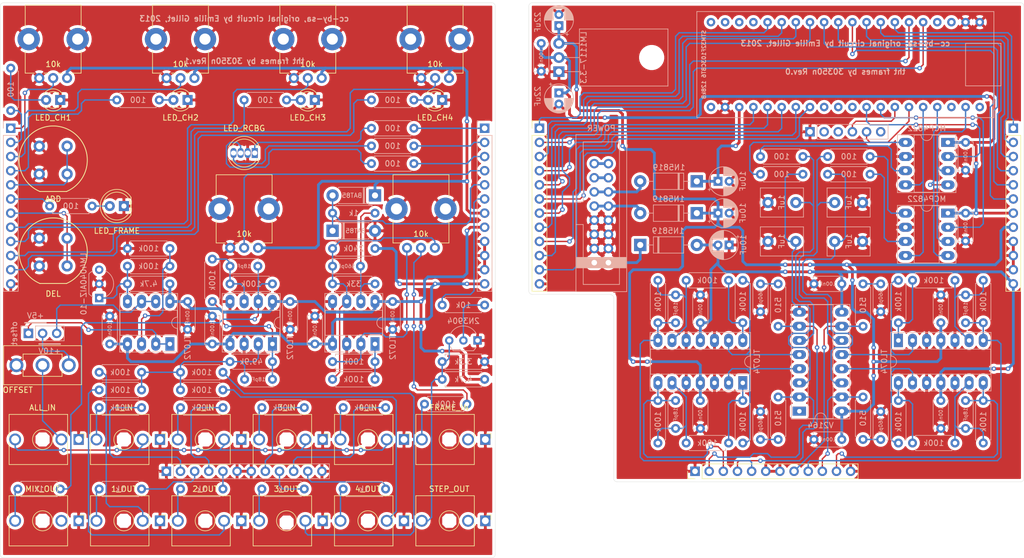
<source format=kicad_pcb>
(kicad_pcb (version 20171130) (host pcbnew "(5.1.6)-1")
  (layers (0 F.Cu signal) (31 B.Cu signal) (34 B.Paste user hide) (35 F.Paste user hide) (36 B.SilkS user) (37 F.SilkS user hide) (38 B.Mask user hide) (39 F.Mask user hide) (44 Edge.Cuts user))
  (net 0 "")
  (net 1 "Net-(C1-Pad2)")
  (net 2 "Net-(C1-Pad1)")
  (net 3 GND)
  (net 4 "Net-(C2-Pad1)")
  (net 5 "Net-(C3-Pad1)")
  (net 6 "Net-(C4-Pad1)")
  (net 7 "Net-(C5-Pad1)")
  (net 8 "Net-(C6-Pad2)")
  (net 9 "Net-(C7-Pad2)")
  (net 10 "Net-(C8-Pad2)")
  (net 11 "Net-(C9-Pad2)")
  (net 12 +5V)
  (net 13 +12V)
  (net 14 -12V)
  (net 15 +3.3VA)
  (net 16 "Net-(C16-Pad2)")
  (net 17 "Net-(C16-Pad1)")
  (net 18 "Net-(C17-Pad2)")
  (net 19 "Net-(C17-Pad1)")
  (net 20 /GAIN_2)
  (net 21 /GAIN_4)
  (net 22 /GAIN_1)
  (net 23 /GAIN_3)
  (net 24 /MODULATION)
  (net 25 "Net-(D3-Pad4)")
  (net 26 "Net-(D3-Pad3)")
  (net 27 "Net-(D4-Pad2)")
  (net 28 "Net-(D5-Pad2)")
  (net 29 "Net-(D6-Pad2)")
  (net 30 "Net-(D7-Pad2)")
  (net 31 "Net-(D8-Pad2)")
  (net 32 "Net-(D9-Pad2)")
  (net 33 "Net-(D10-Pad2)")
  (net 34 "Net-(D11-Pad1)")
  (net 35 "Net-(J1-PadTN)")
  (net 36 "Net-(J1-PadT)")
  (net 37 "Net-(J2-Pad6)")
  (net 38 /TX)
  (net 39 /RX)
  (net 40 "Net-(J2-Pad3)")
  (net 41 "Net-(J2-Pad2)")
  (net 42 /RESET)
  (net 43 "Net-(J5-PadTN)")
  (net 44 "Net-(J5-PadT)")
  (net 45 /ALL_IN)
  (net 46 "Net-(J6-PadT)")
  (net 47 "Net-(J7-PadT)")
  (net 48 "Net-(J8-PadT)")
  (net 49 "Net-(J9-PadT)")
  (net 50 /VCA_1)
  (net 51 "Net-(J10-PadT)")
  (net 52 /VCA_2)
  (net 53 "Net-(J11-PadT)")
  (net 54 /VCA_3)
  (net 55 "Net-(J12-PadT)")
  (net 56 /VCA_4)
  (net 57 "Net-(J13-PadT)")
  (net 58 /AREF_5)
  (net 59 "Net-(J15-Pad2)")
  (net 60 /AREF_10)
  (net 61 "Net-(J16-PadTN)")
  (net 62 "Net-(J17-PadTN)")
  (net 63 "Net-(J17-PadT)")
  (net 64 "Net-(Q1-Pad2)")
  (net 65 "Net-(R1-Pad1)")
  (net 66 "Net-(R2-Pad2)")
  (net 67 "Net-(R2-Pad1)")
  (net 68 /FRAME_CHANGE)
  (net 69 /LED_R)
  (net 70 /LED_G)
  (net 71 /LED_B)
  (net 72 /LED_FRAME)
  (net 73 /LED_CH4)
  (net 74 /LED_CH3)
  (net 75 /LED_CH2)
  (net 76 /LED_CH1)
  (net 77 "Net-(R18-Pad2)")
  (net 78 "Net-(R19-Pad2)")
  (net 79 "Net-(R29-Pad2)")
  (net 80 "Net-(R29-Pad1)")
  (net 81 "Net-(R30-Pad2)")
  (net 82 "Net-(R30-Pad1)")
  (net 83 "Net-(R31-Pad2)")
  (net 84 "Net-(R31-Pad1)")
  (net 85 "Net-(R32-Pad2)")
  (net 86 "Net-(R32-Pad1)")
  (net 87 "Net-(R53-Pad2)")
  (net 88 "Net-(R54-Pad2)")
  (net 89 "Net-(R55-Pad2)")
  (net 90 "Net-(R56-Pad2)")
  (net 91 /POT_CH1)
  (net 92 /POT_CH2)
  (net 93 /POT_CH3)
  (net 94 /POT_CH4)
  (net 95 /POT_FRAME)
  (net 96 /ADD_SWITCH)
  (net 97 /DEL_SWITCH)
  (net 98 "Net-(U2-Pad24)")
  (net 99 "Net-(U2-Pad23)")
  (net 100 "Net-(U2-Pad22)")
  (net 101 "Net-(U2-Pad12)")
  (net 102 /DAC1_SS)
  (net 103 /DAC2_SS)
  (net 104 /LDAC)
  (net 105 /DAC_MOSI)
  (net 106 "Net-(U2-Pad3)")
  (net 107 /DAC_SCK)
  (net 108 "Net-(U2-Pad1)")
  (net 109 "Net-(U12-Pad1)")
  (net 110 "Net-(J14-Pad15)")
  (net 111 "Net-(J14-Pad13)")
  (net 112 /B1_OUT)
  (net 113 /B2_OUT)
  (net 114 /B3_OUT)
  (net 115 /B4_OUT)
  (net 116 /PGND)
  (net 117 /PFRAME_CHANGE)
  (net 118 /PLED_R)
  (net 119 /PLED_G)
  (net 120 /PLED_B)
  (net 121 /PLED_FRAME)
  (net 122 /PLED_CH4)
  (net 123 /PLED_CH3)
  (net 124 /PLED_CH2)
  (net 125 /PLED_CH1)
  (net 126 /P1_IN)
  (net 127 /P2_IN)
  (net 128 /P3_IN)
  (net 129 /P4_IN)
  (net 130 /B1_IN)
  (net 131 /B2_IN)
  (net 132 /B3_IN)
  (net 133 /B4_IN)
  (net 134 /P1_OUT)
  (net 135 /P2_OUT)
  (net 136 /P3_OUT)
  (net 137 /P4_OUT)
  (net 138 /PPOT_CH1)
  (net 139 /PPOT_CH2)
  (net 140 /PPOT_CH3)
  (net 141 /PPOT_CH4)
  (net 142 /PPOT_FRAME)
  (net 143 /PADD_SWITCH)
  (net 144 /PDEL_SWITCH)
  (net 145 /PMODULATION)
  (net 146 /P+3.3VA)
  (net 147 /P-12V)
  (net 148 /P+12V)
  (net 149 "Net-(U2-Pad38)")
  (net 150 "Net-(U2-Pad21)")
  (net 151 "Net-(U2-Pad20)")
  (net 152 "Net-(U2-Pad11)")
  (net 153 "Net-(U2-Pad10)")
  (net 154 "Net-(D3-Pad1)")
  (module custom:TO-92_Inline_Wide_silk (layer B.Cu) (at 17.78 -46.355 90)
    (fp_text reference U4)
    (fp_text value LM4040AIZ-10 (at 2.54 -2.79 90) (layer B.SilkS) (effects (justify mirror)))
    (pad 1 thru_hole rect (at 0 0) (size 1.5 1.5) (drill 0.8) (layers *.Cu *.Mask) (net 77 "Net-(R18-Pad2)"))
    (pad 3 thru_hole circle (at 5.08 0) (size 1.5 1.5) (drill 0.8) (layers *.Cu *.Mask))
    (pad 2 thru_hole circle (at 2.54 0) (size 1.5 1.5) (drill 0.8) (layers *.Cu *.Mask) (net 116 /PGND))
  )
  (module custom:TO-92_Inline_Wide_silk (layer B.Cu) (at 85.725 -38.735 180)
    (fp_text reference Q1)
    (fp_text value 2N3904 (at 2.54 3.4925) (layer B.SilkS) (effects (justify mirror)))
    (pad 1 thru_hole rect (at 0 0 90) (size 1.5 1.5) (drill 0.8) (layers *.Cu *.Mask) (net 116 /PGND))
    (pad 3 thru_hole circle (at 5.08 0 90) (size 1.5 1.5) (drill 0.8) (layers *.Cu *.Mask) (net 44 "Net-(J5-PadT)"))
    (pad 2 thru_hole circle (at 2.54 0 90) (size 1.5 1.5) (drill 0.8) (layers *.Cu *.Mask) (net 64 "Net-(Q1-Pad2)"))
  )
  (module custom:C_Disc_D7.5mm_W5.0mm_P5.00mm_silk (layer B.Cu) (at 149.86 -63.5)
    (fp_text reference C29)
    (fp_text value 1uF (at 2.5 0 90) (layer B.SilkS) (effects (justify mirror)))
    (pad 2 thru_hole circle (at 5 0) (size 2 2) (drill 1) (layers *.Cu *.Mask) (net 3 GND))
    (pad 1 thru_hole circle (at 0 0) (size 2 2) (drill 1) (layers *.Cu *.Mask) (net 23 /GAIN_3))
  )
  (module custom:C_Disc_D7.5mm_W5.0mm_P5.00mm_silk (layer B.Cu) (at 142.875 -56.515 180)
    (fp_text reference C28)
    (fp_text value 1uF (at 2.54 0 90) (layer B.SilkS) (effects (justify mirror)))
    (pad 2 thru_hole circle (at 5 0 180) (size 2 2) (drill 1) (layers *.Cu *.Mask) (net 3 GND))
    (pad 1 thru_hole circle (at 0 0 180) (size 2 2) (drill 1) (layers *.Cu *.Mask) (net 22 /GAIN_1))
  )
  (module custom:C_Disc_D7.5mm_W5.0mm_P5.00mm_silk (layer B.Cu) (at 149.86 -56.515)
    (fp_text reference C25)
    (fp_text value 1uF (at 2.54 0 90) (layer B.SilkS) (effects (justify mirror)))
    (pad 2 thru_hole circle (at 5 0) (size 2 2) (drill 1) (layers *.Cu *.Mask) (net 3 GND))
    (pad 1 thru_hole circle (at 0 0) (size 2 2) (drill 1) (layers *.Cu *.Mask) (net 21 /GAIN_4))
  )
  (module custom:C_Disc_D7.5mm_W5.0mm_P5.00mm_silk (layer B.Cu) (at 142.875 -63.5 180)
    (fp_text reference C24)
    (fp_text value 1uF (at 2.54 0 90) (layer B.SilkS) (effects (justify mirror)))
    (pad 2 thru_hole circle (at 5 0 180) (size 2 2) (drill 1) (layers *.Cu *.Mask) (net 3 GND))
    (pad 1 thru_hole circle (at 0 0 180) (size 2 2) (drill 1) (layers *.Cu *.Mask) (net 20 /GAIN_2))
  )
  (module custom:R_Axial_DIN0207_L6.3mm_D2.5mm_P7.62mm_Horizontal_silk (layer B.Cu) (at 148.59 -71.755)
    (fp_text reference R55)
    (fp_text value 100 (at 3.81 0) (layer B.SilkS) (effects (justify mirror)))
    (pad 2 thru_hole oval (at 7.62 0) (size 1.6 1.6) (drill 0.8) (layers *.Cu *.Mask) (net 89 "Net-(R55-Pad2)"))
    (pad 1 thru_hole circle (at 0 0) (size 1.6 1.6) (drill 0.8) (layers *.Cu *.Mask) (net 23 /GAIN_3))
  )
  (module custom:bluepill (layer B.Cu) (at 151.765 -88.265 90)
    (fp_text reference U2)
    (fp_text value bluepill hide)
    (pad 40 thru_hole circle (at 7.62 24.13 90) (size 1.524 1.524) (drill 0.762) (layers *.Cu *.Mask) (net 3 GND))
    (pad 39 thru_hole circle (at 7.62 21.59 90) (size 1.524 1.524) (drill 0.762) (layers *.Cu *.Mask) (net 3 GND))
    (pad 38 thru_hole circle (at 7.62 19.05 90) (size 1.524 1.524) (drill 0.762) (layers *.Cu *.Mask) (net 149 "Net-(U2-Pad38)"))
    (pad 37 thru_hole circle (at 7.62 16.51 90) (size 1.524 1.524) (drill 0.762) (layers *.Cu *.Mask) (net 42 /RESET))
    (pad 36 thru_hole circle (at 7.62 13.97 90) (size 1.524 1.524) (drill 0.762) (layers *.Cu *.Mask) (net 97 /DEL_SWITCH))
    (pad 35 thru_hole circle (at 7.62 11.43 90) (size 1.524 1.524) (drill 0.762) (layers *.Cu *.Mask) (net 96 /ADD_SWITCH))
    (pad 34 thru_hole circle (at 7.62 8.89 90) (size 1.524 1.524) (drill 0.762) (layers *.Cu *.Mask) (net 69 /LED_R))
    (pad 33 thru_hole circle (at 7.62 6.35 90) (size 1.524 1.524) (drill 0.762) (layers *.Cu *.Mask) (net 70 /LED_G))
    (pad 32 thru_hole circle (at 7.62 3.81 90) (size 1.524 1.524) (drill 0.762) (layers *.Cu *.Mask) (net 71 /LED_B))
    (pad 31 thru_hole circle (at 7.62 1.27 90) (size 1.524 1.524) (drill 0.762) (layers *.Cu *.Mask) (net 68 /FRAME_CHANGE))
    (pad 30 thru_hole circle (at 7.62 -1.27 90) (size 1.524 1.524) (drill 0.762) (layers *.Cu *.Mask) (net 95 /POT_FRAME))
    (pad 29 thru_hole circle (at 7.62 -3.81 90) (size 1.524 1.524) (drill 0.762) (layers *.Cu *.Mask) (net 24 /MODULATION))
    (pad 28 thru_hole circle (at 7.62 -6.35 90) (size 1.524 1.524) (drill 0.762) (layers *.Cu *.Mask) (net 94 /POT_CH4))
    (pad 27 thru_hole circle (at 7.62 -8.89 90) (size 1.524 1.524) (drill 0.762) (layers *.Cu *.Mask) (net 93 /POT_CH3))
    (pad 26 thru_hole circle (at 7.62 -11.43 90) (size 1.524 1.524) (drill 0.762) (layers *.Cu *.Mask) (net 92 /POT_CH2))
    (pad 25 thru_hole circle (at 7.62 -13.97 90) (size 1.524 1.524) (drill 0.762) (layers *.Cu *.Mask) (net 91 /POT_CH1))
    (pad 24 thru_hole circle (at 7.62 -16.51 90) (size 1.524 1.524) (drill 0.762) (layers *.Cu *.Mask) (net 98 "Net-(U2-Pad24)"))
    (pad 23 thru_hole circle (at 7.62 -19.05 90) (size 1.524 1.524) (drill 0.762) (layers *.Cu *.Mask) (net 99 "Net-(U2-Pad23)"))
    (pad 22 thru_hole circle (at 7.62 -21.59 90) (size 1.524 1.524) (drill 0.762) (layers *.Cu *.Mask) (net 100 "Net-(U2-Pad22)"))
    (pad 21 thru_hole circle (at 7.62 -24.13 90) (size 1.524 1.524) (drill 0.762) (layers *.Cu *.Mask) (net 150 "Net-(U2-Pad21)"))
    (pad 20 thru_hole circle (at -7.62 -24.13 90) (size 1.524 1.524) (drill 0.762) (layers *.Cu *.Mask) (net 151 "Net-(U2-Pad20)"))
    (pad 19 thru_hole circle (at -7.62 -21.59 90) (size 1.524 1.524) (drill 0.762) (layers *.Cu *.Mask) (net 3 GND))
    (pad 18 thru_hole circle (at -7.62 -19.05 90) (size 1.524 1.524) (drill 0.762) (layers *.Cu *.Mask) (net 12 +5V))
    (pad 17 thru_hole circle (at -7.62 -16.51 90) (size 1.524 1.524) (drill 0.762) (layers *.Cu *.Mask) (net 76 /LED_CH1))
    (pad 16 thru_hole circle (at -7.62 -13.97 90) (size 1.524 1.524) (drill 0.762) (layers *.Cu *.Mask) (net 75 /LED_CH2))
    (pad 15 thru_hole circle (at -7.62 -11.43 90) (size 1.524 1.524) (drill 0.762) (layers *.Cu *.Mask) (net 74 /LED_CH3))
    (pad 14 thru_hole circle (at -7.62 -8.89 90) (size 1.524 1.524) (drill 0.762) (layers *.Cu *.Mask) (net 73 /LED_CH4))
    (pad 13 thru_hole circle (at -7.62 -6.35 90) (size 1.524 1.524) (drill 0.762) (layers *.Cu *.Mask) (net 72 /LED_FRAME))
    (pad 12 thru_hole circle (at -7.62 -3.81 90) (size 1.524 1.524) (drill 0.762) (layers *.Cu *.Mask) (net 101 "Net-(U2-Pad12)"))
    (pad 11 thru_hole circle (at -7.62 -1.27 90) (size 1.524 1.524) (drill 0.762) (layers *.Cu *.Mask) (net 152 "Net-(U2-Pad11)"))
    (pad 10 thru_hole circle (at -7.62 1.27 90) (size 1.524 1.524) (drill 0.762) (layers *.Cu *.Mask) (net 153 "Net-(U2-Pad10)"))
    (pad 9 thru_hole circle (at -7.62 3.81 90) (size 1.524 1.524) (drill 0.762) (layers *.Cu *.Mask) (net 102 /DAC1_SS))
    (pad 8 thru_hole circle (at -7.62 6.35 90) (size 1.524 1.524) (drill 0.762) (layers *.Cu *.Mask) (net 103 /DAC2_SS))
    (pad 7 thru_hole circle (at -7.62 8.89 90) (size 1.524 1.524) (drill 0.762) (layers *.Cu *.Mask) (net 39 /RX))
    (pad 6 thru_hole circle (at -7.62 11.43 90) (size 1.524 1.524) (drill 0.762) (layers *.Cu *.Mask) (net 38 /TX))
    (pad 5 thru_hole circle (at -7.62 13.97 90) (size 1.524 1.524) (drill 0.762) (layers *.Cu *.Mask) (net 104 /LDAC))
    (pad 4 thru_hole circle (at -7.62 16.51 90) (size 1.524 1.524) (drill 0.762) (layers *.Cu *.Mask) (net 105 /DAC_MOSI))
    (pad 3 thru_hole circle (at -7.62 19.05 90) (size 1.524 1.524) (drill 0.762) (layers *.Cu *.Mask) (net 106 "Net-(U2-Pad3)"))
    (pad 2 thru_hole circle (at -7.62 21.59 90) (size 1.524 1.524) (drill 0.762) (layers *.Cu *.Mask) (net 107 /DAC_SCK))
    (pad 1 thru_hole circle (at -7.62 24.13 90) (size 1.524 1.524) (drill 0.762) (layers *.Cu *.Mask) (net 108 "Net-(U2-Pad1)"))
  )
  (module custom:DIP-14_W7.62mm_Socket_LongPads_silk (layer B.Cu) (at 161.29 -38.735 270)
    (fp_text reference U9)
    (fp_text value TL074 (at 3.81 2.54 90) (layer B.SilkS) (effects (justify mirror)))
    (pad 14 thru_hole oval (at 7.62 0 270) (size 2.4 1.6) (drill 0.8) (layers *.Cu *.Mask) (net 86 "Net-(R32-Pad1)"))
    (pad 7 thru_hole oval (at 0 -15.24 270) (size 2.4 1.6) (drill 0.8) (layers *.Cu *.Mask) (net 114 /B3_OUT))
    (pad 13 thru_hole oval (at 7.62 -2.54 270) (size 2.4 1.6) (drill 0.8) (layers *.Cu *.Mask) (net 85 "Net-(R32-Pad2)"))
    (pad 6 thru_hole oval (at 0 -12.7 270) (size 2.4 1.6) (drill 0.8) (layers *.Cu *.Mask) (net 10 "Net-(C8-Pad2)"))
    (pad 12 thru_hole oval (at 7.62 -5.08 270) (size 2.4 1.6) (drill 0.8) (layers *.Cu *.Mask) (net 3 GND))
    (pad 5 thru_hole oval (at 0 -10.16 270) (size 2.4 1.6) (drill 0.8) (layers *.Cu *.Mask) (net 3 GND))
    (pad 11 thru_hole oval (at 7.62 -7.62 270) (size 2.4 1.6) (drill 0.8) (layers *.Cu *.Mask) (net 14 -12V))
    (pad 4 thru_hole oval (at 0 -7.62 270) (size 2.4 1.6) (drill 0.8) (layers *.Cu *.Mask) (net 13 +12V))
    (pad 10 thru_hole oval (at 7.62 -10.16 270) (size 2.4 1.6) (drill 0.8) (layers *.Cu *.Mask) (net 3 GND))
    (pad 3 thru_hole oval (at 0 -5.08 270) (size 2.4 1.6) (drill 0.8) (layers *.Cu *.Mask) (net 3 GND))
    (pad 9 thru_hole oval (at 7.62 -12.7 270) (size 2.4 1.6) (drill 0.8) (layers *.Cu *.Mask) (net 11 "Net-(C9-Pad2)"))
    (pad 2 thru_hole oval (at 0 -2.54 270) (size 2.4 1.6) (drill 0.8) (layers *.Cu *.Mask) (net 83 "Net-(R31-Pad2)"))
    (pad 8 thru_hole oval (at 7.62 -15.24 270) (size 2.4 1.6) (drill 0.8) (layers *.Cu *.Mask) (net 115 /B4_OUT))
    (pad 1 thru_hole rect (at 0 0 270) (size 2.4 1.6) (drill 0.8) (layers *.Cu *.Mask) (net 84 "Net-(R31-Pad1)"))
  )
  (module custom:DIP-14_W7.62mm_Socket_LongPads_silk (layer B.Cu) (at 133.35 -31.115 90)
    (fp_text reference U8)
    (fp_text value TL074 (at 3.81 2.54 90) (layer B.SilkS) (effects (justify mirror)))
    (pad 14 thru_hole oval (at 7.62 0 90) (size 2.4 1.6) (drill 0.8) (layers *.Cu *.Mask) (net 82 "Net-(R30-Pad1)"))
    (pad 7 thru_hole oval (at 0 -15.24 90) (size 2.4 1.6) (drill 0.8) (layers *.Cu *.Mask) (net 112 /B1_OUT))
    (pad 13 thru_hole oval (at 7.62 -2.54 90) (size 2.4 1.6) (drill 0.8) (layers *.Cu *.Mask) (net 81 "Net-(R30-Pad2)"))
    (pad 6 thru_hole oval (at 0 -12.7 90) (size 2.4 1.6) (drill 0.8) (layers *.Cu *.Mask) (net 8 "Net-(C6-Pad2)"))
    (pad 12 thru_hole oval (at 7.62 -5.08 90) (size 2.4 1.6) (drill 0.8) (layers *.Cu *.Mask) (net 3 GND))
    (pad 5 thru_hole oval (at 0 -10.16 90) (size 2.4 1.6) (drill 0.8) (layers *.Cu *.Mask) (net 3 GND))
    (pad 11 thru_hole oval (at 7.62 -7.62 90) (size 2.4 1.6) (drill 0.8) (layers *.Cu *.Mask) (net 14 -12V))
    (pad 4 thru_hole oval (at 0 -7.62 90) (size 2.4 1.6) (drill 0.8) (layers *.Cu *.Mask) (net 13 +12V))
    (pad 10 thru_hole oval (at 7.62 -10.16 90) (size 2.4 1.6) (drill 0.8) (layers *.Cu *.Mask) (net 3 GND))
    (pad 3 thru_hole oval (at 0 -5.08 90) (size 2.4 1.6) (drill 0.8) (layers *.Cu *.Mask) (net 3 GND))
    (pad 9 thru_hole oval (at 7.62 -12.7 90) (size 2.4 1.6) (drill 0.8) (layers *.Cu *.Mask) (net 9 "Net-(C7-Pad2)"))
    (pad 2 thru_hole oval (at 0 -2.54 90) (size 2.4 1.6) (drill 0.8) (layers *.Cu *.Mask) (net 79 "Net-(R29-Pad2)"))
    (pad 8 thru_hole oval (at 7.62 -15.24 90) (size 2.4 1.6) (drill 0.8) (layers *.Cu *.Mask) (net 113 /B2_OUT))
    (pad 1 thru_hole rect (at 0 0 90) (size 2.4 1.6) (drill 0.8) (layers *.Cu *.Mask) (net 80 "Net-(R29-Pad1)"))
  )
  (module Connector_PinSocket_2.54mm:PinSocket_1x12_P2.54mm_Vertical (layer B.Cu) (at 29.845 -15.24 270)
    (fp_text reference J22)
    (fp_text value Conn_01x12_Female)
    (pad 12 thru_hole oval (at 0 -27.94 270) (size 1.7 1.7) (drill 1) (layers *.Cu *.Mask) (net 116 /PGND))
    (pad 11 thru_hole oval (at 0 -25.4 270) (size 1.7 1.7) (drill 1) (layers *.Cu *.Mask) (net 137 /P4_OUT))
    (pad 10 thru_hole oval (at 0 -22.86 270) (size 1.7 1.7) (drill 1) (layers *.Cu *.Mask) (net 129 /P4_IN))
    (pad 9 thru_hole oval (at 0 -20.32 270) (size 1.7 1.7) (drill 1) (layers *.Cu *.Mask) (net 136 /P3_OUT))
    (pad 8 thru_hole oval (at 0 -17.78 270) (size 1.7 1.7) (drill 1) (layers *.Cu *.Mask) (net 128 /P3_IN))
    (pad 7 thru_hole oval (at 0 -15.24 270) (size 1.7 1.7) (drill 1) (layers *.Cu *.Mask) (net 116 /PGND))
    (pad 6 thru_hole oval (at 0 -12.7 270) (size 1.7 1.7) (drill 1) (layers *.Cu *.Mask) (net 116 /PGND))
    (pad 5 thru_hole oval (at 0 -10.16 270) (size 1.7 1.7) (drill 1) (layers *.Cu *.Mask) (net 135 /P2_OUT))
    (pad 4 thru_hole oval (at 0 -7.62 270) (size 1.7 1.7) (drill 1) (layers *.Cu *.Mask) (net 127 /P2_IN))
    (pad 3 thru_hole oval (at 0 -5.08 270) (size 1.7 1.7) (drill 1) (layers *.Cu *.Mask) (net 134 /P1_OUT))
    (pad 2 thru_hole oval (at 0 -2.54 270) (size 1.7 1.7) (drill 1) (layers *.Cu *.Mask) (net 126 /P1_IN))
    (pad 1 thru_hole rect (at 0 0 270) (size 1.7 1.7) (drill 1) (layers *.Cu *.Mask) (net 116 /PGND))
  )
  (module Connector_PinHeader_2.54mm:PinHeader_1x12_P2.54mm_Vertical (layer F.Cu) (at 124.7775 -15.24 90)
    (fp_text reference J21)
    (fp_text value Conn_01x12_Male)
    (pad 12 thru_hole oval (at 0 27.94 90) (size 1.7 1.7) (drill 1) (layers *.Cu *.Mask) (net 3 GND))
    (pad 11 thru_hole oval (at 0 25.4 90) (size 1.7 1.7) (drill 1) (layers *.Cu *.Mask) (net 115 /B4_OUT))
    (pad 10 thru_hole oval (at 0 22.86 90) (size 1.7 1.7) (drill 1) (layers *.Cu *.Mask) (net 133 /B4_IN))
    (pad 9 thru_hole oval (at 0 20.32 90) (size 1.7 1.7) (drill 1) (layers *.Cu *.Mask) (net 114 /B3_OUT))
    (pad 8 thru_hole oval (at 0 17.78 90) (size 1.7 1.7) (drill 1) (layers *.Cu *.Mask) (net 132 /B3_IN))
    (pad 7 thru_hole oval (at 0 15.24 90) (size 1.7 1.7) (drill 1) (layers *.Cu *.Mask) (net 3 GND))
    (pad 6 thru_hole oval (at 0 12.7 90) (size 1.7 1.7) (drill 1) (layers *.Cu *.Mask) (net 3 GND))
    (pad 5 thru_hole oval (at 0 10.16 90) (size 1.7 1.7) (drill 1) (layers *.Cu *.Mask) (net 113 /B2_OUT))
    (pad 4 thru_hole oval (at 0 7.62 90) (size 1.7 1.7) (drill 1) (layers *.Cu *.Mask) (net 131 /B2_IN))
    (pad 3 thru_hole oval (at 0 5.08 90) (size 1.7 1.7) (drill 1) (layers *.Cu *.Mask) (net 112 /B1_OUT))
    (pad 2 thru_hole oval (at 0 2.54 90) (size 1.7 1.7) (drill 1) (layers *.Cu *.Mask) (net 130 /B1_IN))
    (pad 1 thru_hole rect (at 0 0 90) (size 1.7 1.7) (drill 1) (layers *.Cu *.Mask) (net 3 GND))
  )
  (module Connector_PinSocket_2.54mm:PinSocket_1x12_P2.54mm_Vertical (layer B.Cu) (at 86.995 -76.835 180)
    (fp_text reference J20)
    (fp_text value Conn_01x12_Female)
    (pad 12 thru_hole oval (at 0 -27.94 180) (size 1.7 1.7) (drill 1) (layers *.Cu *.Mask) (net 147 /P-12V))
    (pad 11 thru_hole oval (at 0 -25.4 180) (size 1.7 1.7) (drill 1) (layers *.Cu *.Mask) (net 116 /PGND))
    (pad 10 thru_hole oval (at 0 -22.86 180) (size 1.7 1.7) (drill 1) (layers *.Cu *.Mask) (net 116 /PGND))
    (pad 9 thru_hole oval (at 0 -20.32 180) (size 1.7 1.7) (drill 1) (layers *.Cu *.Mask) (net 116 /PGND))
    (pad 8 thru_hole oval (at 0 -17.78 180) (size 1.7 1.7) (drill 1) (layers *.Cu *.Mask) (net 148 /P+12V))
    (pad 7 thru_hole oval (at 0 -15.24 180) (size 1.7 1.7) (drill 1) (layers *.Cu *.Mask) (net 146 /P+3.3VA))
    (pad 6 thru_hole oval (at 0 -12.7 180) (size 1.7 1.7) (drill 1) (layers *.Cu *.Mask) (net 117 /PFRAME_CHANGE))
    (pad 5 thru_hole oval (at 0 -10.16 180) (size 1.7 1.7) (drill 1) (layers *.Cu *.Mask) (net 145 /PMODULATION))
    (pad 4 thru_hole oval (at 0 -7.62 180) (size 1.7 1.7) (drill 1) (layers *.Cu *.Mask) (net 142 /PPOT_FRAME))
    (pad 3 thru_hole oval (at 0 -5.08 180) (size 1.7 1.7) (drill 1) (layers *.Cu *.Mask) (net 120 /PLED_B))
    (pad 2 thru_hole oval (at 0 -2.54 180) (size 1.7 1.7) (drill 1) (layers *.Cu *.Mask) (net 119 /PLED_G))
    (pad 1 thru_hole rect (at 0 0 180) (size 1.7 1.7) (drill 1) (layers *.Cu *.Mask) (net 118 /PLED_R))
  )
  (module Connector_PinSocket_2.54mm:PinSocket_1x12_P2.54mm_Vertical (layer B.Cu) (at 1.905 -76.835 180)
    (fp_text reference J19)
    (fp_text value Conn_01x12_Female)
    (pad 12 thru_hole oval (at 0 -27.94 180) (size 1.7 1.7) (drill 1) (layers *.Cu *.Mask) (net 116 /PGND))
    (pad 11 thru_hole oval (at 0 -25.4 180) (size 1.7 1.7) (drill 1) (layers *.Cu *.Mask) (net 122 /PLED_CH4))
    (pad 10 thru_hole oval (at 0 -22.86 180) (size 1.7 1.7) (drill 1) (layers *.Cu *.Mask) (net 141 /PPOT_CH4))
    (pad 9 thru_hole oval (at 0 -20.32 180) (size 1.7 1.7) (drill 1) (layers *.Cu *.Mask) (net 123 /PLED_CH3))
    (pad 8 thru_hole oval (at 0 -17.78 180) (size 1.7 1.7) (drill 1) (layers *.Cu *.Mask) (net 140 /PPOT_CH3))
    (pad 7 thru_hole oval (at 0 -15.24 180) (size 1.7 1.7) (drill 1) (layers *.Cu *.Mask) (net 144 /PDEL_SWITCH))
    (pad 6 thru_hole oval (at 0 -12.7 180) (size 1.7 1.7) (drill 1) (layers *.Cu *.Mask) (net 121 /PLED_FRAME))
    (pad 5 thru_hole oval (at 0 -10.16 180) (size 1.7 1.7) (drill 1) (layers *.Cu *.Mask) (net 143 /PADD_SWITCH))
    (pad 4 thru_hole oval (at 0 -7.62 180) (size 1.7 1.7) (drill 1) (layers *.Cu *.Mask) (net 124 /PLED_CH2))
    (pad 3 thru_hole oval (at 0 -5.08 180) (size 1.7 1.7) (drill 1) (layers *.Cu *.Mask) (net 139 /PPOT_CH2))
    (pad 2 thru_hole oval (at 0 -2.54 180) (size 1.7 1.7) (drill 1) (layers *.Cu *.Mask) (net 125 /PLED_CH1))
    (pad 1 thru_hole rect (at 0 0 180) (size 1.7 1.7) (drill 1) (layers *.Cu *.Mask) (net 138 /PPOT_CH1))
  )
  (module Connector_PinHeader_2.54mm:PinHeader_1x12_P2.54mm_Vertical (layer F.Cu) (at 181.9275 -76.835)
    (fp_text reference J18)
    (fp_text value Conn_01x12_Male)
    (pad 12 thru_hole oval (at 0 27.94) (size 1.7 1.7) (drill 1) (layers *.Cu *.Mask) (net 14 -12V))
    (pad 11 thru_hole oval (at 0 25.4) (size 1.7 1.7) (drill 1) (layers *.Cu *.Mask) (net 3 GND))
    (pad 10 thru_hole oval (at 0 22.86) (size 1.7 1.7) (drill 1) (layers *.Cu *.Mask) (net 3 GND))
    (pad 9 thru_hole oval (at 0 20.32) (size 1.7 1.7) (drill 1) (layers *.Cu *.Mask) (net 3 GND))
    (pad 8 thru_hole oval (at 0 17.78) (size 1.7 1.7) (drill 1) (layers *.Cu *.Mask) (net 13 +12V))
    (pad 7 thru_hole oval (at 0 15.24) (size 1.7 1.7) (drill 1) (layers *.Cu *.Mask) (net 15 +3.3VA))
    (pad 6 thru_hole oval (at 0 12.7) (size 1.7 1.7) (drill 1) (layers *.Cu *.Mask) (net 68 /FRAME_CHANGE))
    (pad 5 thru_hole oval (at 0 10.16) (size 1.7 1.7) (drill 1) (layers *.Cu *.Mask) (net 24 /MODULATION))
    (pad 4 thru_hole oval (at 0 7.62) (size 1.7 1.7) (drill 1) (layers *.Cu *.Mask) (net 95 /POT_FRAME))
    (pad 3 thru_hole oval (at 0 5.08) (size 1.7 1.7) (drill 1) (layers *.Cu *.Mask) (net 71 /LED_B))
    (pad 2 thru_hole oval (at 0 2.54) (size 1.7 1.7) (drill 1) (layers *.Cu *.Mask) (net 70 /LED_G))
    (pad 1 thru_hole rect (at 0 0) (size 1.7 1.7) (drill 1) (layers *.Cu *.Mask) (net 69 /LED_R))
  )
  (module Connector_PinHeader_2.54mm:PinHeader_1x12_P2.54mm_Vertical (layer F.Cu) (at 96.8375 -76.835)
    (fp_text reference J3)
    (fp_text value Conn_01x12_Male)
    (pad 12 thru_hole oval (at 0 27.94) (size 1.7 1.7) (drill 1) (layers *.Cu *.Mask) (net 3 GND))
    (pad 11 thru_hole oval (at 0 25.4) (size 1.7 1.7) (drill 1) (layers *.Cu *.Mask) (net 73 /LED_CH4))
    (pad 10 thru_hole oval (at 0 22.86) (size 1.7 1.7) (drill 1) (layers *.Cu *.Mask) (net 94 /POT_CH4))
    (pad 9 thru_hole oval (at 0 20.32) (size 1.7 1.7) (drill 1) (layers *.Cu *.Mask) (net 74 /LED_CH3))
    (pad 8 thru_hole oval (at 0 17.78) (size 1.7 1.7) (drill 1) (layers *.Cu *.Mask) (net 93 /POT_CH3))
    (pad 7 thru_hole oval (at 0 15.24) (size 1.7 1.7) (drill 1) (layers *.Cu *.Mask) (net 97 /DEL_SWITCH))
    (pad 6 thru_hole oval (at 0 12.7) (size 1.7 1.7) (drill 1) (layers *.Cu *.Mask) (net 72 /LED_FRAME))
    (pad 5 thru_hole oval (at 0 10.16) (size 1.7 1.7) (drill 1) (layers *.Cu *.Mask) (net 96 /ADD_SWITCH))
    (pad 4 thru_hole oval (at 0 7.62) (size 1.7 1.7) (drill 1) (layers *.Cu *.Mask) (net 75 /LED_CH2))
    (pad 3 thru_hole oval (at 0 5.08) (size 1.7 1.7) (drill 1) (layers *.Cu *.Mask) (net 92 /POT_CH2))
    (pad 2 thru_hole oval (at 0 2.54) (size 1.7 1.7) (drill 1) (layers *.Cu *.Mask) (net 76 /LED_CH1))
    (pad 1 thru_hole rect (at 0 0) (size 1.7 1.7) (drill 1) (layers *.Cu *.Mask) (net 91 /POT_CH1))
  )
  (module Connector_PinHeader_2.54mm:PinHeader_1x03_P2.54mm_Vertical (layer B.Cu) (at 5.08 -40.005 270)
    (fp_text reference J15)
    (fp_text value OFFSET_JUMPER)
    (pad 3 thru_hole oval (at 0 -5.08 270) (size 1.7 1.7) (drill 1) (layers *.Cu *.Mask) (net 60 /AREF_10))
    (pad 2 thru_hole oval (at 0 -2.54 270) (size 1.7 1.7) (drill 1) (layers *.Cu *.Mask) (net 59 "Net-(J15-Pad2)"))
    (pad 1 thru_hole rect (at 0 0 270) (size 1.7 1.7) (drill 1) (layers *.Cu *.Mask) (net 58 /AREF_5))
  )
  (module Connector_PinHeader_2.54mm:PinHeader_1x06_P2.54mm_Vertical (layer B.Cu) (at 145.415 -76.2 270)
    (fp_text reference J2 hide)
    (fp_text value Serial)
    (pad 6 thru_hole oval (at 0 -12.7 270) (size 1.7 1.7) (drill 1) (layers *.Cu *.Mask) (net 37 "Net-(J2-Pad6)"))
    (pad 5 thru_hole oval (at 0 -10.16 270) (size 1.7 1.7) (drill 1) (layers *.Cu *.Mask) (net 38 /TX))
    (pad 4 thru_hole oval (at 0 -7.62 270) (size 1.7 1.7) (drill 1) (layers *.Cu *.Mask) (net 39 /RX))
    (pad 3 thru_hole oval (at 0 -5.08 270) (size 1.7 1.7) (drill 1) (layers *.Cu *.Mask) (net 40 "Net-(J2-Pad3)"))
    (pad 2 thru_hole oval (at 0 -2.54 270) (size 1.7 1.7) (drill 1) (layers *.Cu *.Mask) (net 41 "Net-(J2-Pad2)"))
    (pad 1 thru_hole rect (at 0 0 270) (size 1.7 1.7) (drill 1) (layers *.Cu *.Mask) (net 3 GND))
  )
  (module custom:D_DO-41_SOD81_P10.16mm_Horizontal_silk (layer B.Cu) (at 114.935 -55.88)
    (fp_text reference D11)
    (fp_text value 1N5819 (at 5 -2.54) (layer B.SilkS) (effects (justify mirror)))
    (pad 2 thru_hole oval (at 10.16 0) (size 2.2 2.2) (drill 1.1) (layers *.Cu *.Mask) (net 14 -12V))
    (pad 1 thru_hole rect (at 0 0) (size 2.2 2.2) (drill 1.1) (layers *.Cu *.Mask) (net 34 "Net-(D11-Pad1)"))
  )
  (module custom:D_DO-41_SOD81_P10.16mm_Horizontal_silk (layer B.Cu) (at 125.095 -61.595 180)
    (fp_text reference D10)
    (fp_text value 1N5819 (at 5.08 2.54) (layer B.SilkS) (effects (justify mirror)))
    (pad 2 thru_hole oval (at 10.16 0 180) (size 2.2 2.2) (drill 1.1) (layers *.Cu *.Mask) (net 33 "Net-(D10-Pad2)"))
    (pad 1 thru_hole rect (at 0 0 180) (size 2.2 2.2) (drill 1.1) (layers *.Cu *.Mask) (net 13 +12V))
  )
  (module custom:D_DO-41_SOD81_P10.16mm_Horizontal_silk (layer B.Cu) (at 125.095 -67.31 180)
    (fp_text reference D9)
    (fp_text value 1N5819 (at 5 2.5) (layer B.SilkS) (effects (justify mirror)))
    (pad 2 thru_hole oval (at 10.16 0 180) (size 2.2 2.2) (drill 1.1) (layers *.Cu *.Mask) (net 32 "Net-(D9-Pad2)"))
    (pad 1 thru_hole rect (at 0 0 180) (size 2.2 2.2) (drill 1.1) (layers *.Cu *.Mask) (net 12 +5V))
  )
  (module custom:IDC-Header_2x08_P2.54mm_Vertical_eurorack (layer B.Cu) (at 106.68 -52.705)
    (fp_text reference J14)
    (fp_text value POWER (at 1.27 -24.13) (layer B.SilkS) (effects (justify mirror)))
    (pad 16 thru_hole circle (at 2.54 -17.78) (size 1.7 1.7) (drill 1) (layers *.Cu *.Mask) (net 110 "Net-(J14-Pad15)"))
    (pad 14 thru_hole circle (at 2.54 -15.24) (size 1.7 1.7) (drill 1) (layers *.Cu *.Mask) (net 111 "Net-(J14-Pad13)"))
    (pad 12 thru_hole circle (at 2.54 -12.7) (size 1.7 1.7) (drill 1) (layers *.Cu *.Mask) (net 32 "Net-(D9-Pad2)"))
    (pad 10 thru_hole circle (at 2.54 -10.16) (size 1.7 1.7) (drill 1) (layers *.Cu *.Mask) (net 33 "Net-(D10-Pad2)"))
    (pad 8 thru_hole circle (at 2.54 -7.62) (size 1.7 1.7) (drill 1) (layers *.Cu *.Mask) (net 3 GND))
    (pad 6 thru_hole circle (at 2.54 -5.08) (size 1.7 1.7) (drill 1) (layers *.Cu *.Mask) (net 3 GND))
    (pad 4 thru_hole circle (at 2.54 -2.54) (size 1.7 1.7) (drill 1) (layers *.Cu *.Mask) (net 3 GND))
    (pad 2 thru_hole circle (at 2.54 0) (size 1.7 1.7) (drill 1) (layers *.Cu *.Mask) (net 34 "Net-(D11-Pad1)"))
    (pad 15 thru_hole circle (at 0 -17.78) (size 1.7 1.7) (drill 1) (layers *.Cu *.Mask) (net 110 "Net-(J14-Pad15)"))
    (pad 13 thru_hole circle (at 0 -15.24) (size 1.7 1.7) (drill 1) (layers *.Cu *.Mask) (net 111 "Net-(J14-Pad13)"))
    (pad 11 thru_hole circle (at 0 -12.7) (size 1.7 1.7) (drill 1) (layers *.Cu *.Mask) (net 32 "Net-(D9-Pad2)"))
    (pad 9 thru_hole circle (at 0 -10.16) (size 1.7 1.7) (drill 1) (layers *.Cu *.Mask) (net 33 "Net-(D10-Pad2)"))
    (pad 7 thru_hole circle (at 0 -7.62) (size 1.7 1.7) (drill 1) (layers *.Cu *.Mask) (net 3 GND))
    (pad 5 thru_hole circle (at 0 -5.08) (size 1.7 1.7) (drill 1) (layers *.Cu *.Mask) (net 3 GND))
    (pad 3 thru_hole circle (at 0 -2.54) (size 1.7 1.7) (drill 1) (layers *.Cu *.Mask) (net 3 GND))
    (pad 1 thru_hole roundrect (at 0 0) (size 1.7 1.7) (drill 1) (layers *.Cu *.Mask) (roundrect_rratio 0.147059) (net 34 "Net-(D11-Pad1)"))
  )
  (module custom:DIP-8_W7.62mm_Socket_LongPads_silk (layer B.Cu) (at 48.895 -38.1 90)
    (fp_text reference U13)
    (fp_text value TL072 (at -0.635 3.175 90) (layer B.SilkS) (effects (justify mirror)))
    (pad 8 thru_hole oval (at 7.62 0 90) (size 2.4 1.6) (drill 0.8) (layers *.Cu *.Mask) (net 148 /P+12V))
    (pad 4 thru_hole oval (at 0 -7.62 90) (size 2.4 1.6) (drill 0.8) (layers *.Cu *.Mask) (net 147 /P-12V))
    (pad 7 thru_hole oval (at 7.62 -2.54 90) (size 2.4 1.6) (drill 0.8) (layers *.Cu *.Mask) (net 19 "Net-(C17-Pad1)"))
    (pad 3 thru_hole oval (at 0 -5.08 90) (size 2.4 1.6) (drill 0.8) (layers *.Cu *.Mask) (net 116 /PGND))
    (pad 6 thru_hole oval (at 7.62 -5.08 90) (size 2.4 1.6) (drill 0.8) (layers *.Cu *.Mask) (net 18 "Net-(C17-Pad2)"))
    (pad 2 thru_hole oval (at 0 -2.54 90) (size 2.4 1.6) (drill 0.8) (layers *.Cu *.Mask) (net 16 "Net-(C16-Pad2)"))
    (pad 5 thru_hole oval (at 7.62 -7.62 90) (size 2.4 1.6) (drill 0.8) (layers *.Cu *.Mask) (net 116 /PGND))
    (pad 1 thru_hole rect (at 0 0 90) (size 2.4 1.6) (drill 0.8) (layers *.Cu *.Mask) (net 17 "Net-(C16-Pad1)"))
  )
  (module custom:DIP-16_W7.62mm_Socket_LongPads_silk (layer B.Cu) (at 143.51 -26.035)
    (fp_text reference U12)
    (fp_text value V2164 (at 3.81 2.54) (layer B.SilkS) (effects (justify mirror)))
    (pad 16 thru_hole oval (at 7.62 0) (size 2.4 1.6) (drill 0.8) (layers *.Cu *.Mask) (net 13 +12V))
    (pad 8 thru_hole oval (at 0 -17.78) (size 2.4 1.6) (drill 0.8) (layers *.Cu *.Mask) (net 3 GND))
    (pad 15 thru_hole oval (at 7.62 -2.54) (size 2.4 1.6) (drill 0.8) (layers *.Cu *.Mask) (net 133 /B4_IN))
    (pad 7 thru_hole oval (at 0 -15.24) (size 2.4 1.6) (drill 0.8) (layers *.Cu *.Mask) (net 131 /B2_IN))
    (pad 14 thru_hole oval (at 7.62 -5.08) (size 2.4 1.6) (drill 0.8) (layers *.Cu *.Mask) (net 21 /GAIN_4))
    (pad 6 thru_hole oval (at 0 -12.7) (size 2.4 1.6) (drill 0.8) (layers *.Cu *.Mask) (net 20 /GAIN_2))
    (pad 13 thru_hole oval (at 7.62 -7.62) (size 2.4 1.6) (drill 0.8) (layers *.Cu *.Mask) (net 85 "Net-(R32-Pad2)"))
    (pad 5 thru_hole oval (at 0 -10.16) (size 2.4 1.6) (drill 0.8) (layers *.Cu *.Mask) (net 81 "Net-(R30-Pad2)"))
    (pad 12 thru_hole oval (at 7.62 -10.16) (size 2.4 1.6) (drill 0.8) (layers *.Cu *.Mask) (net 83 "Net-(R31-Pad2)"))
    (pad 4 thru_hole oval (at 0 -7.62) (size 2.4 1.6) (drill 0.8) (layers *.Cu *.Mask) (net 79 "Net-(R29-Pad2)"))
    (pad 11 thru_hole oval (at 7.62 -12.7) (size 2.4 1.6) (drill 0.8) (layers *.Cu *.Mask) (net 23 /GAIN_3))
    (pad 3 thru_hole oval (at 0 -5.08) (size 2.4 1.6) (drill 0.8) (layers *.Cu *.Mask) (net 22 /GAIN_1))
    (pad 10 thru_hole oval (at 7.62 -15.24) (size 2.4 1.6) (drill 0.8) (layers *.Cu *.Mask) (net 132 /B3_IN))
    (pad 2 thru_hole oval (at 0 -2.54) (size 2.4 1.6) (drill 0.8) (layers *.Cu *.Mask) (net 130 /B1_IN))
    (pad 9 thru_hole oval (at 7.62 -17.78) (size 2.4 1.6) (drill 0.8) (layers *.Cu *.Mask) (net 14 -12V))
    (pad 1 thru_hole rect (at 0 0) (size 2.4 1.6) (drill 0.8) (layers *.Cu *.Mask) (net 109 "Net-(U12-Pad1)"))
  )
  (module custom:DIP-8_W7.62mm_Socket_LongPads_silk (layer B.Cu) (at 170.18 -61.595 180)
    (fp_text reference U7)
    (fp_text value MCP4822 (at 3.81 2.54) (layer B.SilkS) (effects (justify mirror)))
    (pad 8 thru_hole oval (at 7.62 0 180) (size 2.4 1.6) (drill 0.8) (layers *.Cu *.Mask) (net 89 "Net-(R55-Pad2)"))
    (pad 4 thru_hole oval (at 0 -7.62 180) (size 2.4 1.6) (drill 0.8) (layers *.Cu *.Mask) (net 105 /DAC_MOSI))
    (pad 7 thru_hole oval (at 7.62 -2.54 180) (size 2.4 1.6) (drill 0.8) (layers *.Cu *.Mask) (net 3 GND))
    (pad 3 thru_hole oval (at 0 -5.08 180) (size 2.4 1.6) (drill 0.8) (layers *.Cu *.Mask) (net 107 /DAC_SCK))
    (pad 6 thru_hole oval (at 7.62 -5.08 180) (size 2.4 1.6) (drill 0.8) (layers *.Cu *.Mask) (net 90 "Net-(R56-Pad2)"))
    (pad 2 thru_hole oval (at 0 -2.54 180) (size 2.4 1.6) (drill 0.8) (layers *.Cu *.Mask) (net 103 /DAC2_SS))
    (pad 5 thru_hole oval (at 7.62 -7.62 180) (size 2.4 1.6) (drill 0.8) (layers *.Cu *.Mask) (net 104 /LDAC))
    (pad 1 thru_hole rect (at 0 0 180) (size 2.4 1.6) (drill 0.8) (layers *.Cu *.Mask) (net 15 +3.3VA))
  )
  (module custom:DIP-8_W7.62mm_Socket_LongPads_silk (layer B.Cu) (at 170.18 -74.295 180)
    (fp_text reference U6)
    (fp_text value MCP4822 (at 3.81 2.54) (layer B.SilkS) (effects (justify mirror)))
    (pad 8 thru_hole oval (at 7.62 0 180) (size 2.4 1.6) (drill 0.8) (layers *.Cu *.Mask) (net 87 "Net-(R53-Pad2)"))
    (pad 4 thru_hole oval (at 0 -7.62 180) (size 2.4 1.6) (drill 0.8) (layers *.Cu *.Mask) (net 105 /DAC_MOSI))
    (pad 7 thru_hole oval (at 7.62 -2.54 180) (size 2.4 1.6) (drill 0.8) (layers *.Cu *.Mask) (net 3 GND))
    (pad 3 thru_hole oval (at 0 -5.08 180) (size 2.4 1.6) (drill 0.8) (layers *.Cu *.Mask) (net 107 /DAC_SCK))
    (pad 6 thru_hole oval (at 7.62 -5.08 180) (size 2.4 1.6) (drill 0.8) (layers *.Cu *.Mask) (net 88 "Net-(R54-Pad2)"))
    (pad 2 thru_hole oval (at 0 -2.54 180) (size 2.4 1.6) (drill 0.8) (layers *.Cu *.Mask) (net 102 /DAC1_SS))
    (pad 5 thru_hole oval (at 7.62 -7.62 180) (size 2.4 1.6) (drill 0.8) (layers *.Cu *.Mask) (net 104 /LDAC))
    (pad 1 thru_hole rect (at 0 0 180) (size 2.4 1.6) (drill 0.8) (layers *.Cu *.Mask) (net 15 +3.3VA))
  )
  (module custom:DIP-8_W7.62mm_Socket_LongPads_silk (layer B.Cu) (at 30.48 -38.1 90)
    (fp_text reference U5)
    (fp_text value TL072 (at -0.635 3.175 90) (layer B.SilkS) (effects (justify mirror)))
    (pad 8 thru_hole oval (at 7.62 0 90) (size 2.4 1.6) (drill 0.8) (layers *.Cu *.Mask) (net 148 /P+12V))
    (pad 4 thru_hole oval (at 0 -7.62 90) (size 2.4 1.6) (drill 0.8) (layers *.Cu *.Mask) (net 147 /P-12V))
    (pad 7 thru_hole oval (at 7.62 -2.54 90) (size 2.4 1.6) (drill 0.8) (layers *.Cu *.Mask) (net 60 /AREF_10))
    (pad 3 thru_hole oval (at 0 -5.08 90) (size 2.4 1.6) (drill 0.8) (layers *.Cu *.Mask) (net 78 "Net-(R19-Pad2)"))
    (pad 6 thru_hole oval (at 7.62 -5.08 90) (size 2.4 1.6) (drill 0.8) (layers *.Cu *.Mask) (net 60 /AREF_10))
    (pad 2 thru_hole oval (at 0 -2.54 90) (size 2.4 1.6) (drill 0.8) (layers *.Cu *.Mask) (net 58 /AREF_5))
    (pad 5 thru_hole oval (at 7.62 -7.62 90) (size 2.4 1.6) (drill 0.8) (layers *.Cu *.Mask) (net 77 "Net-(R18-Pad2)"))
    (pad 1 thru_hole rect (at 0 0 90) (size 2.4 1.6) (drill 0.8) (layers *.Cu *.Mask) (net 58 /AREF_5))
  )
  (module custom:TO-220-3_Horizontal_TabDown_silk (layer B.Cu) (at 100.33 -86.995 90)
    (fp_text reference U3 hide)
    (fp_text value LM1117-3.3 (at 2.54 4.445 90) (layer B.SilkS) (effects (justify mirror)))
    (pad 3 thru_hole oval (at 5.08 0 90) (size 1.905 2) (drill 1.1) (layers *.Cu *.Mask) (net 13 +12V))
    (pad 2 thru_hole oval (at 2.54 0 90) (size 1.905 2) (drill 1.1) (layers *.Cu *.Mask) (net 15 +3.3VA))
    (pad 1 thru_hole rect (at 0 0 90) (size 1.905 2) (drill 1.1) (layers *.Cu *.Mask) (net 3 GND))
    (pad "" np_thru_hole oval (at 2.54 16.66 90) (size 3.5 3.5) (drill 3.5) (layers *.Cu *.Mask))
  )
  (module custom:DIP-8_W7.62mm_Socket_LongPads_silk (layer B.Cu) (at 67.31 -38.1 90)
    (fp_text reference U1)
    (fp_text value TL072 (at -0.635 3.175 90) (layer B.SilkS) (effects (justify mirror)))
    (pad 8 thru_hole oval (at 7.62 0 90) (size 2.4 1.6) (drill 0.8) (layers *.Cu *.Mask) (net 148 /P+12V))
    (pad 4 thru_hole oval (at 0 -7.62 90) (size 2.4 1.6) (drill 0.8) (layers *.Cu *.Mask) (net 147 /P-12V))
    (pad 7 thru_hole oval (at 7.62 -2.54 90) (size 2.4 1.6) (drill 0.8) (layers *.Cu *.Mask) (net 2 "Net-(C1-Pad1)"))
    (pad 3 thru_hole oval (at 0 -5.08 90) (size 2.4 1.6) (drill 0.8) (layers *.Cu *.Mask) (net 116 /PGND))
    (pad 6 thru_hole oval (at 7.62 -5.08 90) (size 2.4 1.6) (drill 0.8) (layers *.Cu *.Mask) (net 1 "Net-(C1-Pad2)"))
    (pad 2 thru_hole oval (at 0 -2.54 90) (size 2.4 1.6) (drill 0.8) (layers *.Cu *.Mask) (net 66 "Net-(R2-Pad2)"))
    (pad 5 thru_hole oval (at 7.62 -7.62 90) (size 2.4 1.6) (drill 0.8) (layers *.Cu *.Mask) (net 116 /PGND))
    (pad 1 thru_hole rect (at 0 0 90) (size 2.4 1.6) (drill 0.8) (layers *.Cu *.Mask) (net 67 "Net-(R2-Pad1)"))
  )
  (module custom:sw_spdt_slide_CS12ANW03 (layer F.Cu) (at 7.62 -34.29)
    (fp_text reference SW3)
    (fp_text value OFFSET (at -4.445 4.445) (layer F.SilkS))
    (pad 1 thru_hole circle (at -4.699 0) (size 2.5 2.5) (drill 1.6) (layers *.Cu *.Mask) (net 116 /PGND))
    (pad 3 thru_hole circle (at 4.699 0) (size 2.5 2.5) (drill 1.6) (layers *.Cu *.Mask) (net 59 "Net-(J15-Pad2)"))
    (pad 2 thru_hole circle (at 0 0) (size 2.5 2.5) (drill 1.6) (layers *.Cu *.Mask) (net 61 "Net-(J16-PadTN)"))
  )
  (module custom:Push_E-Switch_KS01Q01_silk_better_origin (layer F.Cu) (at 9.525 -54.61)
    (fp_text reference SW2)
    (fp_text value DEL (at 0 7.5) (layer F.SilkS))
    (pad 1 thru_hole circle (at -2.5 2.5) (size 2 2) (drill 1.1) (layers *.Cu *.Mask) (net 116 /PGND))
    (pad 2 thru_hole circle (at 2.5 2.5) (size 2 2) (drill 1.1) (layers *.Cu *.Mask) (net 144 /PDEL_SWITCH))
    (pad 2 thru_hole circle (at 2.5 -2.5) (size 2 2) (drill 1.1) (layers *.Cu *.Mask) (net 144 /PDEL_SWITCH))
    (pad 1 thru_hole circle (at -2.5 -2.5) (size 2 2) (drill 1.1) (layers *.Cu *.Mask) (net 116 /PGND))
  )
  (module custom:Push_E-Switch_KS01Q01_silk_better_origin (layer F.Cu) (at 9.525 -71.12)
    (fp_text reference SW1)
    (fp_text value ADD (at 0 6.985) (layer F.SilkS))
    (pad 1 thru_hole circle (at -2.5 2.5) (size 2 2) (drill 1.1) (layers *.Cu *.Mask) (net 116 /PGND))
    (pad 2 thru_hole circle (at 2.5 2.5) (size 2 2) (drill 1.1) (layers *.Cu *.Mask) (net 143 /PADD_SWITCH))
    (pad 2 thru_hole circle (at 2.5 -2.5) (size 2 2) (drill 1.1) (layers *.Cu *.Mask) (net 143 /PADD_SWITCH))
    (pad 1 thru_hole circle (at -2.5 -2.5) (size 2 2) (drill 1.1) (layers *.Cu *.Mask) (net 116 /PGND))
  )
  (module custom:Potentiometer_Alps_RK09K_Single_Vertical_better_origin (layer F.Cu) (at 75.565 -62.865)
    (fp_text reference RV6)
    (fp_text value 10k (at 0 5 180) (layer F.SilkS))
    (pad 3 thru_hole circle (at -2.5 7.5 90) (size 1.8 1.8) (drill 1) (layers *.Cu *.Mask) (net 66 "Net-(R2-Pad2)"))
    (pad 2 thru_hole circle (at 0 7.5 90) (size 1.8 1.8) (drill 1) (layers *.Cu *.Mask) (net 65 "Net-(R1-Pad1)"))
    (pad 1 thru_hole circle (at 2.5 7.5 90) (size 1.8 1.8) (drill 1) (layers *.Cu *.Mask) (net 1 "Net-(C1-Pad2)"))
    (pad MP thru_hole circle (at -4.4 0.5 90) (size 4 4) (drill 2) (layers *.Cu *.Mask) (net 116 /PGND))
    (pad MP thru_hole circle (at 4.4 0.5 90) (size 4 4) (drill 2) (layers *.Cu *.Mask) (net 116 /PGND))
  )
  (module custom:Potentiometer_Alps_RK09K_Single_Vertical_better_origin (layer F.Cu) (at 43.815 -62.865)
    (fp_text reference RV5)
    (fp_text value 10k (at 0 5 180) (layer F.SilkS))
    (pad 3 thru_hole circle (at -2.5 7.5 90) (size 1.8 1.8) (drill 1) (layers *.Cu *.Mask) (net 116 /PGND))
    (pad 2 thru_hole circle (at 0 7.5 90) (size 1.8 1.8) (drill 1) (layers *.Cu *.Mask) (net 142 /PPOT_FRAME))
    (pad 1 thru_hole circle (at 2.5 7.5 90) (size 1.8 1.8) (drill 1) (layers *.Cu *.Mask) (net 146 /P+3.3VA))
    (pad MP thru_hole circle (at -4.4 0.5 90) (size 4 4) (drill 2) (layers *.Cu *.Mask) (net 116 /PGND))
    (pad MP thru_hole circle (at 4.4 0.5 90) (size 4 4) (drill 2) (layers *.Cu *.Mask) (net 116 /PGND))
  )
  (module custom:Potentiometer_Alps_RK09K_Single_Vertical_better_origin (layer F.Cu) (at 78.105 -93.345)
    (fp_text reference RV4)
    (fp_text value 10k (at 0 5 180) (layer F.SilkS))
    (pad 3 thru_hole circle (at -2.5 7.5 90) (size 1.8 1.8) (drill 1) (layers *.Cu *.Mask) (net 116 /PGND))
    (pad 2 thru_hole circle (at 0 7.5 90) (size 1.8 1.8) (drill 1) (layers *.Cu *.Mask) (net 141 /PPOT_CH4))
    (pad 1 thru_hole circle (at 2.5 7.5 90) (size 1.8 1.8) (drill 1) (layers *.Cu *.Mask) (net 146 /P+3.3VA))
    (pad MP thru_hole circle (at -4.4 0.5 90) (size 4 4) (drill 2) (layers *.Cu *.Mask) (net 116 /PGND))
    (pad MP thru_hole circle (at 4.4 0.5 90) (size 4 4) (drill 2) (layers *.Cu *.Mask) (net 116 /PGND))
  )
  (module custom:Potentiometer_Alps_RK09K_Single_Vertical_better_origin (layer F.Cu) (at 55.245 -93.345)
    (fp_text reference RV3)
    (fp_text value 10k (at 0 5 180) (layer F.SilkS))
    (pad 3 thru_hole circle (at -2.5 7.5 90) (size 1.8 1.8) (drill 1) (layers *.Cu *.Mask) (net 116 /PGND))
    (pad 2 thru_hole circle (at 0 7.5 90) (size 1.8 1.8) (drill 1) (layers *.Cu *.Mask) (net 140 /PPOT_CH3))
    (pad 1 thru_hole circle (at 2.5 7.5 90) (size 1.8 1.8) (drill 1) (layers *.Cu *.Mask) (net 146 /P+3.3VA))
    (pad MP thru_hole circle (at -4.4 0.5 90) (size 4 4) (drill 2) (layers *.Cu *.Mask) (net 116 /PGND))
    (pad MP thru_hole circle (at 4.4 0.5 90) (size 4 4) (drill 2) (layers *.Cu *.Mask) (net 116 /PGND))
  )
  (module custom:Potentiometer_Alps_RK09K_Single_Vertical_better_origin (layer F.Cu) (at 32.385 -93.345)
    (fp_text reference RV2)
    (fp_text value 10k (at 0 5 180) (layer F.SilkS))
    (pad 3 thru_hole circle (at -2.5 7.5 90) (size 1.8 1.8) (drill 1) (layers *.Cu *.Mask) (net 116 /PGND))
    (pad 2 thru_hole circle (at 0 7.5 90) (size 1.8 1.8) (drill 1) (layers *.Cu *.Mask) (net 139 /PPOT_CH2))
    (pad 1 thru_hole circle (at 2.5 7.5 90) (size 1.8 1.8) (drill 1) (layers *.Cu *.Mask) (net 146 /P+3.3VA))
    (pad MP thru_hole circle (at -4.4 0.5 90) (size 4 4) (drill 2) (layers *.Cu *.Mask) (net 116 /PGND))
    (pad MP thru_hole circle (at 4.4 0.5 90) (size 4 4) (drill 2) (layers *.Cu *.Mask) (net 116 /PGND))
  )
  (module custom:Potentiometer_Alps_RK09K_Single_Vertical_better_origin (layer F.Cu) (at 9.525 -93.345)
    (fp_text reference RV1)
    (fp_text value 10k (at 0 5 180) (layer F.SilkS))
    (pad 3 thru_hole circle (at -2.5 7.5 90) (size 1.8 1.8) (drill 1) (layers *.Cu *.Mask) (net 116 /PGND))
    (pad 2 thru_hole circle (at 0 7.5 90) (size 1.8 1.8) (drill 1) (layers *.Cu *.Mask) (net 138 /PPOT_CH1))
    (pad 1 thru_hole circle (at 2.5 7.5 90) (size 1.8 1.8) (drill 1) (layers *.Cu *.Mask) (net 146 /P+3.3VA))
    (pad MP thru_hole circle (at -4.4 0.5 90) (size 4 4) (drill 2) (layers *.Cu *.Mask) (net 116 /PGND))
    (pad MP thru_hole circle (at 4.4 0.5 90) (size 4 4) (drill 2) (layers *.Cu *.Mask) (net 116 /PGND))
  )
  (module custom:R_Axial_DIN0207_L6.3mm_D2.5mm_P7.62mm_Horizontal_silk (layer B.Cu) (at 148.59 -68.58)
    (fp_text reference R56)
    (fp_text value 100 (at 3.81 0) (layer B.SilkS) (effects (justify mirror)))
    (pad 2 thru_hole oval (at 7.62 0) (size 1.6 1.6) (drill 0.8) (layers *.Cu *.Mask) (net 90 "Net-(R56-Pad2)"))
    (pad 1 thru_hole circle (at 0 0) (size 1.6 1.6) (drill 0.8) (layers *.Cu *.Mask) (net 21 /GAIN_4))
  )
  (module custom:R_Axial_DIN0207_L6.3mm_D2.5mm_P7.62mm_Horizontal_silk (layer B.Cu) (at 144.145 -71.755 180)
    (fp_text reference R54)
    (fp_text value 100 (at 3.81 0) (layer B.SilkS) (effects (justify mirror)))
    (pad 2 thru_hole oval (at 7.62 0 180) (size 1.6 1.6) (drill 0.8) (layers *.Cu *.Mask) (net 88 "Net-(R54-Pad2)"))
    (pad 1 thru_hole circle (at 0 0 180) (size 1.6 1.6) (drill 0.8) (layers *.Cu *.Mask) (net 20 /GAIN_2))
  )
  (module custom:R_Axial_DIN0207_L6.3mm_D2.5mm_P7.62mm_Horizontal_silk (layer B.Cu) (at 144.145 -68.58 180)
    (fp_text reference R53)
    (fp_text value 100 (at 3.81 0) (layer B.SilkS) (effects (justify mirror)))
    (pad 2 thru_hole oval (at 7.62 0 180) (size 1.6 1.6) (drill 0.8) (layers *.Cu *.Mask) (net 87 "Net-(R53-Pad2)"))
    (pad 1 thru_hole circle (at 0 0 180) (size 1.6 1.6) (drill 0.8) (layers *.Cu *.Mask) (net 22 /GAIN_1))
  )
  (module custom:R_Axial_DIN0207_L6.3mm_D2.5mm_P7.62mm_Horizontal_silk (layer B.Cu) (at 3.175 -12.065)
    (fp_text reference R52)
    (fp_text value 1k (at 3.81 0) (layer B.SilkS) (effects (justify mirror)))
    (pad 2 thru_hole oval (at 7.62 0) (size 1.6 1.6) (drill 0.8) (layers *.Cu *.Mask) (net 19 "Net-(C17-Pad1)"))
    (pad 1 thru_hole circle (at 0 0) (size 1.6 1.6) (drill 0.8) (layers *.Cu *.Mask) (net 63 "Net-(J17-PadT)"))
  )
  (module custom:R_Axial_DIN0207_L6.3mm_D2.5mm_P7.62mm_Horizontal_silk (layer B.Cu) (at 69.215 -12.065 180)
    (fp_text reference R51)
    (fp_text value 1k (at 3.81 0) (layer B.SilkS) (effects (justify mirror)))
    (pad 2 thru_hole oval (at 7.62 0 180) (size 1.6 1.6) (drill 0.8) (layers *.Cu *.Mask) (net 57 "Net-(J13-PadT)"))
    (pad 1 thru_hole circle (at 0 0 180) (size 1.6 1.6) (drill 0.8) (layers *.Cu *.Mask) (net 137 /P4_OUT))
  )
  (module custom:R_Axial_DIN0207_L6.3mm_D2.5mm_P7.62mm_Horizontal_silk (layer B.Cu) (at 54.61 -12.065 180)
    (fp_text reference R50)
    (fp_text value 1k (at 3.81 0) (layer B.SilkS) (effects (justify mirror)))
    (pad 2 thru_hole oval (at 7.62 0 180) (size 1.6 1.6) (drill 0.8) (layers *.Cu *.Mask) (net 55 "Net-(J12-PadT)"))
    (pad 1 thru_hole circle (at 0 0 180) (size 1.6 1.6) (drill 0.8) (layers *.Cu *.Mask) (net 136 /P3_OUT))
  )
  (module custom:R_Axial_DIN0207_L6.3mm_D2.5mm_P7.62mm_Horizontal_silk (layer B.Cu) (at 40.005 -12.065 180)
    (fp_text reference R49)
    (fp_text value 1k (at 3.81 0) (layer B.SilkS) (effects (justify mirror)))
    (pad 2 thru_hole oval (at 7.62 0 180) (size 1.6 1.6) (drill 0.8) (layers *.Cu *.Mask) (net 53 "Net-(J11-PadT)"))
    (pad 1 thru_hole circle (at 0 0 180) (size 1.6 1.6) (drill 0.8) (layers *.Cu *.Mask) (net 135 /P2_OUT))
  )
  (module custom:R_Axial_DIN0207_L6.3mm_D2.5mm_P7.62mm_Horizontal_silk (layer B.Cu) (at 25.4 -12.065 180)
    (fp_text reference R48)
    (fp_text value 1k (at 3.81 0) (layer B.SilkS) (effects (justify mirror)))
    (pad 2 thru_hole oval (at 7.62 0 180) (size 1.6 1.6) (drill 0.8) (layers *.Cu *.Mask) (net 51 "Net-(J10-PadT)"))
    (pad 1 thru_hole circle (at 0 0 180) (size 1.6 1.6) (drill 0.8) (layers *.Cu *.Mask) (net 134 /P1_OUT))
  )
  (module custom:R_Axial_DIN0207_L6.3mm_D2.5mm_P7.62mm_Horizontal_silk (layer B.Cu) (at 41.275 -48.895)
    (fp_text reference R47)
    (fp_text value 100k (at 3.81 0 180) (layer B.SilkS) (effects (justify mirror)))
    (pad 2 thru_hole oval (at 7.62 0) (size 1.6 1.6) (drill 0.8) (layers *.Cu *.Mask) (net 19 "Net-(C17-Pad1)"))
    (pad 1 thru_hole circle (at 0 0) (size 1.6 1.6) (drill 0.8) (layers *.Cu *.Mask) (net 18 "Net-(C17-Pad2)"))
  )
  (module custom:R_Axial_DIN0207_L6.3mm_D2.5mm_P7.62mm_Horizontal_silk (layer B.Cu) (at 38.1 -53.34 270)
    (fp_text reference R46)
    (fp_text value 100k (at 3.81 0 90) (layer B.SilkS) (effects (justify mirror)))
    (pad 2 thru_hole oval (at 7.62 0 270) (size 1.6 1.6) (drill 0.8) (layers *.Cu *.Mask) (net 17 "Net-(C16-Pad1)"))
    (pad 1 thru_hole circle (at 0 0 270) (size 1.6 1.6) (drill 0.8) (layers *.Cu *.Mask) (net 18 "Net-(C17-Pad2)"))
  )
  (module custom:R_Axial_DIN0207_L6.3mm_D2.5mm_P7.62mm_Horizontal_silk (layer B.Cu) (at 48.895 -34.925 180)
    (fp_text reference R45)
    (fp_text value 49.9k (at 3.81 0 180) (layer B.SilkS) (effects (justify mirror)))
    (pad 2 thru_hole oval (at 7.62 0 180) (size 1.6 1.6) (drill 0.8) (layers *.Cu *.Mask) (net 16 "Net-(C16-Pad2)"))
    (pad 1 thru_hole circle (at 0 0 180) (size 1.6 1.6) (drill 0.8) (layers *.Cu *.Mask) (net 17 "Net-(C16-Pad1)"))
  )
  (module custom:R_Axial_DIN0207_L6.3mm_D2.5mm_P7.62mm_Horizontal_silk (layer B.Cu) (at 40.005 -29.845 180)
    (fp_text reference R44)
    (fp_text value 100k (at 3.81 0) (layer B.SilkS) (effects (justify mirror)))
    (pad 2 thru_hole oval (at 7.62 0 180) (size 1.6 1.6) (drill 0.8) (layers *.Cu *.Mask) (net 16 "Net-(C16-Pad2)"))
    (pad 1 thru_hole circle (at 0 0 180) (size 1.6 1.6) (drill 0.8) (layers *.Cu *.Mask) (net 56 /VCA_4))
  )
  (module custom:R_Axial_DIN0207_L6.3mm_D2.5mm_P7.62mm_Horizontal_silk (layer B.Cu) (at 40.005 -33.02 180)
    (fp_text reference R43)
    (fp_text value 100k (at 3.81 0) (layer B.SilkS) (effects (justify mirror)))
    (pad 2 thru_hole oval (at 7.62 0 180) (size 1.6 1.6) (drill 0.8) (layers *.Cu *.Mask) (net 16 "Net-(C16-Pad2)"))
    (pad 1 thru_hole circle (at 0 0 180) (size 1.6 1.6) (drill 0.8) (layers *.Cu *.Mask) (net 54 /VCA_3))
  )
  (module custom:R_Axial_DIN0207_L6.3mm_D2.5mm_P7.62mm_Horizontal_silk (layer B.Cu) (at 17.78 -29.845)
    (fp_text reference R42)
    (fp_text value 100k (at 3.81 0 180) (layer B.SilkS) (effects (justify mirror)))
    (pad 2 thru_hole oval (at 7.62 0) (size 1.6 1.6) (drill 0.8) (layers *.Cu *.Mask) (net 16 "Net-(C16-Pad2)"))
    (pad 1 thru_hole circle (at 0 0) (size 1.6 1.6) (drill 0.8) (layers *.Cu *.Mask) (net 52 /VCA_2))
  )
  (module custom:R_Axial_DIN0207_L6.3mm_D2.5mm_P7.62mm_Horizontal_silk (layer B.Cu) (at 17.78 -33.02)
    (fp_text reference R41)
    (fp_text value 100k (at 3.81 0) (layer B.SilkS) (effects (justify mirror)))
    (pad 2 thru_hole oval (at 7.62 0) (size 1.6 1.6) (drill 0.8) (layers *.Cu *.Mask) (net 16 "Net-(C16-Pad2)"))
    (pad 1 thru_hole circle (at 0 0) (size 1.6 1.6) (drill 0.8) (layers *.Cu *.Mask) (net 50 /VCA_1))
  )
  (module custom:R_Axial_DIN0207_L6.3mm_D2.5mm_P7.62mm_Horizontal_silk (layer B.Cu) (at 176.53 -20.32 90)
    (fp_text reference R40)
    (fp_text value 100k (at 3.81 0 90) (layer B.SilkS) (effects (justify mirror)))
    (pad 2 thru_hole oval (at 7.62 0 90) (size 1.6 1.6) (drill 0.8) (layers *.Cu *.Mask) (net 115 /B4_OUT))
    (pad 1 thru_hole circle (at 0 0 90) (size 1.6 1.6) (drill 0.8) (layers *.Cu *.Mask) (net 11 "Net-(C9-Pad2)"))
  )
  (module custom:R_Axial_DIN0207_L6.3mm_D2.5mm_P7.62mm_Horizontal_silk (layer B.Cu) (at 176.53 -49.53 270)
    (fp_text reference R39)
    (fp_text value 100k (at 3.81 0 90) (layer B.SilkS) (effects (justify mirror)))
    (pad 2 thru_hole oval (at 7.62 0 270) (size 1.6 1.6) (drill 0.8) (layers *.Cu *.Mask) (net 114 /B3_OUT))
    (pad 1 thru_hole circle (at 0 0 270) (size 1.6 1.6) (drill 0.8) (layers *.Cu *.Mask) (net 10 "Net-(C8-Pad2)"))
  )
  (module custom:R_Axial_DIN0207_L6.3mm_D2.5mm_P7.62mm_Horizontal_silk (layer B.Cu) (at 118.11 -49.53 270)
    (fp_text reference R38)
    (fp_text value 100k (at 3.81 0 90) (layer B.SilkS) (effects (justify mirror)))
    (pad 2 thru_hole oval (at 7.62 0 270) (size 1.6 1.6) (drill 0.8) (layers *.Cu *.Mask) (net 113 /B2_OUT))
    (pad 1 thru_hole circle (at 0 0 270) (size 1.6 1.6) (drill 0.8) (layers *.Cu *.Mask) (net 9 "Net-(C7-Pad2)"))
  )
  (module custom:R_Axial_DIN0207_L6.3mm_D2.5mm_P7.62mm_Horizontal_silk (layer B.Cu) (at 118.11 -20.32 90)
    (fp_text reference R37)
    (fp_text value 100k (at 3.81 0 90) (layer B.SilkS) (effects (justify mirror)))
    (pad 2 thru_hole oval (at 7.62 0 90) (size 1.6 1.6) (drill 0.8) (layers *.Cu *.Mask) (net 112 /B1_OUT))
    (pad 1 thru_hole circle (at 0 0 90) (size 1.6 1.6) (drill 0.8) (layers *.Cu *.Mask) (net 8 "Net-(C6-Pad2)"))
  )
  (module custom:R_Axial_DIN0207_L6.3mm_D2.5mm_P7.62mm_Horizontal_silk (layer B.Cu) (at 163.83 -20.32)
    (fp_text reference R36)
    (fp_text value 100k (at 3.81 0) (layer B.SilkS) (effects (justify mirror)))
    (pad 2 thru_hole oval (at 7.62 0) (size 1.6 1.6) (drill 0.8) (layers *.Cu *.Mask) (net 11 "Net-(C9-Pad2)"))
    (pad 1 thru_hole circle (at 0 0) (size 1.6 1.6) (drill 0.8) (layers *.Cu *.Mask) (net 86 "Net-(R32-Pad1)"))
  )
  (module custom:R_Axial_DIN0207_L6.3mm_D2.5mm_P7.62mm_Horizontal_silk (layer B.Cu) (at 163.83 -49.53)
    (fp_text reference R35)
    (fp_text value 100k (at 3.81 0) (layer B.SilkS) (effects (justify mirror)))
    (pad 2 thru_hole oval (at 7.62 0) (size 1.6 1.6) (drill 0.8) (layers *.Cu *.Mask) (net 10 "Net-(C8-Pad2)"))
    (pad 1 thru_hole circle (at 0 0) (size 1.6 1.6) (drill 0.8) (layers *.Cu *.Mask) (net 84 "Net-(R31-Pad1)"))
  )
  (module custom:R_Axial_DIN0207_L6.3mm_D2.5mm_P7.62mm_Horizontal_silk (layer B.Cu) (at 130.81 -49.53 180)
    (fp_text reference R34)
    (fp_text value 100k (at 3.81 0) (layer B.SilkS) (effects (justify mirror)))
    (pad 2 thru_hole oval (at 7.62 0 180) (size 1.6 1.6) (drill 0.8) (layers *.Cu *.Mask) (net 9 "Net-(C7-Pad2)"))
    (pad 1 thru_hole circle (at 0 0 180) (size 1.6 1.6) (drill 0.8) (layers *.Cu *.Mask) (net 82 "Net-(R30-Pad1)"))
  )
  (module custom:R_Axial_DIN0207_L6.3mm_D2.5mm_P7.62mm_Horizontal_silk (layer B.Cu) (at 130.81 -20.32 180)
    (fp_text reference R33)
    (fp_text value 100k (at 3.81 0) (layer B.SilkS) (effects (justify mirror)))
    (pad 2 thru_hole oval (at 7.62 0 180) (size 1.6 1.6) (drill 0.8) (layers *.Cu *.Mask) (net 8 "Net-(C6-Pad2)"))
    (pad 1 thru_hole circle (at 0 0 180) (size 1.6 1.6) (drill 0.8) (layers *.Cu *.Mask) (net 80 "Net-(R29-Pad1)"))
  )
  (module custom:R_Axial_DIN0207_L6.3mm_D2.5mm_P7.62mm_Horizontal_silk (layer B.Cu) (at 161.29 -27.94 270)
    (fp_text reference R32)
    (fp_text value 100k (at 3.81 0 90) (layer B.SilkS) (effects (justify mirror)))
    (pad 2 thru_hole oval (at 7.62 0 270) (size 1.6 1.6) (drill 0.8) (layers *.Cu *.Mask) (net 85 "Net-(R32-Pad2)"))
    (pad 1 thru_hole circle (at 0 0 270) (size 1.6 1.6) (drill 0.8) (layers *.Cu *.Mask) (net 86 "Net-(R32-Pad1)"))
  )
  (module custom:R_Axial_DIN0207_L6.3mm_D2.5mm_P7.62mm_Horizontal_silk (layer B.Cu) (at 161.29 -41.91 90)
    (fp_text reference R31)
    (fp_text value 100k (at 3.81 0 90) (layer B.SilkS) (effects (justify mirror)))
    (pad 2 thru_hole oval (at 7.62 0 90) (size 1.6 1.6) (drill 0.8) (layers *.Cu *.Mask) (net 83 "Net-(R31-Pad2)"))
    (pad 1 thru_hole circle (at 0 0 90) (size 1.6 1.6) (drill 0.8) (layers *.Cu *.Mask) (net 84 "Net-(R31-Pad1)"))
  )
  (module custom:R_Axial_DIN0207_L6.3mm_D2.5mm_P7.62mm_Horizontal_silk (layer B.Cu) (at 133.35 -41.91 90)
    (fp_text reference R30)
    (fp_text value 100k (at 3.81 0 90) (layer B.SilkS) (effects (justify mirror)))
    (pad 2 thru_hole oval (at 7.62 0 90) (size 1.6 1.6) (drill 0.8) (layers *.Cu *.Mask) (net 81 "Net-(R30-Pad2)"))
    (pad 1 thru_hole circle (at 0 0 90) (size 1.6 1.6) (drill 0.8) (layers *.Cu *.Mask) (net 82 "Net-(R30-Pad1)"))
  )
  (module custom:R_Axial_DIN0207_L6.3mm_D2.5mm_P7.62mm_Horizontal_silk (layer B.Cu) (at 133.35 -27.94 270)
    (fp_text reference R29)
    (fp_text value 100k (at 3.81 0 90) (layer B.SilkS) (effects (justify mirror)))
    (pad 2 thru_hole oval (at 7.62 0 270) (size 1.6 1.6) (drill 0.8) (layers *.Cu *.Mask) (net 79 "Net-(R29-Pad2)"))
    (pad 1 thru_hole circle (at 0 0 270) (size 1.6 1.6) (drill 0.8) (layers *.Cu *.Mask) (net 80 "Net-(R29-Pad1)"))
  )
  (module custom:R_Axial_DIN0207_L6.3mm_D2.5mm_P7.62mm_Horizontal_silk (layer B.Cu) (at 154.94 -28.575 270)
    (fp_text reference R28)
    (fp_text value 510 (at 3.81 0 90) (layer B.SilkS) (effects (justify mirror)))
    (pad 2 thru_hole oval (at 7.62 0 270) (size 1.6 1.6) (drill 0.8) (layers *.Cu *.Mask) (net 7 "Net-(C5-Pad1)"))
    (pad 1 thru_hole circle (at 0 0 270) (size 1.6 1.6) (drill 0.8) (layers *.Cu *.Mask) (net 133 /B4_IN))
  )
  (module custom:R_Axial_DIN0207_L6.3mm_D2.5mm_P7.62mm_Horizontal_silk (layer B.Cu) (at 154.94 -41.275 90)
    (fp_text reference R27)
    (fp_text value 510 (at 3.81 0 90) (layer B.SilkS) (effects (justify mirror)))
    (pad 2 thru_hole oval (at 7.62 0 90) (size 1.6 1.6) (drill 0.8) (layers *.Cu *.Mask) (net 6 "Net-(C4-Pad1)"))
    (pad 1 thru_hole circle (at 0 0 90) (size 1.6 1.6) (drill 0.8) (layers *.Cu *.Mask) (net 132 /B3_IN))
  )
  (module custom:R_Axial_DIN0207_L6.3mm_D2.5mm_P7.62mm_Horizontal_silk (layer B.Cu) (at 139.7 -41.275 90)
    (fp_text reference R26)
    (fp_text value 510 (at 3.81 0 90) (layer B.SilkS) (effects (justify mirror)))
    (pad 2 thru_hole oval (at 7.62 0 90) (size 1.6 1.6) (drill 0.8) (layers *.Cu *.Mask) (net 5 "Net-(C3-Pad1)"))
    (pad 1 thru_hole circle (at 0 0 90) (size 1.6 1.6) (drill 0.8) (layers *.Cu *.Mask) (net 131 /B2_IN))
  )
  (module custom:R_Axial_DIN0207_L6.3mm_D2.5mm_P7.62mm_Horizontal_silk (layer B.Cu) (at 139.7 -28.575 270)
    (fp_text reference R25)
    (fp_text value 510 (at 3.81 0 90) (layer B.SilkS) (effects (justify mirror)))
    (pad 2 thru_hole oval (at 7.62 0 270) (size 1.6 1.6) (drill 0.8) (layers *.Cu *.Mask) (net 4 "Net-(C2-Pad1)"))
    (pad 1 thru_hole circle (at 0 0 270) (size 1.6 1.6) (drill 0.8) (layers *.Cu *.Mask) (net 130 /B1_IN))
  )
  (module custom:R_Axial_DIN0207_L6.3mm_D2.5mm_P7.62mm_Horizontal_silk (layer B.Cu) (at 69.215 -26.67 180)
    (fp_text reference R24)
    (fp_text value 100k (at 3.81 0) (layer B.SilkS) (effects (justify mirror)))
    (pad 2 thru_hole oval (at 7.62 0 180) (size 1.6 1.6) (drill 0.8) (layers *.Cu *.Mask) (net 49 "Net-(J9-PadT)"))
    (pad 1 thru_hole circle (at 0 0 180) (size 1.6 1.6) (drill 0.8) (layers *.Cu *.Mask) (net 129 /P4_IN))
  )
  (module custom:R_Axial_DIN0207_L6.3mm_D2.5mm_P7.62mm_Horizontal_silk (layer B.Cu) (at 54.61 -26.67 180)
    (fp_text reference R23)
    (fp_text value 100k (at 3.81 0) (layer B.SilkS) (effects (justify mirror)))
    (pad 2 thru_hole oval (at 7.62 0 180) (size 1.6 1.6) (drill 0.8) (layers *.Cu *.Mask) (net 48 "Net-(J8-PadT)"))
    (pad 1 thru_hole circle (at 0 0 180) (size 1.6 1.6) (drill 0.8) (layers *.Cu *.Mask) (net 128 /P3_IN))
  )
  (module custom:R_Axial_DIN0207_L6.3mm_D2.5mm_P7.62mm_Horizontal_silk (layer B.Cu) (at 40.005 -26.67 180)
    (fp_text reference R22)
    (fp_text value 100k (at 3.81 0) (layer B.SilkS) (effects (justify mirror)))
    (pad 2 thru_hole oval (at 7.62 0 180) (size 1.6 1.6) (drill 0.8) (layers *.Cu *.Mask) (net 47 "Net-(J7-PadT)"))
    (pad 1 thru_hole circle (at 0 0 180) (size 1.6 1.6) (drill 0.8) (layers *.Cu *.Mask) (net 127 /P2_IN))
  )
  (module custom:R_Axial_DIN0207_L6.3mm_D2.5mm_P7.62mm_Horizontal_silk (layer B.Cu) (at 25.4 -26.67 180)
    (fp_text reference R21)
    (fp_text value 100k (at 3.81 0 180) (layer B.SilkS) (effects (justify mirror)))
    (pad 2 thru_hole oval (at 7.62 0 180) (size 1.6 1.6) (drill 0.8) (layers *.Cu *.Mask) (net 46 "Net-(J6-PadT)"))
    (pad 1 thru_hole circle (at 0 0 180) (size 1.6 1.6) (drill 0.8) (layers *.Cu *.Mask) (net 126 /P1_IN))
  )
  (module custom:R_Axial_DIN0207_L6.3mm_D2.5mm_P7.62mm_Horizontal_silk (layer B.Cu) (at 30.48 -55.245 180)
    (fp_text reference R20)
    (fp_text value 100k (at 3.81 0) (layer B.SilkS) (effects (justify mirror)))
    (pad 2 thru_hole oval (at 7.62 0 180) (size 1.6 1.6) (drill 0.8) (layers *.Cu *.Mask) (net 116 /PGND))
    (pad 1 thru_hole circle (at 0 0 180) (size 1.6 1.6) (drill 0.8) (layers *.Cu *.Mask) (net 78 "Net-(R19-Pad2)"))
  )
  (module custom:R_Axial_DIN0207_L6.3mm_D2.5mm_P7.62mm_Horizontal_silk (layer B.Cu) (at 22.86 -52.07)
    (fp_text reference R19)
    (fp_text value 100k (at 3.81 0) (layer B.SilkS) (effects (justify mirror)))
    (pad 2 thru_hole oval (at 7.62 0) (size 1.6 1.6) (drill 0.8) (layers *.Cu *.Mask) (net 78 "Net-(R19-Pad2)"))
    (pad 1 thru_hole circle (at 0 0) (size 1.6 1.6) (drill 0.8) (layers *.Cu *.Mask) (net 77 "Net-(R18-Pad2)"))
  )
  (module custom:R_Axial_DIN0207_L6.3mm_D2.5mm_P7.62mm_Horizontal_silk (layer B.Cu) (at 30.48 -48.895 180)
    (fp_text reference R18)
    (fp_text value 4.7k (at 3.81 0) (layer B.SilkS) (effects (justify mirror)))
    (pad 2 thru_hole oval (at 7.62 0 180) (size 1.6 1.6) (drill 0.8) (layers *.Cu *.Mask) (net 77 "Net-(R18-Pad2)"))
    (pad 1 thru_hole circle (at 0 0 180) (size 1.6 1.6) (drill 0.8) (layers *.Cu *.Mask) (net 148 /P+12V))
  )
  (module custom:R_Axial_DIN0207_L6.3mm_D2.5mm_P7.62mm_Horizontal_silk (layer B.Cu) (at 86.995 -34.925 180)
    (fp_text reference R17)
    (fp_text value 3.3k (at 3.81 0) (layer B.SilkS) (effects (justify mirror)))
    (pad 2 thru_hole oval (at 7.62 0 180) (size 1.6 1.6) (drill 0.8) (layers *.Cu *.Mask) (net 44 "Net-(J5-PadT)"))
    (pad 1 thru_hole circle (at 0 0 180) (size 1.6 1.6) (drill 0.8) (layers *.Cu *.Mask) (net 116 /PGND))
  )
  (module custom:R_Axial_DIN0207_L6.3mm_D2.5mm_P7.62mm_Horizontal_silk (layer B.Cu) (at 79.375 -31.75)
    (fp_text reference R16)
    (fp_text value 4.7k (at 3.81 0) (layer B.SilkS) (effects (justify mirror)))
    (pad 2 thru_hole oval (at 7.62 0) (size 1.6 1.6) (drill 0.8) (layers *.Cu *.Mask) (net 148 /P+12V))
    (pad 1 thru_hole circle (at 0 0) (size 1.6 1.6) (drill 0.8) (layers *.Cu *.Mask) (net 44 "Net-(J5-PadT)"))
  )
  (module custom:R_Axial_DIN0207_L6.3mm_D2.5mm_P7.62mm_Horizontal_silk (layer B.Cu) (at 1.905 -87.63 270)
    (fp_text reference R15)
    (fp_text value 100 (at 3.81 0 90) (layer B.SilkS) (effects (justify mirror)))
    (pad 2 thru_hole oval (at 7.62 0 270) (size 1.6 1.6) (drill 0.8) (layers *.Cu *.Mask) (net 125 /PLED_CH1))
    (pad 1 thru_hole circle (at 0 0 270) (size 1.6 1.6) (drill 0.8) (layers *.Cu *.Mask) (net 31 "Net-(D8-Pad2)"))
  )
  (module custom:R_Axial_DIN0207_L6.3mm_D2.5mm_P7.62mm_Horizontal_silk (layer B.Cu) (at 28.575 -81.915 180)
    (fp_text reference R14)
    (fp_text value 100 (at 3.81 0) (layer B.SilkS) (effects (justify mirror)))
    (pad 2 thru_hole oval (at 7.62 0 180) (size 1.6 1.6) (drill 0.8) (layers *.Cu *.Mask) (net 124 /PLED_CH2))
    (pad 1 thru_hole circle (at 0 0 180) (size 1.6 1.6) (drill 0.8) (layers *.Cu *.Mask) (net 30 "Net-(D7-Pad2)"))
  )
  (module custom:R_Axial_DIN0207_L6.3mm_D2.5mm_P7.62mm_Horizontal_silk (layer B.Cu) (at 51.435 -81.915 180)
    (fp_text reference R13)
    (fp_text value 100 (at 3.81 0) (layer B.SilkS) (effects (justify mirror)))
    (pad 2 thru_hole oval (at 7.62 0 180) (size 1.6 1.6) (drill 0.8) (layers *.Cu *.Mask) (net 123 /PLED_CH3))
    (pad 1 thru_hole circle (at 0 0 180) (size 1.6 1.6) (drill 0.8) (layers *.Cu *.Mask) (net 29 "Net-(D6-Pad2)"))
  )
  (module custom:R_Axial_DIN0207_L6.3mm_D2.5mm_P7.62mm_Horizontal_silk (layer B.Cu) (at 74.295 -81.915 180)
    (fp_text reference R12)
    (fp_text value 100 (at 3.81 0) (layer B.SilkS) (effects (justify mirror)))
    (pad 2 thru_hole oval (at 7.62 0 180) (size 1.6 1.6) (drill 0.8) (layers *.Cu *.Mask) (net 122 /PLED_CH4))
    (pad 1 thru_hole circle (at 0 0 180) (size 1.6 1.6) (drill 0.8) (layers *.Cu *.Mask) (net 28 "Net-(D5-Pad2)"))
  )
  (module custom:R_Axial_DIN0207_L6.3mm_D2.5mm_P7.62mm_Horizontal_silk (layer B.Cu) (at 16.51 -62.865 180)
    (fp_text reference R11)
    (fp_text value 100 (at 3.81 0) (layer B.SilkS) (effects (justify mirror)))
    (pad 2 thru_hole oval (at 7.62 0 180) (size 1.6 1.6) (drill 0.8) (layers *.Cu *.Mask) (net 121 /PLED_FRAME))
    (pad 1 thru_hole circle (at 0 0 180) (size 1.6 1.6) (drill 0.8) (layers *.Cu *.Mask) (net 27 "Net-(D4-Pad2)"))
  )
  (module custom:R_Axial_DIN0207_L6.3mm_D2.5mm_P7.62mm_Horizontal_silk (layer B.Cu) (at 66.675 -70.485)
    (fp_text reference R10)
    (fp_text value 100 (at 3.81 0) (layer B.SilkS) (effects (justify mirror)))
    (pad 2 thru_hole oval (at 7.62 0) (size 1.6 1.6) (drill 0.8) (layers *.Cu *.Mask) (net 120 /PLED_B))
    (pad 1 thru_hole circle (at 0 0) (size 1.6 1.6) (drill 0.8) (layers *.Cu *.Mask) (net 26 "Net-(D3-Pad3)"))
  )
  (module custom:R_Axial_DIN0207_L6.3mm_D2.5mm_P7.62mm_Horizontal_silk (layer B.Cu) (at 66.675 -73.66)
    (fp_text reference R9)
    (fp_text value 100 (at 3.81 0) (layer B.SilkS) (effects (justify mirror)))
    (pad 2 thru_hole oval (at 7.62 0) (size 1.6 1.6) (drill 0.8) (layers *.Cu *.Mask) (net 119 /PLED_G))
    (pad 1 thru_hole circle (at 0 0) (size 1.6 1.6) (drill 0.8) (layers *.Cu *.Mask) (net 25 "Net-(D3-Pad4)"))
  )
  (module custom:R_Axial_DIN0207_L6.3mm_D2.5mm_P7.62mm_Horizontal_silk (layer B.Cu) (at 66.675 -76.835)
    (fp_text reference R8)
    (fp_text value 100 (at 3.81 0) (layer B.SilkS) (effects (justify mirror)))
    (pad 2 thru_hole oval (at 7.62 0) (size 1.6 1.6) (drill 0.8) (layers *.Cu *.Mask) (net 118 /PLED_R))
    (pad 1 thru_hole circle (at 0 0) (size 1.6 1.6) (drill 0.8) (layers *.Cu *.Mask) (net 154 "Net-(D3-Pad1)"))
  )
  (module custom:R_Axial_DIN0207_L6.3mm_D2.5mm_P7.62mm_Horizontal_silk (layer B.Cu) (at 86.995 -45.085 180)
    (fp_text reference R7)
    (fp_text value 10k (at 3.81 0) (layer B.SilkS) (effects (justify mirror)))
    (pad 2 thru_hole oval (at 7.62 0 180) (size 1.6 1.6) (drill 0.8) (layers *.Cu *.Mask) (net 117 /PFRAME_CHANGE))
    (pad 1 thru_hole circle (at 0 0 180) (size 1.6 1.6) (drill 0.8) (layers *.Cu *.Mask) (net 64 "Net-(Q1-Pad2)"))
  )
  (module custom:R_Axial_DIN0207_L6.3mm_D2.5mm_P7.62mm_Horizontal_silk (layer B.Cu) (at 67.31 -61.595 180)
    (fp_text reference R6)
    (fp_text value 1k (at 3.81 0) (layer B.SilkS) (effects (justify mirror)))
    (pad 2 thru_hole oval (at 7.62 0 180) (size 1.6 1.6) (drill 0.8) (layers *.Cu *.Mask) (net 145 /PMODULATION))
    (pad 1 thru_hole circle (at 0 0 180) (size 1.6 1.6) (drill 0.8) (layers *.Cu *.Mask) (net 2 "Net-(C1-Pad1)"))
  )
  (module custom:R_Axial_DIN0207_L6.3mm_D2.5mm_P7.62mm_Horizontal_silk (layer B.Cu) (at 59.69 -48.895)
    (fp_text reference R5)
    (fp_text value 33k (at 3.81 0 180) (layer B.SilkS) (effects (justify mirror)))
    (pad 2 thru_hole oval (at 7.62 0) (size 1.6 1.6) (drill 0.8) (layers *.Cu *.Mask) (net 2 "Net-(C1-Pad1)"))
    (pad 1 thru_hole circle (at 0 0) (size 1.6 1.6) (drill 0.8) (layers *.Cu *.Mask) (net 1 "Net-(C1-Pad2)"))
  )
  (module custom:R_Axial_DIN0207_L6.3mm_D2.5mm_P7.62mm_Horizontal_silk (layer B.Cu) (at 59.69 -55.245)
    (fp_text reference R4)
    (fp_text value 240k (at 3.81 0) (layer B.SilkS) (effects (justify mirror)))
    (pad 2 thru_hole oval (at 7.62 0) (size 1.6 1.6) (drill 0.8) (layers *.Cu *.Mask) (net 147 /P-12V))
    (pad 1 thru_hole circle (at 0 0) (size 1.6 1.6) (drill 0.8) (layers *.Cu *.Mask) (net 1 "Net-(C1-Pad2)"))
  )
  (module custom:R_Axial_DIN0207_L6.3mm_D2.5mm_P7.62mm_Horizontal_silk (layer B.Cu) (at 59.69 -31.75)
    (fp_text reference R3)
    (fp_text value 100k (at 3.81 0 180) (layer B.SilkS) (effects (justify mirror)))
    (pad 2 thru_hole oval (at 7.62 0) (size 1.6 1.6) (drill 0.8) (layers *.Cu *.Mask) (net 67 "Net-(R2-Pad1)"))
    (pad 1 thru_hole circle (at 0 0) (size 1.6 1.6) (drill 0.8) (layers *.Cu *.Mask) (net 1 "Net-(C1-Pad2)"))
  )
  (module custom:R_Axial_DIN0207_L6.3mm_D2.5mm_P7.62mm_Horizontal_silk (layer B.Cu) (at 67.31 -34.925 180)
    (fp_text reference R2)
    (fp_text value 100k (at 3.81 0 180) (layer B.SilkS) (effects (justify mirror)))
    (pad 2 thru_hole oval (at 7.62 0 180) (size 1.6 1.6) (drill 0.8) (layers *.Cu *.Mask) (net 66 "Net-(R2-Pad2)"))
    (pad 1 thru_hole circle (at 0 0 180) (size 1.6 1.6) (drill 0.8) (layers *.Cu *.Mask) (net 67 "Net-(R2-Pad1)"))
  )
  (module custom:R_Axial_DIN0207_L6.3mm_D2.5mm_P7.62mm_Horizontal_silk (layer B.Cu) (at 83.82 -27.305 180)
    (fp_text reference R1)
    (fp_text value 100k (at 3.81 0) (layer B.SilkS) (effects (justify mirror)))
    (pad 2 thru_hole oval (at 7.62 0 180) (size 1.6 1.6) (drill 0.8) (layers *.Cu *.Mask) (net 36 "Net-(J1-PadT)"))
    (pad 1 thru_hole circle (at 0 0 180) (size 1.6 1.6) (drill 0.8) (layers *.Cu *.Mask) (net 65 "Net-(R1-Pad1)"))
  )
  (module custom:Jack_3.5mm_QingPu_WQP-PJ398SM_Vertical_CircularHoles_better_origin (layer F.Cu) (at 7.62 -6.35 270)
    (fp_text reference J17)
    (fp_text value MIX_OUT (at -5.715 0 180) (layer F.SilkS))
    (pad TN thru_hole circle (at 0 -3.377 90) (size 2.13 2.13) (drill 1.42) (layers *.Cu *.Mask) (net 62 "Net-(J17-PadTN)"))
    (pad S thru_hole rect (at 0 -6.477 90) (size 1.93 1.83) (drill 1.22) (layers *.Cu *.Mask) (net 116 /PGND))
    (pad T thru_hole circle (at 0 4.923 90) (size 2.13 2.13) (drill 1.43) (layers *.Cu *.Mask) (net 63 "Net-(J17-PadT)"))
  )
  (module custom:Jack_3.5mm_QingPu_WQP-PJ398SM_Vertical_CircularHoles_better_origin (layer F.Cu) (at 7.62 -20.955 270)
    (fp_text reference J16)
    (fp_text value ALL_IN (at -5.715 0 180) (layer F.SilkS))
    (pad TN thru_hole circle (at 0 -3.377 90) (size 2.13 2.13) (drill 1.42) (layers *.Cu *.Mask) (net 61 "Net-(J16-PadTN)"))
    (pad S thru_hole rect (at 0 -6.477 90) (size 1.93 1.83) (drill 1.22) (layers *.Cu *.Mask) (net 116 /PGND))
    (pad T thru_hole circle (at 0 4.923 90) (size 2.13 2.13) (drill 1.43) (layers *.Cu *.Mask) (net 45 /ALL_IN))
  )
  (module custom:Jack_3.5mm_QingPu_WQP-PJ398SM_Vertical_CircularHoles_better_origin (layer F.Cu) (at 66.04 -6.35 270)
    (fp_text reference J13)
    (fp_text value 4_OUT (at -5.715 0 180) (layer F.SilkS))
    (pad TN thru_hole circle (at 0 -3.377 90) (size 2.13 2.13) (drill 1.42) (layers *.Cu *.Mask) (net 56 /VCA_4))
    (pad S thru_hole rect (at 0 -6.477 90) (size 1.93 1.83) (drill 1.22) (layers *.Cu *.Mask) (net 116 /PGND))
    (pad T thru_hole circle (at 0 4.923 90) (size 2.13 2.13) (drill 1.43) (layers *.Cu *.Mask) (net 57 "Net-(J13-PadT)"))
  )
  (module custom:Jack_3.5mm_QingPu_WQP-PJ398SM_Vertical_CircularHoles_better_origin (layer F.Cu) (at 51.435 -6.35 270)
    (fp_text reference J12)
    (fp_text value 3_OUT (at -5.715 0 180) (layer F.SilkS))
    (pad TN thru_hole circle (at 0 -3.377 90) (size 2.13 2.13) (drill 1.42) (layers *.Cu *.Mask) (net 54 /VCA_3))
    (pad S thru_hole rect (at 0 -6.477 90) (size 1.93 1.83) (drill 1.22) (layers *.Cu *.Mask) (net 116 /PGND))
    (pad T thru_hole circle (at 0 4.923 90) (size 2.13 2.13) (drill 1.43) (layers *.Cu *.Mask) (net 55 "Net-(J12-PadT)"))
  )
  (module custom:Jack_3.5mm_QingPu_WQP-PJ398SM_Vertical_CircularHoles_better_origin (layer F.Cu) (at 36.83 -6.35 270)
    (fp_text reference J11)
    (fp_text value 2_OUT (at -5.715 0 180) (layer F.SilkS))
    (pad TN thru_hole circle (at 0 -3.377 90) (size 2.13 2.13) (drill 1.42) (layers *.Cu *.Mask) (net 52 /VCA_2))
    (pad S thru_hole rect (at 0 -6.477 90) (size 1.93 1.83) (drill 1.22) (layers *.Cu *.Mask) (net 116 /PGND))
    (pad T thru_hole circle (at 0 4.923 90) (size 2.13 2.13) (drill 1.43) (layers *.Cu *.Mask) (net 53 "Net-(J11-PadT)"))
  )
  (module custom:Jack_3.5mm_QingPu_WQP-PJ398SM_Vertical_CircularHoles_better_origin (layer F.Cu) (at 22.225 -6.35 270)
    (fp_text reference J10)
    (fp_text value 1_OUT (at -5.715 0 180) (layer F.SilkS))
    (pad TN thru_hole circle (at 0 -3.377 90) (size 2.13 2.13) (drill 1.42) (layers *.Cu *.Mask) (net 50 /VCA_1))
    (pad S thru_hole rect (at 0 -6.477 90) (size 1.93 1.83) (drill 1.22) (layers *.Cu *.Mask) (net 116 /PGND))
    (pad T thru_hole circle (at 0 4.923 90) (size 2.13 2.13) (drill 1.43) (layers *.Cu *.Mask) (net 51 "Net-(J10-PadT)"))
  )
  (module custom:Jack_3.5mm_QingPu_WQP-PJ398SM_Vertical_CircularHoles_better_origin (layer F.Cu) (at 66.04 -20.955 270)
    (fp_text reference J9)
    (fp_text value 4_IN (at -5.715 0 180) (layer F.SilkS))
    (pad TN thru_hole circle (at 0 -3.377 90) (size 2.13 2.13) (drill 1.42) (layers *.Cu *.Mask) (net 45 /ALL_IN))
    (pad S thru_hole rect (at 0 -6.477 90) (size 1.93 1.83) (drill 1.22) (layers *.Cu *.Mask) (net 116 /PGND))
    (pad T thru_hole circle (at 0 4.923 90) (size 2.13 2.13) (drill 1.43) (layers *.Cu *.Mask) (net 49 "Net-(J9-PadT)"))
  )
  (module custom:Jack_3.5mm_QingPu_WQP-PJ398SM_Vertical_CircularHoles_better_origin (layer F.Cu) (at 51.435 -20.955 270)
    (fp_text reference J8)
    (fp_text value 3_IN (at -5.715 0 180) (layer F.SilkS))
    (pad TN thru_hole circle (at 0 -3.377 90) (size 2.13 2.13) (drill 1.42) (layers *.Cu *.Mask) (net 45 /ALL_IN))
    (pad S thru_hole rect (at 0 -6.477 90) (size 1.93 1.83) (drill 1.22) (layers *.Cu *.Mask) (net 116 /PGND))
    (pad T thru_hole circle (at 0 4.923 90) (size 2.13 2.13) (drill 1.43) (layers *.Cu *.Mask) (net 48 "Net-(J8-PadT)"))
  )
  (module custom:Jack_3.5mm_QingPu_WQP-PJ398SM_Vertical_CircularHoles_better_origin (layer F.Cu) (at 36.83 -20.955 270)
    (fp_text reference J7)
    (fp_text value 2_IN (at -5.715 0 180) (layer F.SilkS))
    (pad TN thru_hole circle (at 0 -3.377 90) (size 2.13 2.13) (drill 1.42) (layers *.Cu *.Mask) (net 45 /ALL_IN))
    (pad S thru_hole rect (at 0 -6.477 90) (size 1.93 1.83) (drill 1.22) (layers *.Cu *.Mask) (net 116 /PGND))
    (pad T thru_hole circle (at 0 4.923 90) (size 2.13 2.13) (drill 1.43) (layers *.Cu *.Mask) (net 47 "Net-(J7-PadT)"))
  )
  (module custom:Jack_3.5mm_QingPu_WQP-PJ398SM_Vertical_CircularHoles_better_origin (layer F.Cu) (at 22.225 -20.955 270)
    (fp_text reference J6)
    (fp_text value 1_IN (at -5.715 0 180) (layer F.SilkS))
    (pad TN thru_hole circle (at 0 -3.377 90) (size 2.13 2.13) (drill 1.42) (layers *.Cu *.Mask) (net 45 /ALL_IN))
    (pad S thru_hole rect (at 0 -6.477 90) (size 1.93 1.83) (drill 1.22) (layers *.Cu *.Mask) (net 116 /PGND))
    (pad T thru_hole circle (at 0 4.923 90) (size 2.13 2.13) (drill 1.43) (layers *.Cu *.Mask) (net 46 "Net-(J6-PadT)"))
  )
  (module custom:Jack_3.5mm_QingPu_WQP-PJ398SM_Vertical_CircularHoles_better_origin (layer F.Cu) (at 80.645 -6.35 270)
    (fp_text reference J5)
    (fp_text value STEP_OUT (at -5.715 0 180) (layer F.SilkS))
    (pad TN thru_hole circle (at 0 -3.377 90) (size 2.13 2.13) (drill 1.42) (layers *.Cu *.Mask) (net 43 "Net-(J5-PadTN)"))
    (pad S thru_hole rect (at 0 -6.477 90) (size 1.93 1.83) (drill 1.22) (layers *.Cu *.Mask) (net 116 /PGND))
    (pad T thru_hole circle (at 0 4.923 90) (size 2.13 2.13) (drill 1.43) (layers *.Cu *.Mask) (net 44 "Net-(J5-PadT)"))
  )
  (module custom:Jack_3.5mm_QingPu_WQP-PJ398SM_Vertical_CircularHoles_better_origin (layer F.Cu) (at 80.645 -20.955 270)
    (fp_text reference J1)
    (fp_text value FRAME_IN (at -5.715 0 180) (layer F.SilkS))
    (pad TN thru_hole circle (at 0 -3.377 90) (size 2.13 2.13) (drill 1.42) (layers *.Cu *.Mask) (net 35 "Net-(J1-PadTN)"))
    (pad S thru_hole rect (at 0 -6.477 90) (size 1.93 1.83) (drill 1.22) (layers *.Cu *.Mask) (net 116 /PGND))
    (pad T thru_hole circle (at 0 4.923 90) (size 2.13 2.13) (drill 1.43) (layers *.Cu *.Mask) (net 36 "Net-(J1-PadT)"))
  )
  (module LED_THT:LED_D3.0mm (layer F.Cu) (at 10.795 -81.915 180)
    (fp_text reference D8)
    (fp_text value LED_CH1 (at 1.27 -3.175) (layer F.SilkS))
    (pad 2 thru_hole circle (at 2.54 0 180) (size 1.8 1.8) (drill 0.9) (layers *.Cu *.Mask) (net 31 "Net-(D8-Pad2)"))
    (pad 1 thru_hole rect (at 0 0 180) (size 1.8 1.8) (drill 0.9) (layers *.Cu *.Mask) (net 116 /PGND))
  )
  (module LED_THT:LED_D3.0mm (layer F.Cu) (at 33.655 -81.915 180)
    (fp_text reference D7)
    (fp_text value LED_CH2 (at 1.27 -3.175) (layer F.SilkS))
    (pad 2 thru_hole circle (at 2.54 0 180) (size 1.8 1.8) (drill 0.9) (layers *.Cu *.Mask) (net 30 "Net-(D7-Pad2)"))
    (pad 1 thru_hole rect (at 0 0 180) (size 1.8 1.8) (drill 0.9) (layers *.Cu *.Mask) (net 116 /PGND))
  )
  (module LED_THT:LED_D3.0mm (layer F.Cu) (at 56.515 -81.915 180)
    (fp_text reference D6)
    (fp_text value LED_CH3 (at 1.27 -3.175) (layer F.SilkS))
    (pad 2 thru_hole circle (at 2.54 0 180) (size 1.8 1.8) (drill 0.9) (layers *.Cu *.Mask) (net 29 "Net-(D6-Pad2)"))
    (pad 1 thru_hole rect (at 0 0 180) (size 1.8 1.8) (drill 0.9) (layers *.Cu *.Mask) (net 116 /PGND))
  )
  (module LED_THT:LED_D3.0mm (layer F.Cu) (at 79.375 -81.915 180)
    (fp_text reference D5)
    (fp_text value LED_CH4 (at 1.27 -3.175) (layer F.SilkS))
    (pad 2 thru_hole circle (at 2.54 0 180) (size 1.8 1.8) (drill 0.9) (layers *.Cu *.Mask) (net 28 "Net-(D5-Pad2)"))
    (pad 1 thru_hole rect (at 0 0 180) (size 1.8 1.8) (drill 0.9) (layers *.Cu *.Mask) (net 116 /PGND))
  )
  (module LED_THT:LED_D5.0mm (layer F.Cu) (at 22.225 -62.865 180)
    (fp_text reference D4)
    (fp_text value LED_FRAME (at 1.27 -4.445) (layer F.SilkS))
    (pad 2 thru_hole circle (at 2.54 0 180) (size 1.8 1.8) (drill 0.9) (layers *.Cu *.Mask) (net 27 "Net-(D4-Pad2)"))
    (pad 1 thru_hole rect (at 0 0 180) (size 1.8 1.8) (drill 0.9) (layers *.Cu *.Mask) (net 116 /PGND))
  )
  (module LED_THT:LED_D5.0mm-4_RGB (layer F.Cu) (at 45.72 -72.39 180)
    (fp_text reference D3)
    (fp_text value LED_RCBG (at 1.905 4.445) (layer F.SilkS))
    (pad 4 thru_hole oval (at 3.81 0 180) (size 1.07 1.8) (drill 0.9) (layers *.Cu *.Mask) (net 25 "Net-(D3-Pad4)"))
    (pad 3 thru_hole oval (at 2.54 0 180) (size 1.07 1.8) (drill 0.9) (layers *.Cu *.Mask) (net 26 "Net-(D3-Pad3)"))
    (pad 2 thru_hole oval (at 1.27 0 180) (size 1.07 1.8) (drill 0.9) (layers *.Cu *.Mask) (net 116 /PGND))
    (pad 1 thru_hole rect (at 0 0 180) (size 1.07 1.8) (drill 0.9) (layers *.Cu *.Mask) (net 154 "Net-(D3-Pad1)"))
  )
  (module custom:D_DO-41_SOD81_P7.62mm_Horizontal_silk (layer B.Cu) (at 59.69 -58.42)
    (fp_text reference D2)
    (fp_text value BAT85 (at 4.1275 0) (layer B.SilkS) (effects (font (size 0.8 0.8) (thickness 0.13)) (justify mirror)))
    (pad 2 thru_hole oval (at 7.62 0) (size 2.2 2.2) (drill 1.1) (layers *.Cu *.Mask) (net 116 /PGND))
    (pad 1 thru_hole rect (at 0 0) (size 2.2 2.2) (drill 1.1) (layers *.Cu *.Mask) (net 145 /PMODULATION))
  )
  (module custom:D_DO-41_SOD81_P7.62mm_Horizontal_silk (layer B.Cu) (at 67.31 -64.77 180)
    (fp_text reference D1)
    (fp_text value BAT85 (at 4.1275 0) (layer B.SilkS) (effects (font (size 0.8 0.8) (thickness 0.13)) (justify mirror)))
    (pad 2 thru_hole oval (at 7.62 0 180) (size 2.2 2.2) (drill 1.1) (layers *.Cu *.Mask) (net 145 /PMODULATION))
    (pad 1 thru_hole rect (at 0 0 180) (size 2.2 2.2) (drill 1.1) (layers *.Cu *.Mask) (net 146 /P+3.3VA))
  )
  (module custom:C_Disc_D5.0mm_W2.5mm_P5.00mm_silk (layer B.Cu) (at 146.13 -48.895)
    (fp_text reference C39)
    (fp_text value 100nF (at 2.5 0) (layer B.SilkS) (effects (font (size 0.65 0.65) (thickness 0.1)) (justify mirror)))
    (pad 2 thru_hole circle (at 5 0) (size 1.6 1.6) (drill 0.8) (layers *.Cu *.Mask) (net 14 -12V))
    (pad 1 thru_hole circle (at 0 0) (size 1.6 1.6) (drill 0.8) (layers *.Cu *.Mask) (net 3 GND))
  )
  (module custom:C_Disc_D5.0mm_W2.5mm_P5.00mm_silk (layer B.Cu) (at 151.13 -20.955 180)
    (fp_text reference C38)
    (fp_text value 100nF (at 2.5 0) (layer B.SilkS) (effects (font (size 0.65 0.65) (thickness 0.1)) (justify mirror)))
    (pad 2 thru_hole circle (at 5 0 180) (size 1.6 1.6) (drill 0.8) (layers *.Cu *.Mask) (net 3 GND))
    (pad 1 thru_hole circle (at 0 0 180) (size 1.6 1.6) (drill 0.8) (layers *.Cu *.Mask) (net 13 +12V))
  )
  (module custom:C_Disc_D5.0mm_W2.5mm_P5.00mm_silk (layer B.Cu) (at 38.1 -43.1 270)
    (fp_text reference C37)
    (fp_text value 100nF (at 2.5 0 90) (layer B.SilkS) (effects (font (size 0.65 0.65) (thickness 0.1)) (justify mirror)))
    (pad 2 thru_hole circle (at 5 0 270) (size 1.6 1.6) (drill 0.8) (layers *.Cu *.Mask) (net 147 /P-12V))
    (pad 1 thru_hole circle (at 0 0 270) (size 1.6 1.6) (drill 0.8) (layers *.Cu *.Mask) (net 116 /PGND))
  )
  (module custom:C_Disc_D5.0mm_W2.5mm_P5.00mm_silk (layer B.Cu) (at 52.07 -45.72 270)
    (fp_text reference C36)
    (fp_text value 100nF (at 2.5 0 90) (layer B.SilkS) (effects (font (size 0.65 0.65) (thickness 0.1)) (justify mirror)))
    (pad 2 thru_hole circle (at 5 0 270) (size 1.6 1.6) (drill 0.8) (layers *.Cu *.Mask) (net 116 /PGND))
    (pad 1 thru_hole circle (at 0 0 270) (size 1.6 1.6) (drill 0.8) (layers *.Cu *.Mask) (net 148 /P+12V))
  )
  (module custom:C_Disc_D5.0mm_W2.5mm_P5.00mm_silk (layer B.Cu) (at 168.91 -22.94 90)
    (fp_text reference C35)
    (fp_text value 100nF (at 2.5 0 90) (layer B.SilkS) (effects (font (size 0.65 0.65) (thickness 0.1)) (justify mirror)))
    (pad 2 thru_hole circle (at 5 0 90) (size 1.6 1.6) (drill 0.8) (layers *.Cu *.Mask) (net 14 -12V))
    (pad 1 thru_hole circle (at 0 0 90) (size 1.6 1.6) (drill 0.8) (layers *.Cu *.Mask) (net 3 GND))
  )
  (module custom:C_Disc_D5.0mm_W2.5mm_P5.00mm_silk (layer B.Cu) (at 168.91 -41.91 90)
    (fp_text reference C34)
    (fp_text value 100nF (at 2.5 0 90) (layer B.SilkS) (effects (font (size 0.65 0.65) (thickness 0.1)) (justify mirror)))
    (pad 2 thru_hole circle (at 5 0 90) (size 1.6 1.6) (drill 0.8) (layers *.Cu *.Mask) (net 3 GND))
    (pad 1 thru_hole circle (at 0 0 90) (size 1.6 1.6) (drill 0.8) (layers *.Cu *.Mask) (net 13 +12V))
  )
  (module custom:C_Disc_D5.0mm_W2.5mm_P5.00mm_silk (layer B.Cu) (at 125.73 -46.91 270)
    (fp_text reference C27)
    (fp_text value 100nF (at 2.5 0 90) (layer B.SilkS) (effects (font (size 0.65 0.65) (thickness 0.1)) (justify mirror)))
    (pad 2 thru_hole circle (at 5 0 270) (size 1.6 1.6) (drill 0.8) (layers *.Cu *.Mask) (net 14 -12V))
    (pad 1 thru_hole circle (at 0 0 270) (size 1.6 1.6) (drill 0.8) (layers *.Cu *.Mask) (net 3 GND))
  )
  (module custom:C_Disc_D5.0mm_W2.5mm_P5.00mm_silk (layer B.Cu) (at 125.73 -27.94 270)
    (fp_text reference C26)
    (fp_text value 100nF (at 2.5 0 90) (layer B.SilkS) (effects (font (size 0.65 0.65) (thickness 0.1)) (justify mirror)))
    (pad 2 thru_hole circle (at 5 0 270) (size 1.6 1.6) (drill 0.8) (layers *.Cu *.Mask) (net 3 GND))
    (pad 1 thru_hole circle (at 0 0 270) (size 1.6 1.6) (drill 0.8) (layers *.Cu *.Mask) (net 13 +12V))
  )
  (module custom:C_Disc_D5.0mm_W2.5mm_P5.00mm_silk (layer B.Cu) (at 173.355 -61.595 270)
    (fp_text reference C23)
    (fp_text value 100nF (at 2.5 0 90) (layer B.SilkS) (effects (font (size 0.65 0.65) (thickness 0.1)) (justify mirror)))
    (pad 2 thru_hole circle (at 5 0 270) (size 1.6 1.6) (drill 0.8) (layers *.Cu *.Mask) (net 3 GND))
    (pad 1 thru_hole circle (at 0 0 270) (size 1.6 1.6) (drill 0.8) (layers *.Cu *.Mask) (net 15 +3.3VA))
  )
  (module custom:C_Disc_D5.0mm_W2.5mm_P5.00mm_silk (layer B.Cu) (at 173.355 -74.295 270)
    (fp_text reference C22)
    (fp_text value 100nF (at 2.5 0 90) (layer B.SilkS) (effects (font (size 0.65 0.65) (thickness 0.1)) (justify mirror)))
    (pad 2 thru_hole circle (at 5 0 270) (size 1.6 1.6) (drill 0.8) (layers *.Cu *.Mask) (net 3 GND))
    (pad 1 thru_hole circle (at 0 0 270) (size 1.6 1.6) (drill 0.8) (layers *.Cu *.Mask) (net 15 +3.3VA))
  )
  (module custom:C_Disc_D5.0mm_W2.5mm_P5.00mm_silk (layer B.Cu) (at 19.685 -43.1 270)
    (fp_text reference C21)
    (fp_text value 100nF (at 2.5 0 90) (layer B.SilkS) (effects (font (size 0.65 0.65) (thickness 0.1)) (justify mirror)))
    (pad 2 thru_hole circle (at 5 0 270) (size 1.6 1.6) (drill 0.8) (layers *.Cu *.Mask) (net 147 /P-12V))
    (pad 1 thru_hole circle (at 0 0 270) (size 1.6 1.6) (drill 0.8) (layers *.Cu *.Mask) (net 116 /PGND))
  )
  (module custom:C_Disc_D5.0mm_W2.5mm_P5.00mm_silk (layer B.Cu) (at 33.655 -45.72 270)
    (fp_text reference C20)
    (fp_text value 100nF (at 2.5 0 90) (layer B.SilkS) (effects (font (size 0.65 0.65) (thickness 0.1)) (justify mirror)))
    (pad 2 thru_hole circle (at 5 0 270) (size 1.6 1.6) (drill 0.8) (layers *.Cu *.Mask) (net 116 /PGND))
    (pad 1 thru_hole circle (at 0 0 270) (size 1.6 1.6) (drill 0.8) (layers *.Cu *.Mask) (net 148 /P+12V))
  )
  (module custom:C_Disc_D5.0mm_W2.5mm_P5.00mm_silk (layer B.Cu) (at 56.515 -43.1 270)
    (fp_text reference C19)
    (fp_text value 100nF (at 2.5 0 90) (layer B.SilkS) (effects (font (size 0.65 0.65) (thickness 0.1)) (justify mirror)))
    (pad 2 thru_hole circle (at 5 0 270) (size 1.6 1.6) (drill 0.8) (layers *.Cu *.Mask) (net 147 /P-12V))
    (pad 1 thru_hole circle (at 0 0 270) (size 1.6 1.6) (drill 0.8) (layers *.Cu *.Mask) (net 116 /PGND))
  )
  (module custom:C_Disc_D5.0mm_W2.5mm_P5.00mm_silk (layer B.Cu) (at 70.485 -45.72 270)
    (fp_text reference C18)
    (fp_text value 100nF (at 2.5 0 90) (layer B.SilkS) (effects (font (size 0.65 0.65) (thickness 0.1)) (justify mirror)))
    (pad 2 thru_hole circle (at 5 0 270) (size 1.6 1.6) (drill 0.8) (layers *.Cu *.Mask) (net 116 /PGND))
    (pad 1 thru_hole circle (at 0 0 270) (size 1.6 1.6) (drill 0.8) (layers *.Cu *.Mask) (net 148 /P+12V))
  )
  (module custom:C_Disc_D5.0mm_W2.5mm_P5.00mm_silk (layer B.Cu) (at 46.275 -52.07 180)
    (fp_text reference C17)
    (fp_text value 18pF (at 2.5 0 180) (layer B.SilkS) (effects (font (size 0.65 0.65) (thickness 0.1)) (justify mirror)))
    (pad 2 thru_hole circle (at 5 0 180) (size 1.6 1.6) (drill 0.8) (layers *.Cu *.Mask) (net 18 "Net-(C17-Pad2)"))
    (pad 1 thru_hole circle (at 0 0 180) (size 1.6 1.6) (drill 0.8) (layers *.Cu *.Mask) (net 19 "Net-(C17-Pad1)"))
  )
  (module custom:C_Disc_D5.0mm_W2.5mm_P5.00mm_silk (layer B.Cu) (at 48.895 -31.75 180)
    (fp_text reference C16)
    (fp_text value 18pF (at 2.5 0 180) (layer B.SilkS) (effects (font (size 0.65 0.65) (thickness 0.1)) (justify mirror)))
    (pad 2 thru_hole circle (at 5 0 180) (size 1.6 1.6) (drill 0.8) (layers *.Cu *.Mask) (net 16 "Net-(C16-Pad2)"))
    (pad 1 thru_hole circle (at 0 0 180) (size 1.6 1.6) (drill 0.8) (layers *.Cu *.Mask) (net 17 "Net-(C16-Pad1)"))
  )
  (module custom:C_Disc_D5.0mm_W2.5mm_P5.00mm_silk (layer B.Cu) (at 97.155 -92.075 270)
    (fp_text reference C15)
    (fp_text value 100nF (at 2.5 0 90) (layer B.SilkS) (effects (font (size 0.65 0.65) (thickness 0.1)) (justify mirror)))
    (pad 2 thru_hole circle (at 5 0 270) (size 1.6 1.6) (drill 0.8) (layers *.Cu *.Mask) (net 3 GND))
    (pad 1 thru_hole circle (at 0 0 270) (size 1.6 1.6) (drill 0.8) (layers *.Cu *.Mask) (net 15 +3.3VA))
  )
  (module custom:CP_Radial_D5.0mm_P2.00mm_silk (layer B.Cu) (at 100.33 -83.185 270)
    (fp_text reference C14)
    (fp_text value 22uF (at 0.635 3.81 90) (layer B.SilkS) (effects (justify mirror)))
    (pad 2 thru_hole circle (at 2 0 270) (size 1.6 1.6) (drill 0.8) (layers *.Cu *.Mask) (net 3 GND))
    (pad 1 thru_hole rect (at 0 0 270) (size 1.6 1.6) (drill 0.8) (layers *.Cu *.Mask) (net 15 +3.3VA))
  )
  (module custom:CP_Radial_D5.0mm_P2.00mm_silk (layer B.Cu) (at 100.33 -95.25 90)
    (fp_text reference C13)
    (fp_text value 22uF (at 0.635 -3.81 90) (layer B.SilkS) (effects (justify mirror)))
    (pad 2 thru_hole circle (at 2 0 90) (size 1.6 1.6) (drill 0.8) (layers *.Cu *.Mask) (net 3 GND))
    (pad 1 thru_hole rect (at 0 0 90) (size 1.6 1.6) (drill 0.8) (layers *.Cu *.Mask) (net 13 +12V))
  )
  (module custom:CP_Radial_D5.0mm_P2.00mm_silk (layer B.Cu) (at 130.905 -55.88 180)
    (fp_text reference C12)
    (fp_text value 10uF (at -2.54 0 90) (layer B.SilkS) (effects (justify mirror)))
    (pad 2 thru_hole circle (at 2 0 180) (size 1.6 1.6) (drill 0.8) (layers *.Cu *.Mask) (net 14 -12V))
    (pad 1 thru_hole rect (at 0 0 180) (size 1.6 1.6) (drill 0.8) (layers *.Cu *.Mask) (net 3 GND))
  )
  (module custom:CP_Radial_D5.0mm_P2.00mm_silk (layer B.Cu) (at 128.905 -61.595)
    (fp_text reference C11)
    (fp_text value 10uF (at 4.445 0 90) (layer B.SilkS) (effects (justify mirror)))
    (pad 2 thru_hole circle (at 2 0) (size 1.6 1.6) (drill 0.8) (layers *.Cu *.Mask) (net 3 GND))
    (pad 1 thru_hole rect (at 0 0) (size 1.6 1.6) (drill 0.8) (layers *.Cu *.Mask) (net 13 +12V))
  )
  (module custom:CP_Radial_D5.0mm_P2.00mm_silk (layer B.Cu) (at 128.905 -67.31)
    (fp_text reference C10)
    (fp_text value 10uF (at 4.445 0 90) (layer B.SilkS) (effects (justify mirror)))
    (pad 2 thru_hole circle (at 2 0) (size 1.6 1.6) (drill 0.8) (layers *.Cu *.Mask) (net 3 GND))
    (pad 1 thru_hole rect (at 0 0) (size 1.6 1.6) (drill 0.8) (layers *.Cu *.Mask) (net 12 +5V))
  )
  (module custom:C_Disc_D5.0mm_W2.5mm_P5.00mm_silk (layer B.Cu) (at 173.355 -27.94 270)
    (fp_text reference C9)
    (fp_text value 18pF (at 2.5 0 90) (layer B.SilkS) (effects (font (size 0.65 0.65) (thickness 0.1)) (justify mirror)))
    (pad 2 thru_hole circle (at 5 0 270) (size 1.6 1.6) (drill 0.8) (layers *.Cu *.Mask) (net 11 "Net-(C9-Pad2)"))
    (pad 1 thru_hole circle (at 0 0 270) (size 1.6 1.6) (drill 0.8) (layers *.Cu *.Mask) (net 115 /B4_OUT))
  )
  (module custom:C_Disc_D5.0mm_W2.5mm_P5.00mm_silk (layer B.Cu) (at 173.355 -41.91 90)
    (fp_text reference C8)
    (fp_text value 18pF (at 2.5 0 90) (layer B.SilkS) (effects (font (size 0.65 0.65) (thickness 0.1)) (justify mirror)))
    (pad 2 thru_hole circle (at 5 0 90) (size 1.6 1.6) (drill 0.8) (layers *.Cu *.Mask) (net 10 "Net-(C8-Pad2)"))
    (pad 1 thru_hole circle (at 0 0 90) (size 1.6 1.6) (drill 0.8) (layers *.Cu *.Mask) (net 114 /B3_OUT))
  )
  (module custom:C_Disc_D5.0mm_W2.5mm_P5.00mm_silk (layer B.Cu) (at 121.285 -41.91 90)
    (fp_text reference C7)
    (fp_text value 18pF (at 2.5 0 90) (layer B.SilkS) (effects (font (size 0.65 0.65) (thickness 0.1)) (justify mirror)))
    (pad 2 thru_hole circle (at 5 0 90) (size 1.6 1.6) (drill 0.8) (layers *.Cu *.Mask) (net 9 "Net-(C7-Pad2)"))
    (pad 1 thru_hole circle (at 0 0 90) (size 1.6 1.6) (drill 0.8) (layers *.Cu *.Mask) (net 113 /B2_OUT))
  )
  (module custom:C_Disc_D5.0mm_W2.5mm_P5.00mm_silk (layer B.Cu) (at 121.285 -27.94 270)
    (fp_text reference C6)
    (fp_text value 18pF (at 2.5 0 90) (layer B.SilkS) (effects (font (size 0.65 0.65) (thickness 0.1)) (justify mirror)))
    (pad 2 thru_hole circle (at 5 0 270) (size 1.6 1.6) (drill 0.8) (layers *.Cu *.Mask) (net 8 "Net-(C6-Pad2)"))
    (pad 1 thru_hole circle (at 0 0 270) (size 1.6 1.6) (drill 0.8) (layers *.Cu *.Mask) (net 112 /B1_OUT))
  )
  (module custom:C_Disc_D5.0mm_W2.5mm_P5.00mm_silk (layer B.Cu) (at 158.115 -20.955 90)
    (fp_text reference C5)
    (fp_text value 560pF (at 2.5 0 90) (layer B.SilkS) (effects (font (size 0.65 0.65) (thickness 0.1)) (justify mirror)))
    (pad 2 thru_hole circle (at 5 0 90) (size 1.6 1.6) (drill 0.8) (layers *.Cu *.Mask) (net 3 GND))
    (pad 1 thru_hole circle (at 0 0 90) (size 1.6 1.6) (drill 0.8) (layers *.Cu *.Mask) (net 7 "Net-(C5-Pad1)"))
  )
  (module custom:C_Disc_D5.0mm_W2.5mm_P5.00mm_silk (layer B.Cu) (at 158.115 -48.895 270)
    (fp_text reference C4)
    (fp_text value 560pF (at 2.5 0 90) (layer B.SilkS) (effects (font (size 0.65 0.65) (thickness 0.1)) (justify mirror)))
    (pad 2 thru_hole circle (at 5 0 270) (size 1.6 1.6) (drill 0.8) (layers *.Cu *.Mask) (net 3 GND))
    (pad 1 thru_hole circle (at 0 0 270) (size 1.6 1.6) (drill 0.8) (layers *.Cu *.Mask) (net 6 "Net-(C4-Pad1)"))
  )
  (module custom:C_Disc_D5.0mm_W2.5mm_P5.00mm_silk (layer B.Cu) (at 136.525 -48.895 270)
    (fp_text reference C3)
    (fp_text value 560pF (at 2.5 0 90) (layer B.SilkS) (effects (font (size 0.65 0.65) (thickness 0.1)) (justify mirror)))
    (pad 2 thru_hole circle (at 5 0 270) (size 1.6 1.6) (drill 0.8) (layers *.Cu *.Mask) (net 3 GND))
    (pad 1 thru_hole circle (at 0 0 270) (size 1.6 1.6) (drill 0.8) (layers *.Cu *.Mask) (net 5 "Net-(C3-Pad1)"))
  )
  (module custom:C_Disc_D5.0mm_W2.5mm_P5.00mm_silk (layer B.Cu) (at 136.525 -20.955 90)
    (fp_text reference C2)
    (fp_text value 560pF (at 2.5 0 90) (layer B.SilkS) (effects (font (size 0.65 0.65) (thickness 0.1)) (justify mirror)))
    (pad 2 thru_hole circle (at 5 0 90) (size 1.6 1.6) (drill 0.8) (layers *.Cu *.Mask) (net 3 GND))
    (pad 1 thru_hole circle (at 0 0 90) (size 1.6 1.6) (drill 0.8) (layers *.Cu *.Mask) (net 4 "Net-(C2-Pad1)"))
  )
  (module custom:C_Disc_D5.0mm_W2.5mm_P5.00mm_silk (layer B.Cu) (at 64.69 -52.07 180)
    (fp_text reference C1)
    (fp_text value 560pF (at 2.5 0 180) (layer B.SilkS) (effects (font (size 0.65 0.65) (thickness 0.1)) (justify mirror)))
    (pad 2 thru_hole circle (at 5 0 180) (size 1.6 1.6) (drill 0.8) (layers *.Cu *.Mask) (net 1 "Net-(C1-Pad2)"))
    (pad 1 thru_hole circle (at 0 0 180) (size 1.6 1.6) (drill 0.8) (layers *.Cu *.Mask) (net 2 "Net-(C1-Pad1)"))
  )
  (gr_line (start 10.795 -38.1) (end 6.985 -38.1) (layer B.SilkS) (width 0.25))
  (gr_line (start 4.445 -41.91) (end 8.255 -41.91) (layer B.SilkS) (width 0.25))
  (gr_text +10V (at 8.89 -36.83) (layer B.SilkS) (effects (font (size 1 1)) (justify mirror)))
  (gr_text +5V (at 6.35 -43.18) (layer B.SilkS) (effects (font (size 1 1)) (justify mirror)))
  (gr_text "offset\n" (at 2.54 -40.005 90) (layer B.SilkS) (effects (font (size 1 1)) (justify mirror)))
  (gr_text "STM32F103CBT6 128kB" (at 126.365 -88.265 90) (layer B.SilkS) (effects (font (size 0.7 0.7)) (justify mirror)))
  (gr_text "tht frames by 30350n Rev.0" (at 151.765 -86.995) (layer B.SilkS) (effects (font (size 1 1) (thickness 0.2)) (justify mirror)))
  (gr_text "cc-by-sa, original circuit by Emilie Gillet, 2013" (at 151.765 -92.075) (layer B.SilkS) (effects (font (size 1 1) (thickness 0.2)) (justify mirror)))
  (gr_text "tht frames by 30350n Rev.1" (at 43.815 -88.9) (layer B.SilkS) (effects (font (size 1 1) (thickness 0.2)) (justify mirror)))
  (gr_text "cc-by-sa, original circuit by Emilie Gillet, 2013" (at 43.815 -96.52) (layer B.SilkS) (effects (font (size 1 1) (thickness 0.2)) (justify mirror)))
  (gr_arc (start 183.1975 -98.7425) (end 183.8325 -98.7425) (angle -90) (layer Edge.Cuts) (width 0.05))
  (gr_arc (start 95.5675 -98.7425) (end 95.5675 -99.3775) (angle -90) (layer Edge.Cuts) (width 0.05))
  (gr_line (start 110.1725 -46.355) (end 110.1725 -13.97) (layer Edge.Cuts) (width 0.05))
  (gr_arc (start 183.1975 -13.97) (end 183.1975 -13.335) (angle -90) (layer Edge.Cuts) (width 0.05))
  (gr_line (start 110.8075 -13.335) (end 183.1975 -13.335) (layer Edge.Cuts) (width 0.05))
  (gr_arc (start 110.8075 -13.97) (end 110.1725 -13.97) (angle -90) (layer Edge.Cuts) (width 0.05))
  (gr_arc (start 109.5375 -46.355) (end 110.1725 -46.355) (angle -90) (layer Edge.Cuts) (width 0.05))
  (gr_line (start 95.5675 -46.99) (end 109.5375 -46.99) (layer Edge.Cuts) (width 0.05))
  (gr_arc (start 95.5675 -47.625) (end 94.9325 -47.625) (angle -90) (layer Edge.Cuts) (width 0.05))
  (gr_arc (start 0.635 -0.3175) (end 0 -0.3175) (angle -90) (layer Edge.Cuts) (width 0.05))
  (gr_arc (start 88.265 -0.3175) (end 88.265 0.3175) (angle -90) (layer Edge.Cuts) (width 0.05))
  (gr_arc (start 88.265 -98.7425) (end 88.9 -98.7425) (angle -90) (layer Edge.Cuts) (width 0.05))
  (gr_arc (start 0.635 -98.7425) (end 0.635 -99.3775) (angle -90) (layer Edge.Cuts) (width 0.05))
  (gr_line (start 183.8325 -13.97) (end 183.8325 -98.7425) (layer Edge.Cuts) (width 0.05))
  (gr_line (start 183.1975 -99.3775) (end 95.5675 -99.3775) (layer Edge.Cuts) (width 0.05))
  (gr_line (start 94.9325 -98.7425) (end 94.9325 -47.625) (layer Edge.Cuts) (width 0.05))
  (gr_line (start 88.265 -99.3775) (end 0.635 -99.3775) (layer Edge.Cuts) (width 0.05))
  (gr_line (start 88.9 -0.3175) (end 88.9 -98.7425) (layer Edge.Cuts) (width 0.05))
  (gr_line (start 0.635 0.3175) (end 88.265 0.3175) (layer Edge.Cuts) (width 0.05))
  (gr_line (start 0 -98.7425) (end 0 -0.3175) (layer Edge.Cuts) (width 0.05))
  (segment (start 59.69 -55.245) (end 59.69 -48.895) (width 0.25) (layer B.Cu) (net 1))
  (segment (start 62.23 -45.72) (end 62.23 -48.26) (width 0.25) (layer B.Cu) (net 1))
  (segment (start 61.595 -48.895) (end 59.69 -48.895) (width 0.25) (layer B.Cu) (net 1))
  (segment (start 62.23 -48.26) (end 61.595 -48.895) (width 0.25) (layer B.Cu) (net 1))
  (segment (start 61.087 -56.642) (end 59.69 -55.245) (width 0.25) (layer B.Cu) (net 1))
  (segment (start 68.326 -56.642) (end 61.087 -56.642) (width 0.25) (layer B.Cu) (net 1))
  (segment (start 78.065 -55.365) (end 78.065 -56.555) (width 0.25) (layer B.Cu) (net 1))
  (segment (start 77.47 -57.15) (end 68.834 -57.15) (width 0.25) (layer B.Cu) (net 1))
  (segment (start 78.065 -56.555) (end 77.47 -57.15) (width 0.25) (layer B.Cu) (net 1))
  (segment (start 68.834 -57.15) (end 68.326 -56.642) (width 0.25) (layer B.Cu) (net 1))
  (segment (start 60.96 -33.02) (end 59.69 -31.75) (width 0.25) (layer F.Cu) (net 1))
  (segment (start 62.23 -45.72) (end 60.96 -44.45) (width 0.25) (layer F.Cu) (net 1))
  (segment (start 60.96 -44.45) (end 60.96 -33.02) (width 0.25) (layer F.Cu) (net 1))
  (segment (start 64.77 -51.99) (end 64.69 -52.07) (width 0.25) (layer B.Cu) (net 2))
  (segment (start 67.31 -48.895) (end 65.405 -48.895) (width 0.25) (layer B.Cu) (net 2))
  (segment (start 65.405 -48.895) (end 64.77 -48.26) (width 0.25) (layer B.Cu) (net 2))
  (segment (start 64.77 -45.72) (end 64.77 -48.26) (width 0.25) (layer B.Cu) (net 2))
  (segment (start 64.77 -48.26) (end 64.77 -51.99) (width 0.25) (layer B.Cu) (net 2))
  (segment (start 64.77 -60.96) (end 64.77 -52.15) (width 0.25) (layer F.Cu) (net 2))
  (segment (start 64.77 -52.15) (end 64.69 -52.07) (width 0.25) (layer F.Cu) (net 2))
  (segment (start 67.31 -61.595) (end 65.405 -61.595) (width 0.25) (layer F.Cu) (net 2))
  (segment (start 65.405 -61.595) (end 64.77 -60.96) (width 0.25) (layer F.Cu) (net 2))
  (segment (start 139.7 -20.955) (end 136.525 -20.955) (width 0.25) (layer B.Cu) (net 4))
  (segment (start 139.7 -48.895) (end 136.525 -48.895) (width 0.25) (layer B.Cu) (net 5))
  (segment (start 154.94 -48.895) (end 158.115 -48.895) (width 0.25) (layer B.Cu) (net 6))
  (segment (start 154.94 -20.955) (end 158.115 -20.955) (width 0.25) (layer B.Cu) (net 7))
  (segment (start 120.65 -31.115) (end 123.19 -28.575) (width 0.25) (layer B.Cu) (net 8))
  (segment (start 118.11 -20.32) (end 118.11 -22.225) (width 0.25) (layer B.Cu) (net 8))
  (segment (start 118.825 -22.94) (end 121.285 -22.94) (width 0.25) (layer B.Cu) (net 8))
  (segment (start 118.11 -22.225) (end 118.825 -22.94) (width 0.25) (layer B.Cu) (net 8))
  (segment (start 121.285 -22.94) (end 122.635 -22.94) (width 0.25) (layer B.Cu) (net 8))
  (segment (start 122.635 -22.94) (end 123.19 -23.495) (width 0.25) (layer B.Cu) (net 8))
  (segment (start 123.19 -20.32) (end 123.19 -23.495) (width 0.25) (layer B.Cu) (net 8))
  (segment (start 123.19 -23.495) (end 123.19 -28.575) (width 0.25) (layer B.Cu) (net 8))
  (segment (start 120.65 -38.735) (end 123.19 -41.275) (width 0.25) (layer B.Cu) (net 9))
  (segment (start 122.635 -46.91) (end 123.19 -46.355) (width 0.25) (layer B.Cu) (net 9))
  (segment (start 123.19 -41.275) (end 123.19 -46.355) (width 0.25) (layer B.Cu) (net 9))
  (segment (start 121.285 -46.91) (end 122.635 -46.91) (width 0.25) (layer B.Cu) (net 9))
  (segment (start 123.19 -46.355) (end 123.19 -49.53) (width 0.25) (layer B.Cu) (net 9))
  (segment (start 121.285 -46.91) (end 118.825 -46.91) (width 0.25) (layer B.Cu) (net 9))
  (segment (start 118.11 -47.625) (end 118.11 -49.53) (width 0.25) (layer B.Cu) (net 9))
  (segment (start 118.825 -46.91) (end 118.11 -47.625) (width 0.25) (layer B.Cu) (net 9))
  (segment (start 173.99 -38.735) (end 171.45 -41.275) (width 0.25) (layer B.Cu) (net 10))
  (segment (start 172.005 -46.91) (end 171.45 -46.355) (width 0.25) (layer B.Cu) (net 10))
  (segment (start 173.355 -46.91) (end 172.005 -46.91) (width 0.25) (layer B.Cu) (net 10))
  (segment (start 171.45 -41.275) (end 171.45 -46.355) (width 0.25) (layer B.Cu) (net 10))
  (segment (start 171.45 -46.355) (end 171.45 -49.53) (width 0.25) (layer B.Cu) (net 10))
  (segment (start 173.355 -46.91) (end 175.815 -46.91) (width 0.25) (layer B.Cu) (net 10))
  (segment (start 176.53 -47.625) (end 176.53 -49.53) (width 0.25) (layer B.Cu) (net 10))
  (segment (start 175.815 -46.91) (end 176.53 -47.625) (width 0.25) (layer B.Cu) (net 10))
  (segment (start 173.99 -31.115) (end 171.45 -28.575) (width 0.25) (layer B.Cu) (net 11))
  (segment (start 173.355 -22.94) (end 172.005 -22.94) (width 0.25) (layer B.Cu) (net 11))
  (segment (start 172.005 -22.94) (end 171.45 -23.495) (width 0.25) (layer B.Cu) (net 11))
  (segment (start 171.45 -28.575) (end 171.45 -23.495) (width 0.25) (layer B.Cu) (net 11))
  (segment (start 171.45 -23.495) (end 171.45 -20.32) (width 0.25) (layer B.Cu) (net 11))
  (segment (start 173.355 -22.94) (end 175.815 -22.94) (width 0.25) (layer B.Cu) (net 11))
  (segment (start 176.53 -22.225) (end 176.53 -20.32) (width 0.25) (layer B.Cu) (net 11))
  (segment (start 175.815 -22.94) (end 176.53 -22.225) (width 0.25) (layer B.Cu) (net 11))
  (segment (start 125.095 -67.31) (end 128.905 -67.31) (width 0.5) (layer B.Cu) (net 12))
  (via (at 132.08 -73.66) (size 0.8) (drill 0.4) (layers F.Cu B.Cu) (net 12))
  (segment (start 128.905 -73.025) (end 128.905 -67.31) (width 0.5) (layer B.Cu) (net 12))
  (segment (start 132.08 -73.66) (end 129.54 -73.66) (width 0.5) (layer B.Cu) (net 12))
  (segment (start 129.54 -73.66) (end 128.905 -73.025) (width 0.5) (layer B.Cu) (net 12))
  (segment (start 132.715 -74.295) (end 132.715 -80.645) (width 0.5) (layer F.Cu) (net 12))
  (segment (start 132.08 -73.66) (end 132.715 -74.295) (width 0.5) (layer F.Cu) (net 12))
  (segment (start 125.73 -31.115) (end 125.73 -27.94) (width 0.5) (layer B.Cu) (net 13))
  (segment (start 151.13 -26.035) (end 151.13 -20.955) (width 0.5) (layer B.Cu) (net 13))
  (segment (start 168.91 -38.735) (end 168.91 -41.91) (width 0.5) (layer B.Cu) (net 13))
  (segment (start 100.33 -92.075) (end 100.33 -95.25) (width 0.5) (layer B.Cu) (net 13))
  (segment (start 125.095 -61.595) (end 128.905 -61.595) (width 0.5) (layer B.Cu) (net 13))
  (segment (start 100.33 -92.075) (end 102.87 -92.075) (width 0.5) (layer B.Cu) (net 13))
  (segment (start 102.87 -92.075) (end 103.505 -91.44) (width 0.5) (layer B.Cu) (net 13))
  (segment (start 103.505 -91.44) (end 103.505 -83.82) (width 0.5) (layer B.Cu) (net 13))
  (via (at 103.505 -83.82) (size 0.8) (drill 0.4) (layers F.Cu B.Cu) (net 13))
  (segment (start 103.505 -83.82) (end 103.505 -80.645) (width 0.5) (layer F.Cu) (net 13))
  (segment (start 103.505 -80.645) (end 104.14 -80.01) (width 0.5) (layer F.Cu) (net 13))
  (segment (start 104.14 -80.01) (end 111.125 -80.01) (width 0.5) (layer F.Cu) (net 13))
  (segment (start 111.125 -80.01) (end 111.76 -79.375) (width 0.5) (layer F.Cu) (net 13))
  (segment (start 111.76 -79.375) (end 111.76 -73.66) (width 0.5) (layer F.Cu) (net 13))
  (segment (start 128.905 -61.595) (end 128.905 -63.5) (width 0.5) (layer B.Cu) (net 13))
  (segment (start 128.905 -63.5) (end 128.27 -64.135) (width 0.5) (layer B.Cu) (net 13))
  (segment (start 128.27 -64.135) (end 118.11 -64.135) (width 0.5) (layer B.Cu) (net 13))
  (segment (start 118.11 -64.135) (end 117.475 -64.77) (width 0.5) (layer B.Cu) (net 13))
  (segment (start 117.475 -64.77) (end 117.475 -72.39) (width 0.5) (layer B.Cu) (net 13))
  (segment (start 117.475 -72.39) (end 116.84 -73.025) (width 0.5) (layer B.Cu) (net 13))
  (segment (start 116.84 -73.025) (end 112.395 -73.025) (width 0.5) (layer B.Cu) (net 13))
  (segment (start 112.395 -73.025) (end 111.76 -73.66) (width 0.5) (layer B.Cu) (net 13))
  (via (at 111.76 -73.66) (size 0.8) (drill 0.4) (layers F.Cu B.Cu) (net 13))
  (segment (start 180.34 -59.055) (end 181.9275 -59.055) (width 0.5) (layer B.Cu) (net 13))
  (segment (start 179.705 -58.42) (end 180.34 -59.055) (width 0.5) (layer B.Cu) (net 13))
  (segment (start 179.705 -53.34) (end 179.705 -58.42) (width 0.5) (layer B.Cu) (net 13))
  (segment (start 178.689 -52.324) (end 179.705 -53.34) (width 0.5) (layer B.Cu) (net 13))
  (segment (start 128.905 -61.595) (end 128.905 -59.69) (width 0.5) (layer B.Cu) (net 13))
  (segment (start 125.73 -31.115) (end 125.73 -34.29) (width 0.5) (layer B.Cu) (net 13))
  (segment (start 125.73 -34.29) (end 125.095 -34.925) (width 0.5) (layer B.Cu) (net 13))
  (segment (start 125.095 -34.925) (end 116.205 -34.925) (width 0.5) (layer B.Cu) (net 13))
  (via (at 116.205 -34.925) (size 0.8) (drill 0.4) (layers F.Cu B.Cu) (net 13))
  (segment (start 116.205 -34.925) (end 113.665 -34.925) (width 0.5) (layer F.Cu) (net 13))
  (via (at 113.665 -34.925) (size 0.8) (drill 0.4) (layers F.Cu B.Cu) (net 13))
  (segment (start 113.665 -34.925) (end 113.03 -35.56) (width 0.5) (layer B.Cu) (net 13))
  (segment (start 113.03 -35.56) (end 113.03 -50.8) (width 0.5) (layer B.Cu) (net 13))
  (segment (start 113.03 -50.8) (end 113.665 -51.435) (width 0.5) (layer B.Cu) (net 13))
  (segment (start 113.665 -51.435) (end 121.92 -51.435) (width 0.5) (layer B.Cu) (net 13))
  (segment (start 121.92 -51.435) (end 122.555 -52.07) (width 0.5) (layer B.Cu) (net 13))
  (segment (start 122.555 -52.07) (end 122.555 -58.42) (width 0.5) (layer B.Cu) (net 13))
  (segment (start 122.555 -58.42) (end 123.19 -59.055) (width 0.5) (layer B.Cu) (net 13))
  (segment (start 123.19 -59.055) (end 128.27 -59.055) (width 0.5) (layer B.Cu) (net 13))
  (segment (start 128.27 -59.055) (end 128.905 -59.69) (width 0.5) (layer B.Cu) (net 13))
  (segment (start 151.13 -26.035) (end 155.575 -26.035) (width 0.5) (layer B.Cu) (net 13))
  (segment (start 155.575 -26.035) (end 156.845 -27.305) (width 0.5) (layer B.Cu) (net 13))
  (segment (start 156.845 -27.305) (end 156.845 -32.385) (width 0.5) (layer B.Cu) (net 13))
  (via (at 156.845 -32.385) (size 0.8) (drill 0.4) (layers F.Cu B.Cu) (net 13))
  (segment (start 156.845 -32.385) (end 156.845 -37.465) (width 0.5) (layer F.Cu) (net 13))
  (via (at 156.845 -37.465) (size 0.8) (drill 0.4) (layers F.Cu B.Cu) (net 13))
  (segment (start 156.845 -37.465) (end 156.845 -42.545) (width 0.5) (layer B.Cu) (net 13))
  (segment (start 156.845 -42.545) (end 155.575 -43.815) (width 0.5) (layer B.Cu) (net 13))
  (segment (start 155.575 -43.815) (end 153.67 -43.815) (width 0.5) (layer B.Cu) (net 13))
  (segment (start 153.67 -43.815) (end 153.035 -44.45) (width 0.5) (layer B.Cu) (net 13))
  (segment (start 153.035 -44.45) (end 153.035 -49.53) (width 0.5) (layer B.Cu) (net 13))
  (via (at 153.035 -49.53) (size 0.8) (drill 0.4) (layers F.Cu B.Cu) (net 13))
  (segment (start 153.035 -51.435) (end 153.035 -49.53) (width 0.5) (layer F.Cu) (net 13))
  (segment (start 152.146 -52.324) (end 153.035 -51.435) (width 0.5) (layer F.Cu) (net 13))
  (segment (start 168.91 -38.735) (end 168.91 -35.56) (width 0.5) (layer B.Cu) (net 13))
  (segment (start 168.91 -35.56) (end 168.275 -34.925) (width 0.5) (layer B.Cu) (net 13))
  (segment (start 168.275 -34.925) (end 156.845 -34.925) (width 0.5) (layer B.Cu) (net 13))
  (via (at 156.845 -34.925) (size 0.8) (drill 0.4) (layers F.Cu B.Cu) (net 13))
  (segment (start 152.019 -52.324) (end 178.689 -52.324) (width 0.5) (layer B.Cu) (net 13))
  (via (at 152.019 -52.324) (size 0.8) (drill 0.4) (layers F.Cu B.Cu) (net 13))
  (segment (start 145.415 -52.324) (end 152.019 -52.324) (width 0.5) (layer B.Cu) (net 13))
  (segment (start 132.715 -59.055) (end 129.54 -59.055) (width 0.5) (layer B.Cu) (net 13))
  (segment (start 140.97 -52.324) (end 133.985 -52.324) (width 0.5) (layer B.Cu) (net 13))
  (segment (start 133.35 -58.42) (end 132.715 -59.055) (width 0.5) (layer B.Cu) (net 13))
  (via (at 140.97 -52.324) (size 0.8) (drill 0.4) (layers F.Cu B.Cu) (net 13))
  (segment (start 129.54 -59.055) (end 128.905 -59.69) (width 0.5) (layer B.Cu) (net 13))
  (segment (start 133.35 -52.959) (end 133.35 -58.42) (width 0.5) (layer B.Cu) (net 13))
  (segment (start 133.985 -52.324) (end 133.35 -52.959) (width 0.5) (layer B.Cu) (net 13))
  (segment (start 140.97 -52.324) (end 145.415 -52.324) (width 0.5) (layer F.Cu) (net 13))
  (via (at 145.415 -52.324) (size 0.8) (drill 0.4) (layers F.Cu B.Cu) (net 13))
  (segment (start 125.73 -38.735) (end 125.73 -41.91) (width 0.5) (layer B.Cu) (net 14))
  (segment (start 151.13 -43.815) (end 151.13 -48.895) (width 0.5) (layer B.Cu) (net 14))
  (segment (start 168.91 -31.115) (end 168.91 -27.94) (width 0.5) (layer B.Cu) (net 14))
  (segment (start 125.095 -55.88) (end 128.905 -55.88) (width 0.5) (layer B.Cu) (net 14))
  (segment (start 168.91 -31.115) (end 168.91 -33.02) (width 0.5) (layer B.Cu) (net 14))
  (segment (start 168.91 -33.02) (end 169.545 -33.655) (width 0.5) (layer B.Cu) (net 14))
  (segment (start 169.545 -33.655) (end 178.435 -33.655) (width 0.5) (layer B.Cu) (net 14))
  (via (at 178.435 -33.655) (size 0.8) (drill 0.4) (layers F.Cu B.Cu) (net 14))
  (segment (start 178.435 -33.655) (end 180.975 -33.655) (width 0.5) (layer F.Cu) (net 14))
  (via (at 180.975 -33.655) (size 0.8) (drill 0.4) (layers F.Cu B.Cu) (net 14))
  (segment (start 181.9275 -34.6075) (end 181.9275 -48.895) (width 0.5) (layer B.Cu) (net 14))
  (segment (start 180.975 -33.655) (end 181.9275 -34.6075) (width 0.5) (layer B.Cu) (net 14))
  (segment (start 127.635 -42.545) (end 127.635 -51.435) (width 0.5) (layer B.Cu) (net 14))
  (segment (start 125.73 -41.91) (end 127 -41.91) (width 0.5) (layer B.Cu) (net 14))
  (segment (start 127 -41.91) (end 127.635 -42.545) (width 0.5) (layer B.Cu) (net 14))
  (segment (start 179.7685 -51.054) (end 181.9275 -48.895) (width 0.5) (layer B.Cu) (net 14))
  (segment (start 150.495 -51.054) (end 179.7685 -51.054) (width 0.5) (layer B.Cu) (net 14))
  (segment (start 151.13 -50.419) (end 150.495 -51.054) (width 0.5) (layer B.Cu) (net 14))
  (segment (start 151.13 -48.895) (end 151.13 -50.419) (width 0.5) (layer B.Cu) (net 14))
  (segment (start 128.905 -55.88) (end 128.905 -52.705) (width 0.5) (layer B.Cu) (net 14))
  (segment (start 128.905 -52.705) (end 127.635 -51.435) (width 0.5) (layer B.Cu) (net 14))
  (segment (start 128.905 -52.324) (end 128.905 -52.705) (width 0.5) (layer B.Cu) (net 14))
  (segment (start 130.175 -51.054) (end 128.905 -52.324) (width 0.5) (layer B.Cu) (net 14))
  (via (at 140.97 -51.054) (size 0.8) (drill 0.4) (layers F.Cu B.Cu) (net 14))
  (segment (start 140.97 -51.054) (end 130.175 -51.054) (width 0.5) (layer B.Cu) (net 14))
  (segment (start 140.97 -51.054) (end 145.415 -51.054) (width 0.5) (layer F.Cu) (net 14))
  (via (at 145.415 -51.054) (size 0.8) (drill 0.4) (layers F.Cu B.Cu) (net 14))
  (segment (start 150.495 -51.054) (end 145.415 -51.054) (width 0.5) (layer B.Cu) (net 14))
  (segment (start 100.33 -89.535) (end 97.79 -89.535) (width 0.5) (layer B.Cu) (net 15))
  (segment (start 97.155 -90.17) (end 97.155 -92.075) (width 0.5) (layer B.Cu) (net 15))
  (segment (start 97.79 -89.535) (end 97.155 -90.17) (width 0.5) (layer B.Cu) (net 15))
  (segment (start 100.33 -89.535) (end 101.6 -89.535) (width 0.5) (layer B.Cu) (net 15))
  (segment (start 101.6 -89.535) (end 102.235 -88.9) (width 0.5) (layer B.Cu) (net 15))
  (segment (start 102.235 -88.9) (end 102.235 -83.82) (width 0.5) (layer B.Cu) (net 15))
  (segment (start 101.6 -83.185) (end 100.33 -83.185) (width 0.5) (layer B.Cu) (net 15))
  (segment (start 102.235 -83.82) (end 101.6 -83.185) (width 0.5) (layer B.Cu) (net 15))
  (segment (start 170.18 -74.295) (end 173.355 -74.295) (width 0.5) (layer B.Cu) (net 15))
  (segment (start 170.18 -61.595) (end 173.355 -61.595) (width 0.5) (layer B.Cu) (net 15))
  (segment (start 173.355 -74.295) (end 174.625 -74.295) (width 0.5) (layer F.Cu) (net 15))
  (segment (start 174.625 -74.295) (end 175.26 -73.66) (width 0.5) (layer F.Cu) (net 15))
  (segment (start 175.26 -73.66) (end 175.26 -70.485) (width 0.5) (layer F.Cu) (net 15))
  (via (at 175.26 -70.485) (size 0.8) (drill 0.4) (layers F.Cu B.Cu) (net 15))
  (via (at 175.26 -61.595) (size 0.8) (drill 0.4) (layers F.Cu B.Cu) (net 15))
  (segment (start 181.9275 -61.595) (end 175.26 -61.595) (width 0.5) (layer F.Cu) (net 15))
  (segment (start 173.355 -61.595) (end 175.26 -61.595) (width 0.5) (layer B.Cu) (net 15))
  (segment (start 175.26 -70.485) (end 175.26 -61.595) (width 0.5) (layer B.Cu) (net 15))
  (segment (start 174.625 -74.295) (end 177.8 -74.295) (width 0.5) (layer F.Cu) (net 15))
  (segment (start 177.8 -74.295) (end 178.435 -74.93) (width 0.5) (layer F.Cu) (net 15))
  (segment (start 178.435 -74.93) (end 178.435 -81.915) (width 0.5) (layer F.Cu) (net 15))
  (segment (start 178.435 -81.915) (end 177.8 -82.55) (width 0.5) (layer F.Cu) (net 15))
  (segment (start 177.8 -82.55) (end 177.165 -82.55) (width 0.5) (layer F.Cu) (net 15))
  (via (at 177.165 -82.55) (size 0.8) (drill 0.4) (layers F.Cu B.Cu) (net 15))
  (segment (start 177.165 -82.55) (end 126.365 -82.55) (width 0.5) (layer B.Cu) (net 15))
  (segment (start 126.365 -82.55) (end 125.73 -81.915) (width 0.5) (layer B.Cu) (net 15))
  (segment (start 125.73 -81.915) (end 125.73 -79.375) (width 0.5) (layer B.Cu) (net 15))
  (segment (start 125.73 -79.375) (end 125.095 -78.74) (width 0.5) (layer B.Cu) (net 15))
  (segment (start 125.095 -78.74) (end 108.585 -78.74) (width 0.5) (layer B.Cu) (net 15))
  (via (at 108.585 -78.74) (size 0.8) (drill 0.4) (layers F.Cu B.Cu) (net 15))
  (segment (start 108.585 -78.74) (end 102.87 -78.74) (width 0.5) (layer F.Cu) (net 15))
  (segment (start 102.87 -78.74) (end 102.235 -79.375) (width 0.5) (layer F.Cu) (net 15))
  (segment (start 102.235 -79.375) (end 102.235 -82.55) (width 0.5) (layer F.Cu) (net 15))
  (segment (start 101.6 -83.185) (end 100.33 -83.185) (width 0.5) (layer F.Cu) (net 15))
  (segment (start 102.235 -82.55) (end 101.6 -83.185) (width 0.5) (layer F.Cu) (net 15))
  (segment (start 25.4 -33.02) (end 25.4 -29.845) (width 0.25) (layer B.Cu) (net 16))
  (segment (start 32.385 -29.845) (end 32.385 -33.02) (width 0.25) (layer B.Cu) (net 16))
  (segment (start 25.4 -33.02) (end 32.385 -33.02) (width 0.25) (layer B.Cu) (net 16))
  (segment (start 32.385 -33.02) (end 32.385 -34.29) (width 0.25) (layer B.Cu) (net 16))
  (segment (start 33.02 -34.925) (end 41.275 -34.925) (width 0.25) (layer B.Cu) (net 16))
  (segment (start 32.385 -34.29) (end 33.02 -34.925) (width 0.25) (layer B.Cu) (net 16))
  (segment (start 46.355 -38.1) (end 46.355 -35.56) (width 0.25) (layer B.Cu) (net 16))
  (segment (start 46.355 -35.56) (end 45.72 -34.925) (width 0.25) (layer B.Cu) (net 16))
  (segment (start 43.895 -31.75) (end 43.895 -34.21) (width 0.25) (layer B.Cu) (net 16))
  (segment (start 45.72 -34.925) (end 43.18 -34.925) (width 0.25) (layer B.Cu) (net 16))
  (segment (start 43.895 -34.21) (end 43.18 -34.925) (width 0.25) (layer B.Cu) (net 16))
  (segment (start 43.18 -34.925) (end 41.275 -34.925) (width 0.25) (layer B.Cu) (net 16))
  (segment (start 48.895 -38.1) (end 48.895 -31.75) (width 0.25) (layer B.Cu) (net 17))
  (segment (start 48.895 -38.1) (end 48.895 -40.64) (width 0.25) (layer F.Cu) (net 17))
  (segment (start 48.895 -40.64) (end 48.26 -41.275) (width 0.25) (layer F.Cu) (net 17))
  (via (at 48.26 -41.275) (size 0.8) (drill 0.4) (layers F.Cu B.Cu) (net 17))
  (segment (start 48.26 -41.275) (end 40.64 -41.275) (width 0.25) (layer B.Cu) (net 17))
  (via (at 40.64 -41.275) (size 0.8) (drill 0.4) (layers F.Cu B.Cu) (net 17))
  (segment (start 40.64 -41.275) (end 40.005 -41.91) (width 0.25) (layer F.Cu) (net 17))
  (segment (start 40.005 -43.815) (end 38.1 -45.72) (width 0.25) (layer F.Cu) (net 17))
  (segment (start 40.005 -41.91) (end 40.005 -43.815) (width 0.25) (layer F.Cu) (net 17))
  (segment (start 38.1 -53.34) (end 40.64 -53.34) (width 0.25) (layer B.Cu) (net 18))
  (segment (start 41.275 -52.705) (end 41.275 -52.07) (width 0.25) (layer B.Cu) (net 18))
  (segment (start 40.64 -53.34) (end 41.275 -52.705) (width 0.25) (layer B.Cu) (net 18))
  (segment (start 41.275 -52.07) (end 41.275 -48.895) (width 0.25) (layer B.Cu) (net 18))
  (segment (start 43.815 -45.72) (end 43.815 -48.26) (width 0.25) (layer B.Cu) (net 18))
  (segment (start 43.18 -48.895) (end 41.275 -48.895) (width 0.25) (layer B.Cu) (net 18))
  (segment (start 43.815 -48.26) (end 43.18 -48.895) (width 0.25) (layer B.Cu) (net 18))
  (segment (start 46.355 -51.99) (end 46.275 -52.07) (width 0.25) (layer B.Cu) (net 19))
  (segment (start 46.99 -48.895) (end 46.355 -48.26) (width 0.25) (layer B.Cu) (net 19))
  (segment (start 48.895 -48.895) (end 46.99 -48.895) (width 0.25) (layer B.Cu) (net 19))
  (segment (start 46.355 -45.72) (end 46.355 -48.26) (width 0.25) (layer B.Cu) (net 19))
  (segment (start 46.355 -48.26) (end 46.355 -51.99) (width 0.25) (layer B.Cu) (net 19))
  (segment (start 46.355 -45.72) (end 46.355 -43.18) (width 0.25) (layer F.Cu) (net 19))
  (segment (start 46.355 -43.18) (end 45.72 -42.545) (width 0.25) (layer F.Cu) (net 19))
  (via (at 45.72 -42.545) (size 0.8) (drill 0.4) (layers F.Cu B.Cu) (net 19))
  (segment (start 45.72 -42.545) (end 40.005 -42.545) (width 0.25) (layer B.Cu) (net 19))
  (segment (start 40.005 -42.545) (end 39.37 -41.91) (width 0.25) (layer B.Cu) (net 19))
  (segment (start 39.37 -41.91) (end 30.48 -41.91) (width 0.25) (layer B.Cu) (net 19))
  (segment (start 12.065 -12.065) (end 10.795 -12.065) (width 0.25) (layer B.Cu) (net 19))
  (segment (start 12.7 -12.7) (end 12.065 -12.065) (width 0.25) (layer B.Cu) (net 19))
  (segment (start 15.24 -41.91) (end 14.605 -41.275) (width 0.25) (layer B.Cu) (net 19))
  (segment (start 14.605 -41.275) (end 14.605 -27.305) (width 0.25) (layer B.Cu) (net 19))
  (segment (start 30.48 -41.91) (end 15.24 -41.91) (width 0.25) (layer B.Cu) (net 19))
  (segment (start 12.7 -25.4) (end 12.7 -12.7) (width 0.25) (layer B.Cu) (net 19))
  (segment (start 14.605 -27.305) (end 12.7 -25.4) (width 0.25) (layer B.Cu) (net 19))
  (segment (start 144.145 -71.755) (end 143.51 -71.755) (width 0.25) (layer B.Cu) (net 20))
  (segment (start 145.415 -71.755) (end 144.145 -71.755) (width 0.25) (layer B.Cu) (net 20))
  (segment (start 146.05 -71.12) (end 145.415 -71.755) (width 0.25) (layer B.Cu) (net 20))
  (segment (start 143.51 -45.72) (end 142.875 -46.355) (width 0.25) (layer B.Cu) (net 20))
  (segment (start 146.05 -40.005) (end 146.05 -45.085) (width 0.25) (layer B.Cu) (net 20))
  (segment (start 145.415 -45.72) (end 143.51 -45.72) (width 0.25) (layer B.Cu) (net 20))
  (segment (start 143.51 -38.735) (end 144.78 -38.735) (width 0.25) (layer B.Cu) (net 20))
  (segment (start 144.78 -38.735) (end 146.05 -40.005) (width 0.25) (layer B.Cu) (net 20))
  (segment (start 146.05 -45.085) (end 145.415 -45.72) (width 0.25) (layer B.Cu) (net 20))
  (segment (start 142.875 -53.97359) (end 143.51 -54.60859) (width 0.25) (layer B.Cu) (net 20))
  (segment (start 143.51 -54.60859) (end 145.41359 -54.60859) (width 0.25) (layer B.Cu) (net 20))
  (segment (start 142.875 -46.355) (end 142.875 -53.97359) (width 0.25) (layer B.Cu) (net 20))
  (segment (start 145.41359 -54.60859) (end 146.05 -55.245) (width 0.25) (layer B.Cu) (net 20))
  (segment (start 145.415 -63.5) (end 146.05 -62.865) (width 0.25) (layer B.Cu) (net 20))
  (segment (start 146.05 -55.245) (end 146.05 -62.865) (width 0.25) (layer B.Cu) (net 20))
  (segment (start 142.875 -63.5) (end 145.415 -63.5) (width 0.25) (layer B.Cu) (net 20))
  (segment (start 146.05 -62.865) (end 146.05 -71.12) (width 0.25) (layer B.Cu) (net 20))
  (segment (start 149.225 -53.34) (end 149.86 -53.975) (width 0.25) (layer B.Cu) (net 21))
  (segment (start 144.145 -52.705) (end 144.78 -53.34) (width 0.25) (layer B.Cu) (net 21))
  (segment (start 144.145 -47.625) (end 144.145 -52.705) (width 0.25) (layer B.Cu) (net 21))
  (segment (start 149.86 -53.975) (end 149.86 -56.515) (width 0.25) (layer B.Cu) (net 21))
  (segment (start 148.59 -46.99) (end 144.78 -46.99) (width 0.25) (layer B.Cu) (net 21))
  (segment (start 144.78 -53.34) (end 149.225 -53.34) (width 0.25) (layer B.Cu) (net 21))
  (segment (start 144.78 -46.99) (end 144.145 -47.625) (width 0.25) (layer B.Cu) (net 21))
  (segment (start 149.86 -37.465) (end 152.4 -37.465) (width 0.25) (layer B.Cu) (net 21))
  (segment (start 149.225 -36.83) (end 149.86 -37.465) (width 0.25) (layer B.Cu) (net 21))
  (segment (start 149.86 -31.115) (end 149.225 -31.75) (width 0.25) (layer B.Cu) (net 21))
  (segment (start 151.13 -31.115) (end 149.86 -31.115) (width 0.25) (layer B.Cu) (net 21))
  (segment (start 149.225 -46.355) (end 148.59 -46.99) (width 0.25) (layer B.Cu) (net 21))
  (segment (start 153.035 -38.1) (end 153.035 -39.37) (width 0.25) (layer B.Cu) (net 21))
  (segment (start 149.225 -40.64) (end 149.225 -46.355) (width 0.25) (layer B.Cu) (net 21))
  (segment (start 152.4 -37.465) (end 153.035 -38.1) (width 0.25) (layer B.Cu) (net 21))
  (segment (start 153.035 -39.37) (end 152.4 -40.005) (width 0.25) (layer B.Cu) (net 21))
  (segment (start 152.4 -40.005) (end 149.86 -40.005) (width 0.25) (layer B.Cu) (net 21))
  (segment (start 149.225 -31.75) (end 149.225 -36.83) (width 0.25) (layer B.Cu) (net 21))
  (segment (start 149.86 -40.005) (end 149.225 -40.64) (width 0.25) (layer B.Cu) (net 21))
  (segment (start 149.86 -56.515) (end 151.13 -56.515) (width 0.25) (layer B.Cu) (net 21))
  (segment (start 151.13 -56.515) (end 151.765 -57.15) (width 0.25) (layer B.Cu) (net 21))
  (segment (start 151.765 -57.15) (end 151.765 -67.945) (width 0.25) (layer B.Cu) (net 21))
  (segment (start 151.13 -68.58) (end 148.59 -68.58) (width 0.25) (layer B.Cu) (net 21))
  (segment (start 151.765 -67.945) (end 151.13 -68.58) (width 0.25) (layer B.Cu) (net 21))
  (segment (start 142.24 -45.72) (end 142.24 -54.61) (width 0.25) (layer B.Cu) (net 22))
  (segment (start 142.875 -45.085) (end 142.24 -45.72) (width 0.25) (layer B.Cu) (net 22))
  (segment (start 144.78 -45.085) (end 142.875 -45.085) (width 0.25) (layer B.Cu) (net 22))
  (segment (start 145.415 -44.45) (end 144.78 -45.085) (width 0.25) (layer B.Cu) (net 22))
  (segment (start 142.875 -55.245) (end 142.875 -56.515) (width 0.25) (layer B.Cu) (net 22))
  (segment (start 145.415 -36.83) (end 144.78 -37.465) (width 0.25) (layer B.Cu) (net 22))
  (segment (start 145.415 -31.75) (end 145.415 -36.83) (width 0.25) (layer B.Cu) (net 22))
  (segment (start 144.78 -40.005) (end 145.415 -40.64) (width 0.25) (layer B.Cu) (net 22))
  (segment (start 144.78 -37.465) (end 142.24 -37.465) (width 0.25) (layer B.Cu) (net 22))
  (segment (start 142.24 -54.61) (end 142.875 -55.245) (width 0.25) (layer B.Cu) (net 22))
  (segment (start 143.51 -31.115) (end 144.78 -31.115) (width 0.25) (layer B.Cu) (net 22))
  (segment (start 144.78 -31.115) (end 145.415 -31.75) (width 0.25) (layer B.Cu) (net 22))
  (segment (start 142.24 -37.465) (end 141.605 -38.1) (width 0.25) (layer B.Cu) (net 22))
  (segment (start 142.24 -40.005) (end 144.78 -40.005) (width 0.25) (layer B.Cu) (net 22))
  (segment (start 141.605 -38.1) (end 141.605 -39.37) (width 0.25) (layer B.Cu) (net 22))
  (segment (start 141.605 -39.37) (end 142.24 -40.005) (width 0.25) (layer B.Cu) (net 22))
  (segment (start 145.415 -40.64) (end 145.415 -44.45) (width 0.25) (layer B.Cu) (net 22))
  (segment (start 140.97 -57.15) (end 141.605 -56.515) (width 0.25) (layer B.Cu) (net 22))
  (segment (start 140.97 -67.945) (end 140.97 -57.15) (width 0.25) (layer B.Cu) (net 22))
  (segment (start 144.145 -68.58) (end 141.605 -68.58) (width 0.25) (layer B.Cu) (net 22))
  (segment (start 141.605 -56.515) (end 142.875 -56.515) (width 0.25) (layer B.Cu) (net 22))
  (segment (start 141.605 -68.58) (end 140.97 -67.945) (width 0.25) (layer B.Cu) (net 22))
  (segment (start 146.685 -54.61) (end 146.05 -53.975) (width 0.25) (layer B.Cu) (net 23))
  (segment (start 146.685 -62.865) (end 147.32 -63.5) (width 0.25) (layer B.Cu) (net 23))
  (segment (start 146.685 -62.865) (end 146.685 -54.61) (width 0.25) (layer B.Cu) (net 23))
  (segment (start 146.685 -71.12) (end 146.685 -62.865) (width 0.25) (layer B.Cu) (net 23))
  (segment (start 144.145 -53.975) (end 146.05 -53.975) (width 0.25) (layer B.Cu) (net 23))
  (segment (start 143.51 -53.34) (end 144.145 -53.975) (width 0.25) (layer B.Cu) (net 23))
  (segment (start 143.51 -46.99) (end 143.51 -53.34) (width 0.25) (layer B.Cu) (net 23))
  (segment (start 144.145 -46.355) (end 143.51 -46.99) (width 0.25) (layer B.Cu) (net 23))
  (segment (start 149.86 -38.735) (end 148.59 -40.005) (width 0.25) (layer B.Cu) (net 23))
  (segment (start 151.13 -38.735) (end 149.86 -38.735) (width 0.25) (layer B.Cu) (net 23))
  (segment (start 148.59 -40.005) (end 148.59 -45.72) (width 0.25) (layer B.Cu) (net 23))
  (segment (start 148.59 -45.72) (end 147.955 -46.355) (width 0.25) (layer B.Cu) (net 23))
  (segment (start 147.955 -46.355) (end 144.145 -46.355) (width 0.25) (layer B.Cu) (net 23))
  (segment (start 147.32 -63.5) (end 149.86 -63.5) (width 0.25) (layer B.Cu) (net 23))
  (segment (start 146.685 -71.12) (end 147.32 -71.755) (width 0.25) (layer B.Cu) (net 23))
  (segment (start 147.32 -71.755) (end 148.59 -71.755) (width 0.25) (layer B.Cu) (net 23))
  (segment (start 181.9275 -66.675) (end 179.07 -66.675) (width 0.25) (layer B.Cu) (net 24))
  (segment (start 179.07 -66.675) (end 178.435 -67.31) (width 0.25) (layer B.Cu) (net 24))
  (segment (start 178.435 -67.31) (end 178.435 -80.01) (width 0.25) (layer B.Cu) (net 24))
  (segment (start 178.435 -80.01) (end 179.07 -80.645) (width 0.25) (layer B.Cu) (net 24))
  (segment (start 179.07 -80.645) (end 179.07 -90.805) (width 0.25) (layer B.Cu) (net 24))
  (segment (start 179.07 -90.805) (end 178.435 -91.44) (width 0.25) (layer B.Cu) (net 24))
  (segment (start 178.435 -91.44) (end 148.59 -91.44) (width 0.25) (layer B.Cu) (net 24))
  (segment (start 147.955 -92.075) (end 147.955 -95.885) (width 0.25) (layer B.Cu) (net 24))
  (segment (start 148.59 -91.44) (end 147.955 -92.075) (width 0.25) (layer B.Cu) (net 24))
  (segment (start 47.625 -73.025) (end 48.26 -73.66) (width 0.25) (layer B.Cu) (net 25))
  (segment (start 48.26 -73.66) (end 66.675 -73.66) (width 0.25) (layer B.Cu) (net 25))
  (segment (start 47.625 -71.12) (end 47.625 -73.025) (width 0.25) (layer B.Cu) (net 25))
  (segment (start 42.545 -70.485) (end 46.99 -70.485) (width 0.25) (layer B.Cu) (net 25))
  (segment (start 46.99 -70.485) (end 47.625 -71.12) (width 0.25) (layer B.Cu) (net 25))
  (segment (start 42.545 -70.485) (end 41.91 -71.12) (width 0.25) (layer B.Cu) (net 25))
  (segment (start 41.91 -71.12) (end 41.91 -72.39) (width 0.25) (layer B.Cu) (net 25))
  (segment (start 43.18 -73.66) (end 43.18 -72.39) (width 0.25) (layer B.Cu) (net 26))
  (segment (start 42.545 -74.295) (end 43.18 -73.66) (width 0.25) (layer B.Cu) (net 26))
  (segment (start 64.135 -73.025) (end 48.895 -73.025) (width 0.25) (layer B.Cu) (net 26))
  (segment (start 40.64 -70.485) (end 40.64 -73.66) (width 0.25) (layer B.Cu) (net 26))
  (segment (start 64.77 -72.39) (end 64.135 -73.025) (width 0.25) (layer B.Cu) (net 26))
  (segment (start 48.26 -70.485) (end 47.625 -69.85) (width 0.25) (layer B.Cu) (net 26))
  (segment (start 66.675 -70.485) (end 65.405 -70.485) (width 0.25) (layer B.Cu) (net 26))
  (segment (start 41.275 -74.295) (end 42.545 -74.295) (width 0.25) (layer B.Cu) (net 26))
  (segment (start 48.895 -73.025) (end 48.26 -72.39) (width 0.25) (layer B.Cu) (net 26))
  (segment (start 40.64 -73.66) (end 41.275 -74.295) (width 0.25) (layer B.Cu) (net 26))
  (segment (start 65.405 -70.485) (end 64.77 -71.12) (width 0.25) (layer B.Cu) (net 26))
  (segment (start 48.26 -72.39) (end 48.26 -70.485) (width 0.25) (layer B.Cu) (net 26))
  (segment (start 64.77 -71.12) (end 64.77 -72.39) (width 0.25) (layer B.Cu) (net 26))
  (segment (start 41.275 -69.85) (end 40.64 -70.485) (width 0.25) (layer B.Cu) (net 26))
  (segment (start 47.625 -69.85) (end 41.275 -69.85) (width 0.25) (layer B.Cu) (net 26))
  (segment (start 16.51 -62.865) (end 19.685 -62.865) (width 0.25) (layer B.Cu) (net 27))
  (segment (start 76.835 -81.915) (end 74.295 -81.915) (width 0.25) (layer B.Cu) (net 28))
  (segment (start 51.435 -81.915) (end 53.975 -81.915) (width 0.25) (layer B.Cu) (net 29))
  (segment (start 28.575 -81.915) (end 31.115 -81.915) (width 0.25) (layer B.Cu) (net 30))
  (segment (start 8.255 -81.915) (end 2.54 -81.915) (width 0.25) (layer B.Cu) (net 31))
  (segment (start 1.905 -82.55) (end 1.905 -87.63) (width 0.25) (layer B.Cu) (net 31))
  (segment (start 2.54 -81.915) (end 1.905 -82.55) (width 0.25) (layer B.Cu) (net 31))
  (segment (start 106.045 -65.405) (end 108.585 -65.405) (width 0.5) (layer B.Cu) (net 32))
  (segment (start 109.22 -65.405) (end 114.3 -65.405) (width 0.5) (layer B.Cu) (net 32))
  (segment (start 114.935 -66.04) (end 114.935 -67.31) (width 0.5) (layer B.Cu) (net 32))
  (segment (start 114.3 -65.405) (end 114.935 -66.04) (width 0.5) (layer B.Cu) (net 32))
  (segment (start 106.045 -62.865) (end 108.585 -62.865) (width 0.5) (layer B.Cu) (net 33))
  (segment (start 114.935 -61.595) (end 114.935 -62.23) (width 0.5) (layer B.Cu) (net 33))
  (segment (start 114.3 -62.865) (end 109.22 -62.865) (width 0.5) (layer B.Cu) (net 33))
  (segment (start 114.935 -62.23) (end 114.3 -62.865) (width 0.5) (layer B.Cu) (net 33))
  (segment (start 106.045 -52.705) (end 108.585 -52.705) (width 0.5) (layer B.Cu) (net 34))
  (segment (start 109.22 -52.705) (end 114.3 -52.705) (width 0.5) (layer B.Cu) (net 34))
  (segment (start 114.935 -53.34) (end 114.935 -55.88) (width 0.5) (layer B.Cu) (net 34))
  (segment (start 114.3 -52.705) (end 114.935 -53.34) (width 0.5) (layer B.Cu) (net 34))
  (segment (start 75.722 -26.827) (end 76.2 -27.305) (width 0.25) (layer B.Cu) (net 36))
  (segment (start 75.722 -20.955) (end 75.722 -26.827) (width 0.25) (layer B.Cu) (net 36))
  (segment (start 155.575 -76.2) (end 155.575 -74.93) (width 0.25) (layer F.Cu) (net 38))
  (segment (start 155.575 -74.93) (end 156.21 -74.295) (width 0.25) (layer F.Cu) (net 38))
  (segment (start 156.21 -74.295) (end 159.385 -74.295) (width 0.25) (layer F.Cu) (net 38))
  (segment (start 159.385 -74.295) (end 161.29 -76.2) (width 0.25) (layer F.Cu) (net 38))
  (segment (start 161.29 -76.2) (end 163.195 -78.105) (width 0.25) (layer F.Cu) (net 38))
  (segment (start 163.195 -78.105) (end 163.195 -80.645) (width 0.25) (layer F.Cu) (net 38))
  (segment (start 160.02 -78.105) (end 153.67 -78.105) (width 0.25) (layer F.Cu) (net 39))
  (segment (start 153.67 -78.105) (end 153.035 -77.47) (width 0.25) (layer F.Cu) (net 39))
  (segment (start 160.655 -80.645) (end 160.655 -78.74) (width 0.25) (layer F.Cu) (net 39))
  (segment (start 160.655 -78.74) (end 160.02 -78.105) (width 0.25) (layer F.Cu) (net 39))
  (segment (start 153.035 -76.2) (end 153.035 -77.47) (width 0.25) (layer F.Cu) (net 39))
  (segment (start 79.375 -34.925) (end 79.375 -31.75) (width 0.25) (layer B.Cu) (net 44))
  (segment (start 79.375 -31.75) (end 78.105 -31.75) (width 0.25) (layer B.Cu) (net 44))
  (segment (start 78.105 -31.75) (end 77.47 -31.115) (width 0.25) (layer B.Cu) (net 44))
  (segment (start 77.47 -31.115) (end 77.47 -6.985) (width 0.25) (layer B.Cu) (net 44))
  (segment (start 75.722 -6.35) (end 76.835 -6.35) (width 0.25) (layer B.Cu) (net 44))
  (segment (start 76.835 -6.35) (end 77.47 -6.985) (width 0.25) (layer B.Cu) (net 44))
  (segment (start 79.375 -34.925) (end 80.01 -34.925) (width 0.25) (layer B.Cu) (net 44))
  (segment (start 80.645 -35.56) (end 80.645 -38.735) (width 0.25) (layer B.Cu) (net 44))
  (segment (start 80.01 -34.925) (end 80.645 -35.56) (width 0.25) (layer B.Cu) (net 44))
  (segment (start 2.697 -20.955) (end 2.697 -19.528) (width 0.25) (layer B.Cu) (net 45))
  (segment (start 2.697 -19.528) (end 3.175 -19.05) (width 0.25) (layer B.Cu) (net 45))
  (segment (start 3.175 -19.05) (end 11.43 -19.05) (width 0.25) (layer B.Cu) (net 45))
  (via (at 11.43 -19.05) (size 0.8) (drill 0.4) (layers F.Cu B.Cu) (net 45))
  (segment (start 11.43 -19.05) (end 20.955 -19.05) (width 0.25) (layer F.Cu) (net 45))
  (via (at 20.955 -19.05) (size 0.8) (drill 0.4) (layers F.Cu B.Cu) (net 45))
  (via (at 33.02 -19.05) (size 0.8) (drill 0.4) (layers F.Cu B.Cu) (net 45))
  (segment (start 33.02 -19.05) (end 35.56 -19.05) (width 0.25) (layer F.Cu) (net 45))
  (via (at 35.56 -19.05) (size 0.8) (drill 0.4) (layers F.Cu B.Cu) (net 45))
  (segment (start 35.56 -19.05) (end 47.625 -19.05) (width 0.25) (layer B.Cu) (net 45))
  (via (at 47.625 -19.05) (size 0.8) (drill 0.4) (layers F.Cu B.Cu) (net 45))
  (segment (start 47.625 -19.05) (end 50.165 -19.05) (width 0.25) (layer F.Cu) (net 45))
  (via (at 50.165 -19.05) (size 0.8) (drill 0.4) (layers F.Cu B.Cu) (net 45))
  (segment (start 50.165 -19.05) (end 62.23 -19.05) (width 0.25) (layer B.Cu) (net 45))
  (via (at 62.23 -19.05) (size 0.8) (drill 0.4) (layers F.Cu B.Cu) (net 45))
  (segment (start 62.23 -19.05) (end 64.77 -19.05) (width 0.25) (layer F.Cu) (net 45))
  (via (at 64.77 -19.05) (size 0.8) (drill 0.4) (layers F.Cu B.Cu) (net 45))
  (segment (start 64.77 -19.05) (end 68.58 -19.05) (width 0.25) (layer B.Cu) (net 45))
  (segment (start 69.417 -20.955) (end 69.417 -19.887) (width 0.25) (layer B.Cu) (net 45))
  (segment (start 69.417 -19.887) (end 68.58 -19.05) (width 0.25) (layer B.Cu) (net 45))
  (segment (start 54.812 -20.955) (end 54.812 -19.887) (width 0.25) (layer B.Cu) (net 45))
  (segment (start 54.812 -19.887) (end 53.975 -19.05) (width 0.25) (layer B.Cu) (net 45))
  (segment (start 40.207 -20.955) (end 40.207 -19.887) (width 0.25) (layer B.Cu) (net 45))
  (segment (start 40.207 -19.887) (end 39.37 -19.05) (width 0.25) (layer B.Cu) (net 45))
  (segment (start 25.602 -19.887) (end 24.765 -19.05) (width 0.25) (layer B.Cu) (net 45))
  (segment (start 25.602 -20.955) (end 25.602 -19.887) (width 0.25) (layer B.Cu) (net 45))
  (segment (start 20.955 -19.05) (end 24.765 -19.05) (width 0.25) (layer B.Cu) (net 45))
  (segment (start 24.765 -19.05) (end 33.02 -19.05) (width 0.25) (layer B.Cu) (net 45))
  (segment (start 17.302 -26.192) (end 17.78 -26.67) (width 0.25) (layer B.Cu) (net 46))
  (segment (start 17.302 -20.955) (end 17.302 -26.192) (width 0.25) (layer B.Cu) (net 46))
  (segment (start 31.907 -26.192) (end 32.385 -26.67) (width 0.25) (layer B.Cu) (net 47))
  (segment (start 31.907 -20.955) (end 31.907 -26.192) (width 0.25) (layer B.Cu) (net 47))
  (segment (start 46.512 -26.192) (end 46.99 -26.67) (width 0.25) (layer B.Cu) (net 48))
  (segment (start 46.512 -20.955) (end 46.512 -26.192) (width 0.25) (layer B.Cu) (net 48))
  (segment (start 61.117 -26.192) (end 61.595 -26.67) (width 0.25) (layer B.Cu) (net 49))
  (segment (start 61.117 -20.955) (end 61.117 -26.192) (width 0.25) (layer B.Cu) (net 49))
  (segment (start 17.78 -33.02) (end 18.415 -33.02) (width 0.25) (layer B.Cu) (net 50))
  (segment (start 18.415 -33.02) (end 19.05 -32.385) (width 0.25) (layer B.Cu) (net 50))
  (segment (start 19.05 -32.385) (end 19.05 -9.525) (width 0.25) (layer B.Cu) (net 50))
  (segment (start 19.05 -9.525) (end 19.685 -8.89) (width 0.25) (layer B.Cu) (net 50))
  (segment (start 19.685 -8.89) (end 24.765 -8.89) (width 0.25) (layer B.Cu) (net 50))
  (segment (start 25.602 -8.053) (end 24.765 -8.89) (width 0.25) (layer B.Cu) (net 50))
  (segment (start 25.602 -6.35) (end 25.602 -8.053) (width 0.25) (layer B.Cu) (net 50))
  (segment (start 17.302 -11.587) (end 17.78 -12.065) (width 0.25) (layer B.Cu) (net 51))
  (segment (start 17.302 -6.35) (end 17.302 -11.587) (width 0.25) (layer B.Cu) (net 51))
  (segment (start 40.207 -6.35) (end 40.207 -4.647) (width 0.25) (layer B.Cu) (net 52))
  (segment (start 40.207 -4.647) (end 39.37 -3.81) (width 0.25) (layer B.Cu) (net 52))
  (segment (start 39.37 -3.81) (end 16.51 -3.81) (width 0.25) (layer B.Cu) (net 52))
  (segment (start 16.51 -3.81) (end 15.875 -4.445) (width 0.25) (layer B.Cu) (net 52))
  (segment (start 15.875 -4.445) (end 15.875 -29.21) (width 0.25) (layer B.Cu) (net 52))
  (segment (start 15.875 -29.21) (end 16.51 -29.845) (width 0.25) (layer B.Cu) (net 52))
  (segment (start 16.51 -29.845) (end 17.78 -29.845) (width 0.25) (layer B.Cu) (net 52))
  (segment (start 31.907 -11.587) (end 32.385 -12.065) (width 0.25) (layer B.Cu) (net 53))
  (segment (start 31.907 -6.35) (end 31.907 -11.587) (width 0.25) (layer B.Cu) (net 53))
  (segment (start 74.295 -4.445) (end 74.295 -28.575) (width 0.25) (layer B.Cu) (net 54))
  (segment (start 73.66 -3.81) (end 74.295 -4.445) (width 0.25) (layer B.Cu) (net 54))
  (segment (start 55.245 -3.81) (end 73.66 -3.81) (width 0.25) (layer B.Cu) (net 54))
  (segment (start 54.812 -6.35) (end 54.812 -4.243) (width 0.25) (layer B.Cu) (net 54))
  (segment (start 54.812 -4.243) (end 55.245 -3.81) (width 0.25) (layer B.Cu) (net 54))
  (segment (start 74.295 -28.575) (end 73.66 -29.21) (width 0.25) (layer B.Cu) (net 54))
  (segment (start 73.66 -29.21) (end 43.815 -29.21) (width 0.25) (layer B.Cu) (net 54))
  (segment (start 43.815 -29.21) (end 40.005 -33.02) (width 0.25) (layer B.Cu) (net 54))
  (segment (start 46.512 -11.587) (end 46.99 -12.065) (width 0.25) (layer B.Cu) (net 55))
  (segment (start 46.512 -6.35) (end 46.512 -11.587) (width 0.25) (layer B.Cu) (net 55))
  (segment (start 71.12 -8.053) (end 71.12 -27.94) (width 0.25) (layer B.Cu) (net 56))
  (segment (start 69.417 -6.35) (end 71.12 -8.053) (width 0.25) (layer B.Cu) (net 56))
  (segment (start 71.12 -27.94) (end 70.485 -28.575) (width 0.25) (layer B.Cu) (net 56))
  (segment (start 40.005 -29.845) (end 41.91 -29.845) (width 0.25) (layer B.Cu) (net 56))
  (segment (start 43.18 -28.575) (end 70.485 -28.575) (width 0.25) (layer B.Cu) (net 56))
  (segment (start 41.91 -29.845) (end 43.18 -28.575) (width 0.25) (layer B.Cu) (net 56))
  (segment (start 61.117 -11.587) (end 61.595 -12.065) (width 0.25) (layer B.Cu) (net 57))
  (segment (start 61.117 -6.35) (end 61.117 -11.587) (width 0.25) (layer B.Cu) (net 57))
  (segment (start 5.08 -40.005) (end 5.08 -41.275) (width 0.25) (layer F.Cu) (net 58))
  (segment (start 5.08 -41.275) (end 5.715 -41.91) (width 0.25) (layer F.Cu) (net 58))
  (segment (start 5.715 -41.91) (end 14.605 -41.91) (width 0.25) (layer F.Cu) (net 58))
  (segment (start 14.605 -41.91) (end 15.875 -40.64) (width 0.25) (layer F.Cu) (net 58))
  (via (at 15.875 -40.64) (size 0.8) (drill 0.4) (layers F.Cu B.Cu) (net 58))
  (segment (start 12.319 -34.29) (end 12.319 -35.941) (width 0.25) (layer B.Cu) (net 59))
  (segment (start 12.319 -35.941) (end 11.43 -36.83) (width 0.25) (layer B.Cu) (net 59))
  (segment (start 11.43 -36.83) (end 8.255 -36.83) (width 0.25) (layer B.Cu) (net 59))
  (segment (start 7.62 -37.465) (end 7.62 -40.005) (width 0.25) (layer B.Cu) (net 59))
  (segment (start 8.255 -36.83) (end 7.62 -37.465) (width 0.25) (layer B.Cu) (net 59))
  (segment (start 10.16 -40.005) (end 10.16 -44.45) (width 0.25) (layer B.Cu) (net 60))
  (segment (start 10.16 -44.45) (end 10.795 -45.085) (width 0.25) (layer B.Cu) (net 60))
  (segment (start 10.795 -45.085) (end 20.32 -45.085) (width 0.25) (layer B.Cu) (net 60))
  (segment (start 7.62 -24.332) (end 7.62 -34.29) (width 0.25) (layer B.Cu) (net 61))
  (segment (start 10.997 -20.955) (end 7.62 -24.332) (width 0.25) (layer B.Cu) (net 61))
  (segment (start 2.697 -11.587) (end 3.175 -12.065) (width 0.25) (layer B.Cu) (net 63))
  (segment (start 2.697 -6.35) (end 2.697 -11.587) (width 0.25) (layer B.Cu) (net 63))
  (segment (start 83.82 -45.085) (end 86.995 -45.085) (width 0.25) (layer B.Cu) (net 64))
  (segment (start 83.185 -38.735) (end 83.185 -44.45) (width 0.25) (layer B.Cu) (net 64))
  (segment (start 83.185 -44.45) (end 83.82 -45.085) (width 0.25) (layer B.Cu) (net 64))
  (segment (start 75.565 -55.365) (end 75.565 -53.975) (width 0.25) (layer B.Cu) (net 65))
  (segment (start 75.565 -53.975) (end 74.295 -52.705) (width 0.25) (layer B.Cu) (net 65))
  (segment (start 74.295 -52.705) (end 74.295 -46.99) (width 0.25) (layer B.Cu) (net 65))
  (via (at 74.295 -46.99) (size 0.8) (drill 0.4) (layers F.Cu B.Cu) (net 65))
  (segment (start 74.295 -46.99) (end 74.295 -41.275) (width 0.25) (layer F.Cu) (net 65))
  (via (at 74.295 -41.275) (size 0.8) (drill 0.4) (layers F.Cu B.Cu) (net 65))
  (segment (start 74.295 -30.48) (end 74.295 -41.275) (width 0.25) (layer B.Cu) (net 65))
  (via (at 74.295 -30.48) (size 0.8) (drill 0.4) (layers F.Cu B.Cu) (net 65))
  (segment (start 83.82 -29.21) (end 83.82 -27.305) (width 0.25) (layer F.Cu) (net 65))
  (segment (start 83.185 -29.845) (end 83.82 -29.21) (width 0.25) (layer F.Cu) (net 65))
  (segment (start 74.295 -30.48) (end 74.93 -29.845) (width 0.25) (layer F.Cu) (net 65))
  (segment (start 74.93 -29.845) (end 83.185 -29.845) (width 0.25) (layer F.Cu) (net 65))
  (segment (start 64.77 -38.1) (end 64.77 -35.56) (width 0.25) (layer B.Cu) (net 66))
  (segment (start 64.135 -34.925) (end 59.69 -34.925) (width 0.25) (layer B.Cu) (net 66))
  (segment (start 64.77 -35.56) (end 64.135 -34.925) (width 0.25) (layer B.Cu) (net 66))
  (segment (start 64.77 -38.1) (end 64.77 -39.37) (width 0.25) (layer B.Cu) (net 66))
  (segment (start 64.77 -39.37) (end 65.405 -40.005) (width 0.25) (layer B.Cu) (net 66))
  (segment (start 65.405 -40.005) (end 68.58 -40.005) (width 0.25) (layer B.Cu) (net 66))
  (segment (start 68.58 -40.005) (end 69.215 -39.37) (width 0.25) (layer B.Cu) (net 66))
  (segment (start 69.215 -39.37) (end 72.39 -39.37) (width 0.25) (layer B.Cu) (net 66))
  (segment (start 72.39 -39.37) (end 73.025 -40.005) (width 0.25) (layer B.Cu) (net 66))
  (segment (start 73.025 -40.005) (end 73.025 -41.275) (width 0.25) (layer B.Cu) (net 66))
  (via (at 73.025 -41.275) (size 0.8) (drill 0.4) (layers F.Cu B.Cu) (net 66))
  (segment (start 73.025 -41.275) (end 73.025 -46.99) (width 0.25) (layer F.Cu) (net 66))
  (via (at 73.025 -46.99) (size 0.8) (drill 0.4) (layers F.Cu B.Cu) (net 66))
  (segment (start 73.025 -55.325) (end 73.065 -55.365) (width 0.25) (layer B.Cu) (net 66))
  (segment (start 73.025 -46.99) (end 73.025 -55.325) (width 0.25) (layer B.Cu) (net 66))
  (segment (start 67.31 -38.1) (end 67.31 -31.75) (width 0.25) (layer B.Cu) (net 67))
  (segment (start 178.435 -64.135) (end 181.9275 -64.135) (width 0.25) (layer B.Cu) (net 68))
  (segment (start 177.8 -64.77) (end 178.435 -64.135) (width 0.25) (layer B.Cu) (net 68))
  (segment (start 177.8 -80.645) (end 177.8 -64.77) (width 0.25) (layer B.Cu) (net 68))
  (segment (start 178.435 -81.28) (end 177.8 -80.645) (width 0.25) (layer B.Cu) (net 68))
  (segment (start 178.435 -81.28) (end 178.435 -90.17) (width 0.25) (layer B.Cu) (net 68))
  (segment (start 178.435 -90.17) (end 177.8 -90.805) (width 0.25) (layer B.Cu) (net 68))
  (segment (start 177.8 -90.805) (end 153.67 -90.805) (width 0.25) (layer B.Cu) (net 68))
  (segment (start 153.67 -90.805) (end 153.035 -90.17) (width 0.25) (layer B.Cu) (net 68))
  (via (at 153.035 -90.17) (size 0.8) (drill 0.4) (layers F.Cu B.Cu) (net 68))
  (segment (start 153.035 -90.17) (end 153.035 -95.885) (width 0.25) (layer F.Cu) (net 68))
  (segment (start 181.61 -93.345) (end 180.975 -93.98) (width 0.25) (layer B.Cu) (net 69))
  (segment (start 181.61 -78.74) (end 181.61 -93.345) (width 0.25) (layer B.Cu) (net 69))
  (segment (start 181.9275 -76.835) (end 181.9275 -78.4225) (width 0.25) (layer B.Cu) (net 69))
  (segment (start 181.9275 -78.4225) (end 181.61 -78.74) (width 0.25) (layer B.Cu) (net 69))
  (segment (start 180.975 -93.98) (end 161.29 -93.98) (width 0.25) (layer B.Cu) (net 69))
  (segment (start 161.29 -93.98) (end 160.655 -94.615) (width 0.25) (layer B.Cu) (net 69))
  (segment (start 160.655 -94.615) (end 160.655 -95.885) (width 0.25) (layer B.Cu) (net 69))
  (segment (start 180.975 -92.71) (end 180.34 -93.345) (width 0.25) (layer B.Cu) (net 70))
  (segment (start 180.975 -74.295) (end 180.34 -74.93) (width 0.25) (layer B.Cu) (net 70))
  (segment (start 181.9275 -74.295) (end 180.975 -74.295) (width 0.25) (layer B.Cu) (net 70))
  (segment (start 180.34 -74.93) (end 180.34 -78.105) (width 0.25) (layer B.Cu) (net 70))
  (segment (start 180.34 -78.105) (end 180.975 -78.74) (width 0.25) (layer B.Cu) (net 70))
  (segment (start 180.975 -78.74) (end 180.975 -92.71) (width 0.25) (layer B.Cu) (net 70))
  (segment (start 180.34 -93.345) (end 158.75 -93.345) (width 0.25) (layer B.Cu) (net 70))
  (segment (start 158.75 -93.345) (end 158.115 -93.98) (width 0.25) (layer B.Cu) (net 70))
  (segment (start 158.115 -93.98) (end 158.115 -95.885) (width 0.25) (layer B.Cu) (net 70))
  (segment (start 181.9275 -71.755) (end 180.34 -71.755) (width 0.25) (layer B.Cu) (net 71))
  (segment (start 180.34 -92.075) (end 179.705 -92.71) (width 0.25) (layer B.Cu) (net 71))
  (segment (start 180.34 -71.755) (end 179.705 -72.39) (width 0.25) (layer B.Cu) (net 71))
  (segment (start 179.705 -72.39) (end 179.705 -78.74) (width 0.25) (layer B.Cu) (net 71))
  (segment (start 179.705 -78.74) (end 180.34 -79.375) (width 0.25) (layer B.Cu) (net 71))
  (segment (start 180.34 -79.375) (end 180.34 -92.075) (width 0.25) (layer B.Cu) (net 71))
  (segment (start 179.705 -92.71) (end 156.21 -92.71) (width 0.25) (layer B.Cu) (net 71))
  (segment (start 155.575 -93.345) (end 155.575 -95.885) (width 0.25) (layer B.Cu) (net 71))
  (segment (start 156.21 -92.71) (end 155.575 -93.345) (width 0.25) (layer B.Cu) (net 71))
  (via (at 104.775 -64.77) (size 0.8) (drill 0.4) (layers F.Cu B.Cu) (net 72))
  (segment (start 104.14 -64.135) (end 96.8375 -64.135) (width 0.25) (layer F.Cu) (net 72))
  (segment (start 104.775 -64.77) (end 104.14 -64.135) (width 0.25) (layer F.Cu) (net 72))
  (segment (start 104.775 -71.755) (end 104.775 -64.77) (width 0.25) (layer B.Cu) (net 72))
  (segment (start 105.41 -72.39) (end 104.775 -71.755) (width 0.25) (layer B.Cu) (net 72))
  (segment (start 110.49 -73.025) (end 109.855 -72.39) (width 0.25) (layer B.Cu) (net 72))
  (segment (start 143.51 -75.565) (end 142.875 -74.93) (width 0.25) (layer B.Cu) (net 72))
  (segment (start 109.855 -72.39) (end 105.41 -72.39) (width 0.25) (layer B.Cu) (net 72))
  (segment (start 111.125 -74.93) (end 110.49 -74.295) (width 0.25) (layer B.Cu) (net 72))
  (segment (start 142.875 -74.93) (end 111.125 -74.93) (width 0.25) (layer B.Cu) (net 72))
  (segment (start 110.49 -74.295) (end 110.49 -73.025) (width 0.25) (layer B.Cu) (net 72))
  (segment (start 143.51 -75.565) (end 143.51 -78.74) (width 0.25) (layer B.Cu) (net 72))
  (segment (start 143.51 -78.74) (end 145.415 -80.645) (width 0.25) (layer B.Cu) (net 72))
  (segment (start 142.875 -76.2) (end 142.875 -80.645) (width 0.25) (layer B.Cu) (net 73))
  (segment (start 104.14 -65.405) (end 104.14 -72.39) (width 0.25) (layer B.Cu) (net 73))
  (segment (start 104.14 -72.39) (end 104.775 -73.025) (width 0.25) (layer B.Cu) (net 73))
  (segment (start 109.855 -73.66) (end 109.855 -74.93) (width 0.25) (layer B.Cu) (net 73))
  (segment (start 104.775 -73.025) (end 109.22 -73.025) (width 0.25) (layer B.Cu) (net 73))
  (segment (start 109.22 -73.025) (end 109.855 -73.66) (width 0.25) (layer B.Cu) (net 73))
  (segment (start 103.505 -64.77) (end 104.14 -65.405) (width 0.25) (layer B.Cu) (net 73))
  (segment (start 109.855 -74.93) (end 110.49 -75.565) (width 0.25) (layer B.Cu) (net 73))
  (segment (start 110.49 -75.565) (end 142.24 -75.565) (width 0.25) (layer B.Cu) (net 73))
  (segment (start 142.24 -75.565) (end 142.875 -76.2) (width 0.25) (layer B.Cu) (net 73))
  (segment (start 96.8375 -51.435) (end 102.87 -51.435) (width 0.25) (layer B.Cu) (net 73))
  (segment (start 102.87 -51.435) (end 103.505 -52.07) (width 0.25) (layer B.Cu) (net 73))
  (segment (start 103.505 -52.07) (end 103.505 -57.4675) (width 0.25) (layer B.Cu) (net 73))
  (segment (start 103.505 -57.15) (end 103.505 -57.4675) (width 0.25) (layer B.Cu) (net 73))
  (segment (start 103.505 -57.4675) (end 103.505 -64.77) (width 0.25) (layer B.Cu) (net 73))
  (segment (start 140.335 -76.835) (end 140.335 -80.645) (width 0.25) (layer B.Cu) (net 74))
  (segment (start 103.505 -73.025) (end 104.14 -73.66) (width 0.25) (layer B.Cu) (net 74))
  (segment (start 139.7 -76.2) (end 140.335 -76.835) (width 0.25) (layer B.Cu) (net 74))
  (segment (start 102.87 -65.405) (end 103.505 -66.04) (width 0.25) (layer B.Cu) (net 74))
  (segment (start 102.87 -57.15) (end 102.87 -65.405) (width 0.25) (layer B.Cu) (net 74))
  (segment (start 103.505 -66.04) (end 103.505 -73.025) (width 0.25) (layer B.Cu) (net 74))
  (segment (start 109.855 -76.2) (end 139.7 -76.2) (width 0.25) (layer B.Cu) (net 74))
  (segment (start 102.235 -56.515) (end 102.87 -57.15) (width 0.25) (layer B.Cu) (net 74))
  (segment (start 104.14 -73.66) (end 108.585 -73.66) (width 0.25) (layer B.Cu) (net 74))
  (segment (start 109.22 -74.295) (end 109.22 -75.565) (width 0.25) (layer B.Cu) (net 74))
  (segment (start 108.585 -73.66) (end 109.22 -74.295) (width 0.25) (layer B.Cu) (net 74))
  (segment (start 109.22 -75.565) (end 109.855 -76.2) (width 0.25) (layer B.Cu) (net 74))
  (via (at 102.235 -56.515) (size 0.8) (drill 0.4) (layers F.Cu B.Cu) (net 74))
  (segment (start 102.235 -56.515) (end 96.8375 -56.515) (width 0.25) (layer F.Cu) (net 74))
  (segment (start 96.8375 -69.215) (end 100.33 -69.215) (width 0.25) (layer F.Cu) (net 75))
  (segment (start 100.33 -69.215) (end 101.6 -69.215) (width 0.25) (layer F.Cu) (net 75))
  (segment (start 101.6 -69.215) (end 102.235 -69.85) (width 0.25) (layer F.Cu) (net 75))
  (via (at 102.235 -69.85) (size 0.8) (drill 0.4) (layers F.Cu B.Cu) (net 75))
  (segment (start 109.22 -76.835) (end 137.16 -76.835) (width 0.25) (layer B.Cu) (net 75))
  (segment (start 108.585 -76.2) (end 109.22 -76.835) (width 0.25) (layer B.Cu) (net 75))
  (segment (start 102.235 -73.025) (end 103.505 -74.295) (width 0.25) (layer B.Cu) (net 75))
  (segment (start 108.585 -74.93) (end 108.585 -76.2) (width 0.25) (layer B.Cu) (net 75))
  (segment (start 103.505 -74.295) (end 107.95 -74.295) (width 0.25) (layer B.Cu) (net 75))
  (segment (start 137.795 -77.47) (end 137.795 -80.645) (width 0.25) (layer B.Cu) (net 75))
  (segment (start 137.16 -76.835) (end 137.795 -77.47) (width 0.25) (layer B.Cu) (net 75))
  (segment (start 102.235 -69.85) (end 102.235 -73.025) (width 0.25) (layer B.Cu) (net 75))
  (segment (start 107.95 -74.295) (end 108.585 -74.93) (width 0.25) (layer B.Cu) (net 75))
  (segment (start 96.8375 -74.295) (end 102.235 -74.295) (width 0.25) (layer F.Cu) (net 76))
  (via (at 102.235 -74.295) (size 0.8) (drill 0.4) (layers F.Cu B.Cu) (net 76))
  (segment (start 135.255 -78.105) (end 135.255 -80.645) (width 0.25) (layer B.Cu) (net 76))
  (segment (start 107.95 -76.835) (end 108.585 -77.47) (width 0.25) (layer B.Cu) (net 76))
  (segment (start 134.62 -77.47) (end 135.255 -78.105) (width 0.25) (layer B.Cu) (net 76))
  (segment (start 102.235 -74.295) (end 102.87 -74.93) (width 0.25) (layer B.Cu) (net 76))
  (segment (start 102.87 -74.93) (end 107.315 -74.93) (width 0.25) (layer B.Cu) (net 76))
  (segment (start 107.315 -74.93) (end 107.95 -75.565) (width 0.25) (layer B.Cu) (net 76))
  (segment (start 108.585 -77.47) (end 134.62 -77.47) (width 0.25) (layer B.Cu) (net 76))
  (segment (start 107.95 -75.565) (end 107.95 -76.835) (width 0.25) (layer B.Cu) (net 76))
  (segment (start 22.86 -48.895) (end 22.86 -52.07) (width 0.25) (layer B.Cu) (net 77))
  (segment (start 17.78 -46.355) (end 20.32 -46.355) (width 0.25) (layer B.Cu) (net 77))
  (segment (start 20.32 -46.355) (end 20.955 -46.99) (width 0.25) (layer B.Cu) (net 77))
  (segment (start 20.955 -46.99) (end 20.955 -48.26) (width 0.25) (layer B.Cu) (net 77))
  (segment (start 21.59 -48.895) (end 22.86 -48.895) (width 0.25) (layer B.Cu) (net 77))
  (segment (start 20.955 -48.26) (end 21.59 -48.895) (width 0.25) (layer B.Cu) (net 77))
  (segment (start 30.48 -55.245) (end 30.48 -52.07) (width 0.25) (layer B.Cu) (net 78))
  (segment (start 27.94 -38.1) (end 28.575 -38.1) (width 0.25) (layer B.Cu) (net 58))
  (segment (start 15.875 -40.64) (end 27.305 -40.64) (width 0.25) (layer B.Cu) (net 58))
  (segment (start 27.305 -40.64) (end 27.94 -40.005) (width 0.25) (layer B.Cu) (net 58))
  (segment (start 27.94 -40.005) (end 27.94 -38.1) (width 0.25) (layer B.Cu) (net 58))
  (segment (start 27.94 -38.1) (end 30.48 -38.1) (width 0.25) (layer B.Cu) (net 58))
  (segment (start 20.32 -45.085) (end 21.59 -43.815) (width 0.25) (layer B.Cu) (net 60))
  (segment (start 21.59 -43.815) (end 23.495 -43.815) (width 0.25) (layer B.Cu) (net 60))
  (segment (start 23.495 -43.815) (end 25.4 -45.72) (width 0.25) (layer B.Cu) (net 60))
  (segment (start 27.94 -45.72) (end 25.4 -45.72) (width 0.25) (layer B.Cu) (net 60))
  (segment (start 22.86 -45.72) (end 22.86 -48.895) (width 0.25) (layer B.Cu) (net 77))
  (segment (start 29.21 -51.435) (end 29.21 -43.815) (width 0.25) (layer B.Cu) (net 78))
  (segment (start 30.48 -52.07) (end 29.845 -52.07) (width 0.25) (layer B.Cu) (net 78))
  (segment (start 29.845 -52.07) (end 29.21 -51.435) (width 0.25) (layer B.Cu) (net 78))
  (segment (start 29.21 -43.815) (end 28.575 -43.18) (width 0.25) (layer B.Cu) (net 78))
  (segment (start 28.575 -43.18) (end 26.035 -43.18) (width 0.25) (layer B.Cu) (net 78))
  (via (at 26.035 -43.18) (size 0.8) (drill 0.4) (layers F.Cu B.Cu) (net 78))
  (segment (start 26.035 -43.18) (end 25.4 -42.545) (width 0.25) (layer F.Cu) (net 78))
  (segment (start 25.4 -42.545) (end 25.4 -38.1) (width 0.25) (layer F.Cu) (net 78))
  (segment (start 143.51 -33.655) (end 131.445 -33.655) (width 0.25) (layer B.Cu) (net 79))
  (segment (start 130.81 -33.02) (end 130.81 -31.115) (width 0.25) (layer B.Cu) (net 79))
  (segment (start 131.445 -33.655) (end 130.81 -33.02) (width 0.25) (layer B.Cu) (net 79))
  (segment (start 133.35 -20.32) (end 133.985 -20.32) (width 0.25) (layer B.Cu) (net 79))
  (segment (start 133.985 -20.32) (end 134.62 -20.955) (width 0.25) (layer B.Cu) (net 79))
  (segment (start 134.62 -20.955) (end 134.62 -33.02) (width 0.25) (layer B.Cu) (net 79))
  (segment (start 134.62 -33.02) (end 133.985 -33.655) (width 0.25) (layer B.Cu) (net 79))
  (segment (start 133.35 -31.115) (end 133.35 -27.94) (width 0.25) (layer B.Cu) (net 80))
  (segment (start 133.35 -27.94) (end 131.445 -27.94) (width 0.25) (layer B.Cu) (net 80))
  (segment (start 130.81 -27.305) (end 130.81 -20.32) (width 0.25) (layer B.Cu) (net 80))
  (segment (start 131.445 -27.94) (end 130.81 -27.305) (width 0.25) (layer B.Cu) (net 80))
  (segment (start 130.81 -36.83) (end 130.81 -38.735) (width 0.25) (layer B.Cu) (net 81))
  (segment (start 131.445 -36.195) (end 130.81 -36.83) (width 0.25) (layer B.Cu) (net 81))
  (segment (start 133.985 -36.195) (end 134.62 -36.83) (width 0.25) (layer B.Cu) (net 81))
  (segment (start 133.985 -36.195) (end 131.445 -36.195) (width 0.25) (layer B.Cu) (net 81))
  (segment (start 143.51 -36.195) (end 133.985 -36.195) (width 0.25) (layer B.Cu) (net 81))
  (segment (start 134.62 -36.83) (end 134.62 -48.895) (width 0.25) (layer B.Cu) (net 81))
  (segment (start 134.62 -48.895) (end 133.985 -49.53) (width 0.25) (layer B.Cu) (net 81))
  (segment (start 133.985 -49.53) (end 133.35 -49.53) (width 0.25) (layer B.Cu) (net 81))
  (segment (start 133.35 -41.91) (end 133.35 -38.735) (width 0.25) (layer B.Cu) (net 82))
  (segment (start 133.35 -41.91) (end 131.445 -41.91) (width 0.25) (layer B.Cu) (net 82))
  (segment (start 130.81 -42.545) (end 130.81 -49.53) (width 0.25) (layer B.Cu) (net 82))
  (segment (start 131.445 -41.91) (end 130.81 -42.545) (width 0.25) (layer B.Cu) (net 82))
  (segment (start 163.83 -36.83) (end 163.83 -38.735) (width 0.25) (layer B.Cu) (net 83))
  (segment (start 163.195 -36.195) (end 163.83 -36.83) (width 0.25) (layer B.Cu) (net 83))
  (segment (start 151.13 -36.195) (end 160.02 -36.195) (width 0.25) (layer B.Cu) (net 83))
  (segment (start 161.29 -49.53) (end 160.655 -49.53) (width 0.25) (layer B.Cu) (net 83))
  (segment (start 160.655 -49.53) (end 160.02 -48.895) (width 0.25) (layer B.Cu) (net 83))
  (segment (start 160.02 -36.83) (end 160.655 -36.195) (width 0.25) (layer B.Cu) (net 83))
  (segment (start 160.02 -36.195) (end 160.655 -36.195) (width 0.25) (layer B.Cu) (net 83))
  (segment (start 160.02 -48.895) (end 160.02 -36.83) (width 0.25) (layer B.Cu) (net 83))
  (segment (start 160.655 -36.195) (end 163.195 -36.195) (width 0.25) (layer B.Cu) (net 83))
  (segment (start 161.29 -38.735) (end 161.29 -41.91) (width 0.25) (layer B.Cu) (net 84))
  (segment (start 161.29 -41.91) (end 163.195 -41.91) (width 0.25) (layer B.Cu) (net 84))
  (segment (start 163.83 -42.545) (end 163.83 -49.53) (width 0.25) (layer B.Cu) (net 84))
  (segment (start 163.195 -41.91) (end 163.83 -42.545) (width 0.25) (layer B.Cu) (net 84))
  (segment (start 163.83 -33.02) (end 163.83 -31.115) (width 0.25) (layer B.Cu) (net 85))
  (segment (start 163.195 -33.655) (end 163.83 -33.02) (width 0.25) (layer B.Cu) (net 85))
  (segment (start 151.13 -33.655) (end 160.02 -33.655) (width 0.25) (layer B.Cu) (net 85))
  (segment (start 161.29 -20.32) (end 160.655 -20.32) (width 0.25) (layer B.Cu) (net 85))
  (segment (start 160.655 -20.32) (end 160.02 -20.955) (width 0.25) (layer B.Cu) (net 85))
  (segment (start 160.02 -20.955) (end 160.02 -33.02) (width 0.25) (layer B.Cu) (net 85))
  (segment (start 160.02 -33.02) (end 160.655 -33.655) (width 0.25) (layer B.Cu) (net 85))
  (segment (start 160.02 -33.655) (end 160.655 -33.655) (width 0.25) (layer B.Cu) (net 85))
  (segment (start 160.655 -33.655) (end 163.195 -33.655) (width 0.25) (layer B.Cu) (net 85))
  (segment (start 161.29 -31.115) (end 161.29 -27.94) (width 0.25) (layer B.Cu) (net 86))
  (segment (start 161.29 -27.94) (end 163.195 -27.94) (width 0.25) (layer B.Cu) (net 86))
  (segment (start 163.83 -27.305) (end 163.83 -20.32) (width 0.25) (layer B.Cu) (net 86))
  (segment (start 163.195 -27.94) (end 163.83 -27.305) (width 0.25) (layer B.Cu) (net 86))
  (segment (start 162.56 -74.295) (end 135.255 -74.295) (width 0.25) (layer B.Cu) (net 87))
  (segment (start 135.255 -74.295) (end 134.62 -73.66) (width 0.25) (layer B.Cu) (net 87))
  (segment (start 134.62 -73.66) (end 134.62 -69.215) (width 0.25) (layer B.Cu) (net 87))
  (segment (start 135.255 -68.58) (end 136.525 -68.58) (width 0.25) (layer B.Cu) (net 87))
  (segment (start 134.62 -69.215) (end 135.255 -68.58) (width 0.25) (layer B.Cu) (net 87))
  (segment (start 136.525 -71.755) (end 136.525 -73.025) (width 0.25) (layer B.Cu) (net 88))
  (segment (start 136.525 -73.025) (end 137.16 -73.66) (width 0.25) (layer B.Cu) (net 88))
  (segment (start 137.16 -73.66) (end 159.385 -73.66) (width 0.25) (layer B.Cu) (net 88))
  (segment (start 159.385 -73.66) (end 160.02 -73.025) (width 0.25) (layer B.Cu) (net 88))
  (segment (start 160.02 -73.025) (end 160.02 -69.85) (width 0.25) (layer B.Cu) (net 88))
  (segment (start 160.655 -69.215) (end 162.56 -69.215) (width 0.25) (layer B.Cu) (net 88))
  (segment (start 160.02 -69.85) (end 160.655 -69.215) (width 0.25) (layer B.Cu) (net 88))
  (segment (start 162.56 -61.595) (end 160.02 -61.595) (width 0.25) (layer B.Cu) (net 89))
  (segment (start 160.02 -61.595) (end 159.385 -62.23) (width 0.25) (layer B.Cu) (net 89))
  (segment (start 159.385 -62.23) (end 159.385 -71.12) (width 0.25) (layer B.Cu) (net 89))
  (segment (start 158.75 -71.755) (end 156.21 -71.755) (width 0.25) (layer B.Cu) (net 89))
  (segment (start 159.385 -71.12) (end 158.75 -71.755) (width 0.25) (layer B.Cu) (net 89))
  (segment (start 162.56 -56.515) (end 159.385 -56.515) (width 0.25) (layer B.Cu) (net 90))
  (segment (start 159.385 -56.515) (end 158.75 -57.15) (width 0.25) (layer B.Cu) (net 90))
  (segment (start 158.75 -57.15) (end 158.75 -67.945) (width 0.25) (layer B.Cu) (net 90))
  (segment (start 158.115 -68.58) (end 156.21 -68.58) (width 0.25) (layer B.Cu) (net 90))
  (segment (start 158.75 -67.945) (end 158.115 -68.58) (width 0.25) (layer B.Cu) (net 90))
  (segment (start 137.16 -93.98) (end 137.795 -94.615) (width 0.25) (layer B.Cu) (net 91))
  (segment (start 104.14 -79.375) (end 104.14 -82.55) (width 0.25) (layer B.Cu) (net 91))
  (segment (start 121.285 -93.345) (end 121.92 -93.98) (width 0.25) (layer B.Cu) (net 91))
  (segment (start 96.8375 -76.835) (end 96.8375 -78.4225) (width 0.25) (layer B.Cu) (net 91))
  (segment (start 121.92 -93.98) (end 137.16 -93.98) (width 0.25) (layer B.Cu) (net 91))
  (segment (start 97.155 -78.74) (end 103.505 -78.74) (width 0.25) (layer B.Cu) (net 91))
  (segment (start 103.505 -78.74) (end 104.14 -79.375) (width 0.25) (layer B.Cu) (net 91))
  (segment (start 96.8375 -78.4225) (end 97.155 -78.74) (width 0.25) (layer B.Cu) (net 91))
  (segment (start 104.14 -82.55) (end 104.775 -83.185) (width 0.25) (layer B.Cu) (net 91))
  (segment (start 121.285 -83.82) (end 121.285 -93.345) (width 0.25) (layer B.Cu) (net 91))
  (segment (start 104.775 -83.185) (end 120.65 -83.185) (width 0.25) (layer B.Cu) (net 91))
  (segment (start 137.795 -94.615) (end 137.795 -95.885) (width 0.25) (layer B.Cu) (net 91))
  (segment (start 120.65 -83.185) (end 121.285 -83.82) (width 0.25) (layer B.Cu) (net 91))
  (segment (start 140.335 -93.98) (end 140.335 -95.885) (width 0.25) (layer B.Cu) (net 92))
  (segment (start 139.7 -93.345) (end 140.335 -93.98) (width 0.25) (layer B.Cu) (net 92))
  (segment (start 122.555 -93.345) (end 139.7 -93.345) (width 0.25) (layer B.Cu) (net 92))
  (segment (start 121.92 -92.71) (end 122.555 -93.345) (width 0.25) (layer B.Cu) (net 92))
  (segment (start 98.425 -77.47) (end 99.06 -78.105) (width 0.25) (layer B.Cu) (net 92))
  (segment (start 98.425 -72.39) (end 98.425 -77.47) (width 0.25) (layer B.Cu) (net 92))
  (segment (start 104.775 -78.74) (end 104.775 -81.915) (width 0.25) (layer B.Cu) (net 92))
  (segment (start 99.06 -78.105) (end 104.14 -78.105) (width 0.25) (layer B.Cu) (net 92))
  (segment (start 96.8375 -71.755) (end 97.79 -71.755) (width 0.25) (layer B.Cu) (net 92))
  (segment (start 105.41 -82.55) (end 121.285 -82.55) (width 0.25) (layer B.Cu) (net 92))
  (segment (start 104.14 -78.105) (end 104.775 -78.74) (width 0.25) (layer B.Cu) (net 92))
  (segment (start 104.775 -81.915) (end 105.41 -82.55) (width 0.25) (layer B.Cu) (net 92))
  (segment (start 121.285 -82.55) (end 121.92 -83.185) (width 0.25) (layer B.Cu) (net 92))
  (segment (start 97.79 -71.755) (end 98.425 -72.39) (width 0.25) (layer B.Cu) (net 92))
  (segment (start 121.92 -83.185) (end 121.92 -92.71) (width 0.25) (layer B.Cu) (net 92))
  (segment (start 142.42499 -92.89499) (end 142.875 -93.345) (width 0.25) (layer B.Cu) (net 93))
  (segment (start 123.37499 -92.89499) (end 142.42499 -92.89499) (width 0.25) (layer B.Cu) (net 93))
  (segment (start 142.875 -93.345) (end 142.875 -95.885) (width 0.25) (layer B.Cu) (net 93))
  (segment (start 99.695 -77.47) (end 104.775 -77.47) (width 0.25) (layer B.Cu) (net 93))
  (segment (start 122.555 -92.075) (end 123.37499 -92.89499) (width 0.25) (layer B.Cu) (net 93))
  (segment (start 99.06 -76.835) (end 99.695 -77.47) (width 0.25) (layer B.Cu) (net 93))
  (segment (start 122.555 -82.55) (end 122.555 -92.075) (width 0.25) (layer B.Cu) (net 93))
  (segment (start 99.06 -59.69) (end 99.06 -76.835) (width 0.25) (layer B.Cu) (net 93))
  (segment (start 98.425 -59.055) (end 99.06 -59.69) (width 0.25) (layer B.Cu) (net 93))
  (segment (start 96.8375 -59.055) (end 98.425 -59.055) (width 0.25) (layer B.Cu) (net 93))
  (segment (start 104.775 -77.47) (end 105.41 -78.105) (width 0.25) (layer B.Cu) (net 93))
  (segment (start 105.41 -78.105) (end 105.41 -81.28) (width 0.25) (layer B.Cu) (net 93))
  (segment (start 105.41 -81.28) (end 106.045 -81.915) (width 0.25) (layer B.Cu) (net 93))
  (segment (start 106.045 -81.915) (end 121.92 -81.915) (width 0.25) (layer B.Cu) (net 93))
  (segment (start 121.92 -81.915) (end 122.555 -82.55) (width 0.25) (layer B.Cu) (net 93))
  (segment (start 145.415 -92.71) (end 145.415 -95.885) (width 0.25) (layer B.Cu) (net 94))
  (segment (start 123.825 -92.075) (end 144.78 -92.075) (width 0.25) (layer B.Cu) (net 94))
  (segment (start 123.19 -91.44) (end 123.825 -92.075) (width 0.25) (layer B.Cu) (net 94))
  (segment (start 99.695 -54.61) (end 99.695 -76.2) (width 0.25) (layer B.Cu) (net 94))
  (segment (start 123.19 -81.915) (end 123.19 -91.44) (width 0.25) (layer B.Cu) (net 94))
  (segment (start 99.695 -76.2) (end 100.33 -76.835) (width 0.25) (layer B.Cu) (net 94))
  (segment (start 96.8375 -53.975) (end 99.06 -53.975) (width 0.25) (layer B.Cu) (net 94))
  (segment (start 122.555 -81.28) (end 123.19 -81.915) (width 0.25) (layer B.Cu) (net 94))
  (segment (start 100.33 -76.835) (end 105.41 -76.835) (width 0.25) (layer B.Cu) (net 94))
  (segment (start 99.06 -53.975) (end 99.695 -54.61) (width 0.25) (layer B.Cu) (net 94))
  (segment (start 105.41 -76.835) (end 106.045 -77.47) (width 0.25) (layer B.Cu) (net 94))
  (segment (start 144.78 -92.075) (end 145.415 -92.71) (width 0.25) (layer B.Cu) (net 94))
  (segment (start 106.045 -80.645) (end 106.68 -81.28) (width 0.25) (layer B.Cu) (net 94))
  (segment (start 106.68 -81.28) (end 122.555 -81.28) (width 0.25) (layer B.Cu) (net 94))
  (segment (start 106.045 -77.47) (end 106.045 -80.645) (width 0.25) (layer B.Cu) (net 94))
  (segment (start 181.9275 -69.215) (end 179.705 -69.215) (width 0.25) (layer B.Cu) (net 95))
  (segment (start 179.705 -69.215) (end 179.07 -69.85) (width 0.25) (layer B.Cu) (net 95))
  (segment (start 179.07 -69.85) (end 179.07 -79.375) (width 0.25) (layer B.Cu) (net 95))
  (segment (start 179.07 -79.375) (end 179.705 -80.01) (width 0.25) (layer B.Cu) (net 95))
  (segment (start 179.705 -80.01) (end 179.705 -91.44) (width 0.25) (layer B.Cu) (net 95))
  (segment (start 179.705 -91.44) (end 179.07 -92.075) (width 0.25) (layer B.Cu) (net 95))
  (segment (start 179.07 -92.075) (end 151.13 -92.075) (width 0.25) (layer B.Cu) (net 95))
  (segment (start 150.495 -92.71) (end 150.495 -95.885) (width 0.25) (layer B.Cu) (net 95))
  (segment (start 151.13 -92.075) (end 150.495 -92.71) (width 0.25) (layer B.Cu) (net 95))
  (segment (start 96.8375 -66.675) (end 100.33 -66.675) (width 0.25) (layer F.Cu) (net 96))
  (segment (start 100.33 -66.675) (end 100.965 -67.31) (width 0.25) (layer F.Cu) (net 96))
  (via (at 100.965 -67.31) (size 0.8) (drill 0.4) (layers F.Cu B.Cu) (net 96))
  (segment (start 100.965 -67.31) (end 100.33 -67.945) (width 0.25) (layer B.Cu) (net 96))
  (segment (start 100.33 -67.945) (end 100.33 -75.565) (width 0.25) (layer B.Cu) (net 96))
  (segment (start 100.33 -75.565) (end 100.965 -76.2) (width 0.25) (layer B.Cu) (net 96))
  (segment (start 100.965 -76.2) (end 106.045 -76.2) (width 0.25) (layer B.Cu) (net 96))
  (segment (start 106.045 -76.2) (end 106.68 -76.835) (width 0.25) (layer B.Cu) (net 96))
  (segment (start 106.68 -76.835) (end 106.68 -80.01) (width 0.25) (layer B.Cu) (net 96))
  (segment (start 106.68 -80.01) (end 107.315 -80.645) (width 0.25) (layer B.Cu) (net 96))
  (segment (start 107.315 -80.645) (end 123.19 -80.645) (width 0.25) (layer B.Cu) (net 96))
  (segment (start 123.19 -80.645) (end 123.825 -81.28) (width 0.25) (layer B.Cu) (net 96))
  (segment (start 123.825 -81.28) (end 123.825 -88.265) (width 0.25) (layer B.Cu) (net 96))
  (segment (start 123.825 -88.265) (end 124.46 -88.9) (width 0.25) (layer B.Cu) (net 96))
  (segment (start 124.46 -88.9) (end 162.56 -88.9) (width 0.25) (layer B.Cu) (net 96))
  (via (at 162.56 -88.9) (size 0.8) (drill 0.4) (layers F.Cu B.Cu) (net 96))
  (segment (start 162.56 -88.9) (end 163.195 -89.535) (width 0.25) (layer F.Cu) (net 96))
  (segment (start 163.195 -89.535) (end 163.195 -95.885) (width 0.25) (layer F.Cu) (net 96))
  (segment (start 96.8375 -61.595) (end 100.33 -61.595) (width 0.25) (layer F.Cu) (net 97))
  (via (at 100.965 -62.23) (size 0.8) (drill 0.4) (layers F.Cu B.Cu) (net 97))
  (segment (start 100.33 -61.595) (end 100.965 -62.23) (width 0.25) (layer F.Cu) (net 97))
  (via (at 100.965 -62.23) (size 0.8) (drill 0.4) (layers F.Cu B.Cu) (net 97))
  (via (at 165.1 -87.63) (size 0.8) (drill 0.4) (layers F.Cu B.Cu) (net 97))
  (segment (start 165.1 -87.63) (end 165.735 -88.265) (width 0.25) (layer F.Cu) (net 97))
  (segment (start 165.735 -88.265) (end 165.735 -95.885) (width 0.25) (layer F.Cu) (net 97))
  (segment (start 124.46 -86.995) (end 125.095 -87.63) (width 0.25) (layer B.Cu) (net 97))
  (segment (start 123.825 -80.01) (end 124.46 -80.645) (width 0.25) (layer B.Cu) (net 97))
  (segment (start 102.235 -67.945) (end 100.965 -69.215) (width 0.25) (layer B.Cu) (net 97))
  (segment (start 100.965 -62.23) (end 100.965 -65.405) (width 0.25) (layer B.Cu) (net 97))
  (segment (start 124.46 -80.645) (end 124.46 -86.995) (width 0.25) (layer B.Cu) (net 97))
  (segment (start 100.965 -69.215) (end 100.965 -74.93) (width 0.25) (layer B.Cu) (net 97))
  (segment (start 125.095 -87.63) (end 165.1 -87.63) (width 0.25) (layer B.Cu) (net 97))
  (segment (start 107.315 -79.375) (end 107.95 -80.01) (width 0.25) (layer B.Cu) (net 97))
  (segment (start 100.965 -65.405) (end 102.235 -66.675) (width 0.25) (layer B.Cu) (net 97))
  (segment (start 100.965 -74.93) (end 101.6 -75.565) (width 0.25) (layer B.Cu) (net 97))
  (segment (start 101.6 -75.565) (end 106.68 -75.565) (width 0.25) (layer B.Cu) (net 97))
  (segment (start 106.68 -75.565) (end 107.315 -76.2) (width 0.25) (layer B.Cu) (net 97))
  (segment (start 102.235 -66.675) (end 102.235 -67.945) (width 0.25) (layer B.Cu) (net 97))
  (segment (start 107.315 -76.2) (end 107.315 -79.375) (width 0.25) (layer B.Cu) (net 97))
  (segment (start 107.95 -80.01) (end 123.825 -80.01) (width 0.25) (layer B.Cu) (net 97))
  (segment (start 170.18 -71.755) (end 175.26 -71.755) (width 0.25) (layer B.Cu) (net 102))
  (segment (start 175.26 -71.755) (end 175.895 -72.39) (width 0.25) (layer B.Cu) (net 102))
  (segment (start 175.895 -72.39) (end 175.895 -76.835) (width 0.25) (layer B.Cu) (net 102))
  (segment (start 175.895 -76.835) (end 175.26 -77.47) (width 0.25) (layer B.Cu) (net 102))
  (via (at 174.625 -77.47) (size 0.8) (drill 0.4) (layers F.Cu B.Cu) (net 102))
  (segment (start 175.26 -77.47) (end 174.625 -77.47) (width 0.25) (layer B.Cu) (net 102))
  (via (at 174.625 -77.47) (size 0.8) (drill 0.4) (layers F.Cu B.Cu) (net 102))
  (segment (start 174.625 -77.47) (end 164.465 -77.47) (width 0.25) (layer F.Cu) (net 102))
  (via (at 164.465 -77.47) (size 0.8) (drill 0.4) (layers F.Cu B.Cu) (net 102))
  (segment (start 164.465 -77.47) (end 156.21 -77.47) (width 0.25) (layer B.Cu) (net 102))
  (segment (start 155.575 -78.105) (end 155.575 -80.645) (width 0.25) (layer B.Cu) (net 102))
  (segment (start 156.21 -77.47) (end 155.575 -78.105) (width 0.25) (layer B.Cu) (net 102))
  (segment (start 158.115 -80.645) (end 158.115 -79.375) (width 0.25) (layer B.Cu) (net 103))
  (segment (start 158.115 -79.375) (end 158.75 -78.74) (width 0.25) (layer B.Cu) (net 103))
  (segment (start 158.75 -78.74) (end 164.465 -78.74) (width 0.25) (layer B.Cu) (net 103))
  (via (at 164.465 -78.74) (size 0.8) (drill 0.4) (layers F.Cu B.Cu) (net 103))
  (segment (start 164.465 -78.74) (end 174.625 -78.74) (width 0.25) (layer F.Cu) (net 103))
  (via (at 174.625 -78.74) (size 0.8) (drill 0.4) (layers F.Cu B.Cu) (net 103))
  (segment (start 174.625 -78.74) (end 175.895 -78.74) (width 0.25) (layer B.Cu) (net 103))
  (segment (start 175.895 -78.74) (end 176.53 -78.105) (width 0.25) (layer B.Cu) (net 103))
  (segment (start 176.53 -78.105) (end 176.53 -59.69) (width 0.25) (layer B.Cu) (net 103))
  (segment (start 175.895 -59.055) (end 170.18 -59.055) (width 0.25) (layer B.Cu) (net 103))
  (segment (start 176.53 -59.69) (end 175.895 -59.055) (width 0.25) (layer B.Cu) (net 103))
  (segment (start 165.735 -80.645) (end 165.735 -67.31) (width 0.25) (layer B.Cu) (net 104))
  (segment (start 165.1 -66.675) (end 162.56 -66.675) (width 0.25) (layer B.Cu) (net 104))
  (segment (start 165.735 -67.31) (end 165.1 -66.675) (width 0.25) (layer B.Cu) (net 104))
  (segment (start 162.56 -53.975) (end 165.1 -53.975) (width 0.25) (layer B.Cu) (net 104))
  (segment (start 165.735 -54.61) (end 165.735 -67.31) (width 0.25) (layer B.Cu) (net 104))
  (segment (start 165.1 -53.975) (end 165.735 -54.61) (width 0.25) (layer B.Cu) (net 104))
  (segment (start 170.18 -53.975) (end 168.275 -53.975) (width 0.25) (layer B.Cu) (net 105))
  (segment (start 168.275 -53.975) (end 167.64 -54.61) (width 0.25) (layer B.Cu) (net 105))
  (segment (start 167.64 -76.2) (end 168.275 -76.835) (width 0.25) (layer B.Cu) (net 105))
  (segment (start 168.275 -76.835) (end 168.275 -80.645) (width 0.25) (layer B.Cu) (net 105))
  (segment (start 170.18 -66.675) (end 167.005 -66.675) (width 0.25) (layer F.Cu) (net 105))
  (via (at 167.005 -66.675) (size 0.8) (drill 0.4) (layers F.Cu B.Cu) (net 105))
  (segment (start 167.005 -66.675) (end 167.64 -67.31) (width 0.25) (layer B.Cu) (net 105))
  (segment (start 167.64 -67.31) (end 167.64 -76.2) (width 0.25) (layer B.Cu) (net 105))
  (segment (start 167.64 -66.04) (end 167.64 -54.61) (width 0.25) (layer B.Cu) (net 105))
  (segment (start 167.64 -66.04) (end 167.64 -67.31) (width 0.25) (layer B.Cu) (net 105))
  (segment (start 170.18 -56.515) (end 168.91 -56.515) (width 0.25) (layer B.Cu) (net 107))
  (segment (start 168.91 -56.515) (end 168.275 -57.15) (width 0.25) (layer B.Cu) (net 107))
  (segment (start 168.275 -75.565) (end 168.91 -76.2) (width 0.25) (layer B.Cu) (net 107))
  (segment (start 168.91 -76.2) (end 172.72 -76.2) (width 0.25) (layer B.Cu) (net 107))
  (segment (start 173.355 -76.835) (end 173.355 -80.645) (width 0.25) (layer B.Cu) (net 107))
  (segment (start 172.72 -76.2) (end 173.355 -76.835) (width 0.25) (layer B.Cu) (net 107))
  (segment (start 170.18 -69.215) (end 168.91 -69.215) (width 0.25) (layer B.Cu) (net 107))
  (segment (start 168.91 -69.215) (end 168.275 -69.85) (width 0.25) (layer B.Cu) (net 107))
  (segment (start 168.275 -57.15) (end 168.275 -69.85) (width 0.25) (layer B.Cu) (net 107))
  (segment (start 168.275 -69.85) (end 168.275 -75.565) (width 0.25) (layer B.Cu) (net 107))
  (segment (start 106.045 -70.485) (end 108.585 -70.485) (width 0.5) (layer B.Cu) (net 110))
  (segment (start 106.045 -67.945) (end 108.585 -67.945) (width 0.5) (layer B.Cu) (net 111))
  (segment (start 118.11 -31.115) (end 118.11 -27.94) (width 0.25) (layer B.Cu) (net 112))
  (segment (start 121.285 -27.94) (end 118.11 -27.94) (width 0.25) (layer B.Cu) (net 112))
  (segment (start 115.57 -27.305) (end 116.205 -27.94) (width 0.25) (layer B.Cu) (net 112))
  (segment (start 115.57 -18.415) (end 115.57 -27.305) (width 0.25) (layer B.Cu) (net 112))
  (segment (start 126.365 -17.78) (end 116.205 -17.78) (width 0.25) (layer B.Cu) (net 112))
  (segment (start 116.205 -27.94) (end 118.11 -27.94) (width 0.25) (layer B.Cu) (net 112))
  (segment (start 127 -18.415) (end 126.365 -17.78) (width 0.25) (layer B.Cu) (net 112))
  (segment (start 127.635 -19.685) (end 128.905 -19.685) (width 0.25) (layer F.Cu) (net 112))
  (segment (start 128.905 -19.685) (end 129.8575 -18.7325) (width 0.25) (layer F.Cu) (net 112))
  (via (at 127.635 -19.685) (size 0.8) (drill 0.4) (layers F.Cu B.Cu) (net 112))
  (segment (start 116.205 -17.78) (end 115.57 -18.415) (width 0.25) (layer B.Cu) (net 112))
  (segment (start 129.8575 -18.7325) (end 129.8575 -15.24) (width 0.25) (layer F.Cu) (net 112))
  (segment (start 127 -18.415) (end 127 -19.05) (width 0.25) (layer B.Cu) (net 112))
  (segment (start 127 -19.05) (end 127.635 -19.685) (width 0.25) (layer B.Cu) (net 112))
  (segment (start 118.11 -38.735) (end 118.11 -41.91) (width 0.25) (layer B.Cu) (net 113))
  (segment (start 121.285 -41.91) (end 118.11 -41.91) (width 0.25) (layer B.Cu) (net 113))
  (segment (start 134.9375 -15.24) (end 134.9375 -16.8275) (width 0.25) (layer B.Cu) (net 113))
  (segment (start 134.9375 -16.8275) (end 134.62 -17.145) (width 0.25) (layer B.Cu) (net 113))
  (segment (start 134.62 -17.145) (end 115.57 -17.145) (width 0.25) (layer B.Cu) (net 113))
  (segment (start 115.57 -17.145) (end 114.935 -17.78) (width 0.25) (layer B.Cu) (net 113))
  (segment (start 114.935 -17.78) (end 114.935 -38.1) (width 0.25) (layer B.Cu) (net 113))
  (segment (start 115.57 -38.735) (end 118.11 -38.735) (width 0.25) (layer B.Cu) (net 113))
  (segment (start 114.935 -38.1) (end 115.57 -38.735) (width 0.25) (layer B.Cu) (net 113))
  (segment (start 176.53 -38.735) (end 176.53 -41.91) (width 0.25) (layer B.Cu) (net 114))
  (segment (start 176.53 -41.91) (end 173.355 -41.91) (width 0.25) (layer B.Cu) (net 114))
  (segment (start 145.0975 -15.24) (end 145.0975 -16.8275) (width 0.25) (layer B.Cu) (net 114))
  (segment (start 145.0975 -16.8275) (end 145.415 -17.145) (width 0.25) (layer B.Cu) (net 114))
  (segment (start 145.415 -17.145) (end 179.07 -17.145) (width 0.25) (layer B.Cu) (net 114))
  (segment (start 179.07 -17.145) (end 179.705 -17.78) (width 0.25) (layer B.Cu) (net 114))
  (segment (start 179.705 -17.78) (end 179.705 -38.1) (width 0.25) (layer B.Cu) (net 114))
  (segment (start 179.07 -38.735) (end 176.53 -38.735) (width 0.25) (layer B.Cu) (net 114))
  (segment (start 179.705 -38.1) (end 179.07 -38.735) (width 0.25) (layer B.Cu) (net 114))
  (segment (start 176.53 -31.115) (end 176.53 -27.94) (width 0.25) (layer B.Cu) (net 115))
  (segment (start 176.53 -27.94) (end 173.355 -27.94) (width 0.25) (layer B.Cu) (net 115))
  (via (at 151.13 -18.415) (size 0.8) (drill 0.4) (layers F.Cu B.Cu) (net 115))
  (segment (start 150.1775 -18.0975) (end 150.1775 -15.24) (width 0.25) (layer F.Cu) (net 115))
  (segment (start 151.765 -17.78) (end 178.435 -17.78) (width 0.25) (layer B.Cu) (net 115))
  (segment (start 151.13 -18.415) (end 151.765 -17.78) (width 0.25) (layer B.Cu) (net 115))
  (segment (start 178.435 -17.78) (end 179.07 -18.415) (width 0.25) (layer B.Cu) (net 115))
  (segment (start 179.07 -18.415) (end 179.07 -27.305) (width 0.25) (layer B.Cu) (net 115))
  (segment (start 178.435 -27.94) (end 176.53 -27.94) (width 0.25) (layer B.Cu) (net 115))
  (segment (start 179.07 -27.305) (end 178.435 -27.94) (width 0.25) (layer B.Cu) (net 115))
  (segment (start 150.1775 -18.0975) (end 150.495 -18.415) (width 0.25) (layer F.Cu) (net 115))
  (segment (start 150.495 -18.415) (end 151.13 -18.415) (width 0.25) (layer F.Cu) (net 115))
  (segment (start 86.995 -64.135) (end 85.725 -64.135) (width 0.25) (layer B.Cu) (net 117))
  (segment (start 85.725 -64.135) (end 85.09 -63.5) (width 0.25) (layer B.Cu) (net 117))
  (segment (start 79.375 -45.085) (end 79.375 -46.355) (width 0.25) (layer B.Cu) (net 117))
  (segment (start 79.375 -46.355) (end 80.01 -46.99) (width 0.25) (layer B.Cu) (net 117))
  (segment (start 80.01 -46.99) (end 84.455 -46.99) (width 0.25) (layer B.Cu) (net 117))
  (segment (start 85.09 -47.625) (end 85.09 -63.5) (width 0.25) (layer B.Cu) (net 117))
  (segment (start 84.455 -46.99) (end 85.09 -47.625) (width 0.25) (layer B.Cu) (net 117))
  (segment (start 86.995 -76.835) (end 74.295 -76.835) (width 0.25) (layer B.Cu) (net 118))
  (segment (start 74.295 -73.66) (end 84.455 -73.66) (width 0.25) (layer B.Cu) (net 119))
  (segment (start 85.09 -74.295) (end 86.995 -74.295) (width 0.25) (layer B.Cu) (net 119))
  (segment (start 84.455 -73.66) (end 85.09 -74.295) (width 0.25) (layer B.Cu) (net 119))
  (segment (start 74.295 -70.485) (end 83.82 -70.485) (width 0.25) (layer B.Cu) (net 120))
  (segment (start 85.09 -71.755) (end 86.995 -71.755) (width 0.25) (layer B.Cu) (net 120))
  (segment (start 83.82 -70.485) (end 85.09 -71.755) (width 0.25) (layer B.Cu) (net 120))
  (segment (start 7.62 -64.135) (end 8.89 -62.865) (width 0.25) (layer B.Cu) (net 121))
  (segment (start 1.905 -64.135) (end 7.62 -64.135) (width 0.25) (layer B.Cu) (net 121))
  (segment (start 66.675 -81.915) (end 64.135 -81.915) (width 0.25) (layer B.Cu) (net 122))
  (segment (start 64.135 -81.915) (end 63.5 -81.28) (width 0.25) (layer B.Cu) (net 122))
  (segment (start 63.5 -81.28) (end 63.5 -76.2) (width 0.25) (layer B.Cu) (net 122))
  (segment (start 63.5 -76.2) (end 62.865 -75.565) (width 0.25) (layer B.Cu) (net 122))
  (segment (start 62.865 -75.565) (end 43.815 -75.565) (width 0.25) (layer B.Cu) (net 122))
  (segment (start 1.905 -51.435) (end 4.445 -51.435) (width 0.25) (layer B.Cu) (net 122))
  (segment (start 4.445 -51.435) (end 5.08 -52.07) (width 0.25) (layer B.Cu) (net 122))
  (segment (start 5.08 -52.07) (end 5.08 -53.34) (width 0.25) (layer B.Cu) (net 122))
  (segment (start 5.08 -53.34) (end 5.715 -53.975) (width 0.25) (layer B.Cu) (net 122))
  (segment (start 5.715 -53.975) (end 20.32 -53.975) (width 0.25) (layer B.Cu) (net 122))
  (segment (start 20.32 -53.975) (end 20.955 -54.61) (width 0.25) (layer B.Cu) (net 122))
  (segment (start 20.955 -54.61) (end 20.955 -57.15) (width 0.25) (layer B.Cu) (net 122))
  (segment (start 20.955 -57.15) (end 21.59 -57.785) (width 0.25) (layer B.Cu) (net 122))
  (segment (start 21.59 -57.785) (end 34.925 -57.785) (width 0.25) (layer B.Cu) (net 122))
  (segment (start 34.925 -57.785) (end 35.56 -58.42) (width 0.25) (layer B.Cu) (net 122))
  (segment (start 35.56 -58.42) (end 35.56 -74.93) (width 0.25) (layer B.Cu) (net 122))
  (segment (start 35.56 -74.93) (end 36.195 -75.565) (width 0.25) (layer B.Cu) (net 122))
  (segment (start 36.195 -75.565) (end 43.815 -75.565) (width 0.25) (layer B.Cu) (net 122))
  (segment (start 43.815 -81.915) (end 43.815 -77.47) (width 0.25) (layer B.Cu) (net 123))
  (segment (start 43.815 -77.47) (end 43.18 -76.835) (width 0.25) (layer B.Cu) (net 123))
  (segment (start 1.905 -56.515) (end 4.445 -56.515) (width 0.25) (layer B.Cu) (net 123))
  (segment (start 4.445 -56.515) (end 5.08 -57.15) (width 0.25) (layer B.Cu) (net 123))
  (segment (start 5.08 -57.15) (end 5.08 -58.42) (width 0.25) (layer B.Cu) (net 123))
  (segment (start 5.08 -58.42) (end 5.715 -59.055) (width 0.25) (layer B.Cu) (net 123))
  (segment (start 5.715 -59.055) (end 33.655 -59.055) (width 0.25) (layer B.Cu) (net 123))
  (segment (start 33.655 -59.055) (end 34.29 -59.69) (width 0.25) (layer B.Cu) (net 123))
  (segment (start 43.18 -76.835) (end 34.925 -76.835) (width 0.25) (layer B.Cu) (net 123))
  (segment (start 34.925 -76.835) (end 34.29 -76.2) (width 0.25) (layer B.Cu) (net 123))
  (segment (start 34.29 -76.2) (end 34.29 -59.69) (width 0.25) (layer B.Cu) (net 123))
  (segment (start 1.905 -69.215) (end 4.445 -69.215) (width 0.25) (layer B.Cu) (net 124))
  (segment (start 4.445 -69.215) (end 5.08 -69.85) (width 0.25) (layer B.Cu) (net 124))
  (segment (start 5.08 -69.85) (end 5.08 -78.74) (width 0.25) (layer B.Cu) (net 124))
  (segment (start 5.08 -78.74) (end 5.715 -79.375) (width 0.25) (layer B.Cu) (net 124))
  (segment (start 5.715 -79.375) (end 13.97 -79.375) (width 0.25) (layer B.Cu) (net 124))
  (segment (start 13.97 -79.375) (end 14.605 -80.01) (width 0.25) (layer B.Cu) (net 124))
  (segment (start 14.605 -80.01) (end 14.605 -81.28) (width 0.25) (layer B.Cu) (net 124))
  (segment (start 15.24 -81.915) (end 20.955 -81.915) (width 0.25) (layer B.Cu) (net 124))
  (segment (start 14.605 -81.28) (end 15.24 -81.915) (width 0.25) (layer B.Cu) (net 124))
  (segment (start 1.905 -74.295) (end 3.175 -74.295) (width 0.25) (layer B.Cu) (net 125))
  (segment (start 3.175 -74.295) (end 3.81 -74.93) (width 0.25) (layer B.Cu) (net 125))
  (segment (start 3.81 -74.93) (end 3.81 -79.375) (width 0.25) (layer B.Cu) (net 125))
  (segment (start 3.175 -80.01) (end 1.905 -80.01) (width 0.25) (layer B.Cu) (net 125))
  (segment (start 3.81 -79.375) (end 3.175 -80.01) (width 0.25) (layer B.Cu) (net 125))
  (segment (start 20.32 -26.67) (end 25.4 -26.67) (width 0.25) (layer B.Cu) (net 126))
  (segment (start 19.685 -26.035) (end 20.32 -26.67) (width 0.25) (layer B.Cu) (net 126))
  (segment (start 32.385 -17.145) (end 31.75 -17.78) (width 0.25) (layer B.Cu) (net 126))
  (segment (start 32.385 -15.24) (end 32.385 -17.145) (width 0.25) (layer B.Cu) (net 126))
  (segment (start 31.75 -17.78) (end 20.32 -17.78) (width 0.25) (layer B.Cu) (net 126))
  (segment (start 20.32 -17.78) (end 19.685 -18.415) (width 0.25) (layer B.Cu) (net 126))
  (segment (start 19.685 -18.415) (end 19.685 -26.035) (width 0.25) (layer B.Cu) (net 126))
  (segment (start 37.465 -15.24) (end 37.465 -17.145) (width 0.25) (layer B.Cu) (net 127))
  (segment (start 37.465 -17.145) (end 36.83 -17.78) (width 0.25) (layer B.Cu) (net 127))
  (segment (start 36.83 -17.78) (end 34.925 -17.78) (width 0.25) (layer B.Cu) (net 127))
  (segment (start 34.925 -17.78) (end 34.29 -18.415) (width 0.25) (layer B.Cu) (net 127))
  (segment (start 34.29 -18.415) (end 34.29 -26.035) (width 0.25) (layer B.Cu) (net 127))
  (segment (start 34.925 -26.67) (end 40.005 -26.67) (width 0.25) (layer B.Cu) (net 127))
  (segment (start 34.29 -26.035) (end 34.925 -26.67) (width 0.25) (layer B.Cu) (net 127))
  (segment (start 47.625 -15.24) (end 47.625 -17.145) (width 0.25) (layer B.Cu) (net 128))
  (segment (start 47.625 -17.145) (end 48.895 -18.415) (width 0.25) (layer B.Cu) (net 128))
  (segment (start 48.895 -18.415) (end 48.895 -26.035) (width 0.25) (layer B.Cu) (net 128))
  (segment (start 49.53 -26.67) (end 54.61 -26.67) (width 0.25) (layer B.Cu) (net 128))
  (segment (start 48.895 -26.035) (end 49.53 -26.67) (width 0.25) (layer B.Cu) (net 128))
  (segment (start 64.135 -26.67) (end 69.215 -26.67) (width 0.25) (layer B.Cu) (net 129))
  (segment (start 63.5 -26.035) (end 64.135 -26.67) (width 0.25) (layer B.Cu) (net 129))
  (segment (start 52.705 -15.24) (end 52.705 -17.145) (width 0.25) (layer B.Cu) (net 129))
  (segment (start 53.34 -17.78) (end 62.865 -17.78) (width 0.25) (layer B.Cu) (net 129))
  (segment (start 52.705 -17.145) (end 53.34 -17.78) (width 0.25) (layer B.Cu) (net 129))
  (segment (start 62.865 -17.78) (end 63.5 -18.415) (width 0.25) (layer B.Cu) (net 129))
  (segment (start 63.5 -18.415) (end 63.5 -26.035) (width 0.25) (layer B.Cu) (net 129))
  (segment (start 143.51 -28.575) (end 139.7 -28.575) (width 0.25) (layer B.Cu) (net 130))
  (segment (start 127.3175 -15.24) (end 127.3175 -17.4625) (width 0.25) (layer F.Cu) (net 130))
  (segment (start 127.3175 -17.4625) (end 128.27 -18.415) (width 0.25) (layer F.Cu) (net 130))
  (via (at 128.27 -18.415) (size 0.8) (drill 0.4) (layers F.Cu B.Cu) (net 130))
  (segment (start 128.905 -17.78) (end 134.62 -17.78) (width 0.25) (layer B.Cu) (net 130))
  (segment (start 128.27 -18.415) (end 128.905 -17.78) (width 0.25) (layer B.Cu) (net 130))
  (segment (start 134.62 -17.78) (end 135.255 -18.415) (width 0.25) (layer B.Cu) (net 130))
  (segment (start 146.05 -27.94) (end 146.05 -24.13) (width 0.25) (layer B.Cu) (net 130))
  (segment (start 143.51 -28.575) (end 145.415 -28.575) (width 0.25) (layer B.Cu) (net 130))
  (segment (start 145.415 -28.575) (end 146.05 -27.94) (width 0.25) (layer B.Cu) (net 130))
  (segment (start 146.05 -24.13) (end 145.415 -23.495) (width 0.25) (layer B.Cu) (net 130))
  (segment (start 145.415 -23.495) (end 144.145 -23.495) (width 0.25) (layer B.Cu) (net 130))
  (segment (start 144.145 -23.495) (end 143.51 -22.86) (width 0.25) (layer B.Cu) (net 130))
  (segment (start 143.51 -22.86) (end 143.51 -18.415) (width 0.25) (layer B.Cu) (net 130))
  (segment (start 143.51 -18.415) (end 142.875 -17.78) (width 0.25) (layer B.Cu) (net 130))
  (segment (start 135.255 -18.415) (end 137.795 -18.415) (width 0.25) (layer B.Cu) (net 130))
  (segment (start 137.795 -18.415) (end 138.43 -17.78) (width 0.25) (layer B.Cu) (net 130))
  (segment (start 138.43 -17.78) (end 142.875 -17.78) (width 0.25) (layer B.Cu) (net 130))
  (segment (start 143.51 -41.275) (end 139.7 -41.275) (width 0.25) (layer B.Cu) (net 131))
  (segment (start 143.51 -41.275) (end 146.05 -41.275) (width 0.25) (layer F.Cu) (net 131))
  (segment (start 146.05 -41.275) (end 146.685 -40.64) (width 0.25) (layer F.Cu) (net 131))
  (segment (start 146.685 -40.64) (end 146.685 -37.465) (width 0.25) (layer F.Cu) (net 131))
  (segment (start 146.685 -37.465) (end 146.685 -37.465) (width 0.25) (layer F.Cu) (net 131))
  (via (at 146.685 -37.465) (size 0.8) (drill 0.4) (layers F.Cu B.Cu) (net 131))
  (segment (start 146.685 -37.465) (end 146.685 -23.495) (width 0.25) (layer B.Cu) (net 131))
  (segment (start 132.3975 -15.24) (end 132.3975 -16.8275) (width 0.25) (layer F.Cu) (net 131))
  (segment (start 132.3975 -16.8275) (end 132.715 -17.145) (width 0.25) (layer F.Cu) (net 131))
  (segment (start 132.715 -17.145) (end 136.525 -17.145) (width 0.25) (layer F.Cu) (net 131))
  (via (at 136.525 -17.145) (size 0.8) (drill 0.4) (layers F.Cu B.Cu) (net 131))
  (segment (start 136.525 -17.145) (end 143.51 -17.145) (width 0.25) (layer B.Cu) (net 131))
  (segment (start 143.51 -17.145) (end 144.145 -17.78) (width 0.25) (layer B.Cu) (net 131))
  (segment (start 144.145 -17.78) (end 144.145 -22.225) (width 0.25) (layer B.Cu) (net 131))
  (segment (start 144.145 -22.225) (end 144.78 -22.86) (width 0.25) (layer B.Cu) (net 131))
  (segment (start 146.05141 -22.86) (end 146.685 -23.49359) (width 0.25) (layer B.Cu) (net 131))
  (segment (start 144.78 -22.86) (end 146.05141 -22.86) (width 0.25) (layer B.Cu) (net 131))
  (segment (start 146.685 -23.49359) (end 146.685 -23.495) (width 0.25) (layer B.Cu) (net 131))
  (segment (start 151.13 -41.275) (end 154.94 -41.275) (width 0.25) (layer B.Cu) (net 132))
  (segment (start 151.13 -41.275) (end 148.59 -41.275) (width 0.25) (layer F.Cu) (net 132))
  (segment (start 148.59 -41.275) (end 147.955 -40.64) (width 0.25) (layer F.Cu) (net 132))
  (segment (start 147.955 -40.64) (end 147.955 -37.465) (width 0.25) (layer F.Cu) (net 132))
  (via (at 147.955 -37.465) (size 0.8) (drill 0.4) (layers F.Cu B.Cu) (net 132))
  (segment (start 147.955 -20.6375) (end 147.955 -21.59) (width 0.25) (layer B.Cu) (net 132))
  (segment (start 142.5575 -15.24) (end 147.955 -20.6375) (width 0.25) (layer B.Cu) (net 132))
  (segment (start 147.955 -37.465) (end 147.955 -21.59) (width 0.25) (layer B.Cu) (net 132))
  (segment (start 151.13 -28.575) (end 154.94 -28.575) (width 0.25) (layer B.Cu) (net 133))
  (segment (start 147.6375 -15.24) (end 147.6375 -17.4625) (width 0.25) (layer F.Cu) (net 133))
  (segment (start 147.6375 -17.4625) (end 148.59 -18.415) (width 0.25) (layer F.Cu) (net 133))
  (via (at 148.59 -18.415) (size 0.8) (drill 0.4) (layers F.Cu B.Cu) (net 133))
  (segment (start 148.59 -18.415) (end 148.59 -27.94) (width 0.25) (layer B.Cu) (net 133))
  (segment (start 149.225 -28.575) (end 151.13 -28.575) (width 0.25) (layer B.Cu) (net 133))
  (segment (start 148.59 -27.94) (end 149.225 -28.575) (width 0.25) (layer B.Cu) (net 133))
  (segment (start 25.4 -12.065) (end 29.845 -12.065) (width 0.25) (layer B.Cu) (net 134))
  (segment (start 29.845 -12.065) (end 31.115 -13.335) (width 0.25) (layer B.Cu) (net 134))
  (segment (start 31.115 -13.335) (end 34.29 -13.335) (width 0.25) (layer B.Cu) (net 134))
  (segment (start 34.925 -13.97) (end 34.925 -15.24) (width 0.25) (layer B.Cu) (net 134))
  (segment (start 34.29 -13.335) (end 34.925 -13.97) (width 0.25) (layer B.Cu) (net 134))
  (segment (start 40.005 -15.24) (end 40.005 -12.065) (width 0.25) (layer B.Cu) (net 135))
  (segment (start 50.165 -15.24) (end 50.165 -12.7) (width 0.25) (layer B.Cu) (net 136))
  (segment (start 50.8 -12.065) (end 54.61 -12.065) (width 0.25) (layer B.Cu) (net 136))
  (segment (start 50.165 -12.7) (end 50.8 -12.065) (width 0.25) (layer B.Cu) (net 136))
  (segment (start 69.215 -12.065) (end 69.215 -12.7) (width 0.25) (layer B.Cu) (net 137))
  (segment (start 69.215 -12.7) (end 68.58 -13.335) (width 0.25) (layer B.Cu) (net 137))
  (segment (start 68.58 -13.335) (end 55.88 -13.335) (width 0.25) (layer B.Cu) (net 137))
  (segment (start 55.88 -13.335) (end 55.245 -13.97) (width 0.25) (layer B.Cu) (net 137))
  (segment (start 55.245 -13.97) (end 55.245 -15.24) (width 0.25) (layer B.Cu) (net 137))
  (segment (start 9.525 -85.845) (end 9.525 -84.455) (width 0.25) (layer B.Cu) (net 138))
  (segment (start 9.525 -84.455) (end 8.89 -83.82) (width 0.25) (layer B.Cu) (net 138))
  (segment (start 8.89 -83.82) (end 5.08 -83.82) (width 0.25) (layer B.Cu) (net 138))
  (segment (start 5.08 -83.82) (end 4.445 -83.185) (width 0.25) (layer B.Cu) (net 138))
  (via (at 4.445 -83.185) (size 0.8) (drill 0.4) (layers F.Cu B.Cu) (net 138))
  (segment (start 4.445 -83.185) (end 4.445 -77.47) (width 0.25) (layer F.Cu) (net 138))
  (segment (start 4.445 -77.47) (end 3.81 -76.835) (width 0.25) (layer F.Cu) (net 138))
  (segment (start 3.81 -76.835) (end 1.905 -76.835) (width 0.25) (layer F.Cu) (net 138))
  (segment (start 1.905 -71.755) (end 3.81 -71.755) (width 0.25) (layer B.Cu) (net 139))
  (segment (start 3.81 -71.755) (end 4.445 -72.39) (width 0.25) (layer B.Cu) (net 139))
  (segment (start 4.445 -72.39) (end 4.445 -79.375) (width 0.25) (layer B.Cu) (net 139))
  (segment (start 4.445 -79.375) (end 5.08 -80.01) (width 0.25) (layer B.Cu) (net 139))
  (segment (start 5.08 -80.01) (end 13.335 -80.01) (width 0.25) (layer B.Cu) (net 139))
  (segment (start 13.335 -80.01) (end 13.97 -80.645) (width 0.25) (layer B.Cu) (net 139))
  (segment (start 32.385 -85.845) (end 32.385 -84.455) (width 0.25) (layer B.Cu) (net 139))
  (segment (start 32.385 -84.455) (end 31.75 -83.82) (width 0.25) (layer B.Cu) (net 139))
  (segment (start 31.75 -83.82) (end 14.605 -83.82) (width 0.25) (layer B.Cu) (net 139))
  (segment (start 13.97 -83.185) (end 13.97 -80.645) (width 0.25) (layer B.Cu) (net 139))
  (segment (start 14.605 -83.82) (end 13.97 -83.185) (width 0.25) (layer B.Cu) (net 139))
  (segment (start 55.245 -85.845) (end 55.245 -84.455) (width 0.25) (layer B.Cu) (net 140))
  (segment (start 55.245 -84.455) (end 54.61 -83.82) (width 0.25) (layer B.Cu) (net 140))
  (segment (start 54.61 -83.82) (end 42.545 -83.82) (width 0.25) (layer B.Cu) (net 140))
  (segment (start 42.545 -83.82) (end 41.91 -83.185) (width 0.25) (layer B.Cu) (net 140))
  (segment (start 41.91 -83.185) (end 41.91 -78.105) (width 0.25) (layer B.Cu) (net 140))
  (segment (start 41.91 -78.105) (end 41.275 -77.47) (width 0.25) (layer B.Cu) (net 140))
  (segment (start 1.905 -59.055) (end 4.445 -59.055) (width 0.25) (layer B.Cu) (net 140))
  (segment (start 4.445 -59.055) (end 5.08 -59.69) (width 0.25) (layer B.Cu) (net 140))
  (segment (start 5.08 -59.69) (end 33.02 -59.69) (width 0.25) (layer B.Cu) (net 140))
  (segment (start 33.02 -59.69) (end 33.655 -60.325) (width 0.25) (layer B.Cu) (net 140))
  (segment (start 33.655 -60.325) (end 33.655 -76.835) (width 0.25) (layer B.Cu) (net 140))
  (segment (start 34.29 -77.47) (end 41.275 -77.47) (width 0.25) (layer B.Cu) (net 140))
  (segment (start 33.655 -76.835) (end 34.29 -77.47) (width 0.25) (layer B.Cu) (net 140))
  (segment (start 4.445 -53.975) (end 1.905 -53.975) (width 0.25) (layer B.Cu) (net 141))
  (segment (start 19.685 -54.61) (end 5.08 -54.61) (width 0.25) (layer B.Cu) (net 141))
  (segment (start 5.08 -54.61) (end 4.445 -53.975) (width 0.25) (layer B.Cu) (net 141))
  (segment (start 20.32 -55.245) (end 19.685 -54.61) (width 0.25) (layer B.Cu) (net 141))
  (segment (start 20.32 -57.785) (end 20.32 -55.245) (width 0.25) (layer B.Cu) (net 141))
  (segment (start 62.865 -83.185) (end 62.865 -76.835) (width 0.25) (layer B.Cu) (net 141))
  (segment (start 62.23 -76.2) (end 35.56 -76.2) (width 0.25) (layer B.Cu) (net 141))
  (segment (start 77.47 -83.82) (end 63.5 -83.82) (width 0.25) (layer B.Cu) (net 141))
  (segment (start 63.5 -83.82) (end 62.865 -83.185) (width 0.25) (layer B.Cu) (net 141))
  (segment (start 78.105 -85.845) (end 78.105 -84.455) (width 0.25) (layer B.Cu) (net 141))
  (segment (start 34.925 -75.565) (end 34.925 -59.055) (width 0.25) (layer B.Cu) (net 141))
  (segment (start 78.105 -84.455) (end 77.47 -83.82) (width 0.25) (layer B.Cu) (net 141))
  (segment (start 20.955 -58.42) (end 20.32 -57.785) (width 0.25) (layer B.Cu) (net 141))
  (segment (start 62.865 -76.835) (end 62.23 -76.2) (width 0.25) (layer B.Cu) (net 141))
  (segment (start 34.29 -58.42) (end 20.955 -58.42) (width 0.25) (layer B.Cu) (net 141))
  (segment (start 35.56 -76.2) (end 34.925 -75.565) (width 0.25) (layer B.Cu) (net 141))
  (segment (start 34.925 -59.055) (end 34.29 -58.42) (width 0.25) (layer B.Cu) (net 141))
  (segment (start 83.82 -68.58) (end 84.455 -69.215) (width 0.25) (layer B.Cu) (net 142))
  (segment (start 44.45 -68.58) (end 83.82 -68.58) (width 0.25) (layer B.Cu) (net 142))
  (segment (start 43.815 -55.365) (end 43.815 -67.945) (width 0.25) (layer B.Cu) (net 142))
  (segment (start 84.455 -69.215) (end 86.995 -69.215) (width 0.25) (layer B.Cu) (net 142))
  (segment (start 43.815 -67.945) (end 44.45 -68.58) (width 0.25) (layer B.Cu) (net 142))
  (segment (start 12.025 -68.62) (end 12.025 -73.62) (width 0.25) (layer B.Cu) (net 143))
  (segment (start 1.905 -66.675) (end 11.43 -66.675) (width 0.25) (layer B.Cu) (net 143))
  (segment (start 12.025 -67.27) (end 12.025 -68.62) (width 0.25) (layer B.Cu) (net 143))
  (segment (start 11.43 -66.675) (end 12.025 -67.27) (width 0.25) (layer B.Cu) (net 143))
  (segment (start 12.025 -52.11) (end 12.025 -57.11) (width 0.25) (layer F.Cu) (net 144))
  (segment (start 12.025 -57.11) (end 12.025 -61) (width 0.25) (layer F.Cu) (net 144))
  (segment (start 12.025 -61) (end 11.43 -61.595) (width 0.25) (layer F.Cu) (net 144))
  (via (at 11.43 -61.595) (size 0.8) (drill 0.4) (layers F.Cu B.Cu) (net 144))
  (segment (start 11.43 -61.595) (end 1.905 -61.595) (width 0.25) (layer B.Cu) (net 144))
  (segment (start 59.69 -64.77) (end 59.69 -58.42) (width 0.25) (layer B.Cu) (net 145))
  (segment (start 85.09 -66.675) (end 86.995 -66.675) (width 0.25) (layer B.Cu) (net 145))
  (segment (start 84.455 -60.325) (end 84.455 -66.04) (width 0.25) (layer B.Cu) (net 145))
  (segment (start 84.455 -66.04) (end 85.09 -66.675) (width 0.25) (layer B.Cu) (net 145))
  (segment (start 61.087 -60.198) (end 68.707 -60.198) (width 0.25) (layer B.Cu) (net 145))
  (segment (start 59.69 -61.595) (end 61.087 -60.198) (width 0.25) (layer B.Cu) (net 145))
  (segment (start 83.82 -59.69) (end 84.455 -60.325) (width 0.25) (layer B.Cu) (net 145))
  (segment (start 68.707 -60.198) (end 69.215 -59.69) (width 0.25) (layer B.Cu) (net 145))
  (segment (start 69.215 -59.69) (end 83.82 -59.69) (width 0.25) (layer B.Cu) (net 145))
  (segment (start 12.025 -85.845) (end 12.025 -86.955) (width 0.5) (layer B.Cu) (net 146))
  (segment (start 12.025 -86.955) (end 12.7 -87.63) (width 0.5) (layer B.Cu) (net 146))
  (segment (start 12.7 -87.63) (end 35.56 -87.63) (width 0.5) (layer B.Cu) (net 146))
  (segment (start 34.885 -86.955) (end 35.56 -87.63) (width 0.5) (layer B.Cu) (net 146))
  (segment (start 34.885 -85.845) (end 34.885 -86.955) (width 0.5) (layer B.Cu) (net 146))
  (segment (start 35.56 -87.63) (end 58.42 -87.63) (width 0.5) (layer B.Cu) (net 146))
  (segment (start 57.745 -86.955) (end 58.42 -87.63) (width 0.5) (layer B.Cu) (net 146))
  (segment (start 57.745 -85.845) (end 57.745 -86.955) (width 0.5) (layer B.Cu) (net 146))
  (segment (start 58.42 -87.63) (end 81.28 -87.63) (width 0.5) (layer B.Cu) (net 146))
  (segment (start 80.605 -86.955) (end 81.28 -87.63) (width 0.5) (layer B.Cu) (net 146))
  (segment (start 80.605 -85.845) (end 80.605 -86.955) (width 0.5) (layer B.Cu) (net 146))
  (via (at 83.82 -78.105) (size 0.8) (drill 0.4) (layers F.Cu B.Cu) (net 146))
  (segment (start 83.82 -78.105) (end 83.82 -86.995) (width 0.5) (layer B.Cu) (net 146))
  (segment (start 83.185 -87.63) (end 81.28 -87.63) (width 0.5) (layer B.Cu) (net 146))
  (segment (start 83.82 -86.995) (end 83.185 -87.63) (width 0.5) (layer B.Cu) (net 146))
  (segment (start 46.315 -55.365) (end 56.635 -55.365) (width 0.5) (layer B.Cu) (net 146))
  (segment (start 56.635 -55.365) (end 57.15 -55.88) (width 0.5) (layer B.Cu) (net 146))
  (segment (start 57.15 -55.88) (end 57.15 -66.675) (width 0.5) (layer B.Cu) (net 146))
  (segment (start 57.15 -66.675) (end 57.785 -67.31) (width 0.5) (layer B.Cu) (net 146))
  (segment (start 57.785 -67.31) (end 66.675 -67.31) (width 0.5) (layer B.Cu) (net 146))
  (segment (start 83.82 -62.23) (end 83.82 -78.105) (width 0.5) (layer F.Cu) (net 146))
  (segment (start 83.82 -62.23) (end 84.455 -61.595) (width 0.5) (layer F.Cu) (net 146))
  (segment (start 84.455 -61.595) (end 86.995 -61.595) (width 0.5) (layer F.Cu) (net 146))
  (via (at 83.82 -67.31) (size 0.8) (drill 0.4) (layers F.Cu B.Cu) (net 146))
  (segment (start 67.31 -66.675) (end 67.945 -67.31) (width 0.5) (layer B.Cu) (net 146))
  (segment (start 67.31 -64.77) (end 67.31 -66.675) (width 0.5) (layer B.Cu) (net 146))
  (segment (start 66.675 -67.31) (end 67.945 -67.31) (width 0.5) (layer B.Cu) (net 146))
  (segment (start 67.945 -67.31) (end 83.82 -67.31) (width 0.5) (layer B.Cu) (net 146))
  (segment (start 19.685 -38.1) (end 22.86 -38.1) (width 0.5) (layer B.Cu) (net 147))
  (segment (start 22.86 -38.1) (end 22.86 -35.56) (width 0.5) (layer B.Cu) (net 147))
  (segment (start 22.86 -35.56) (end 23.495 -34.925) (width 0.5) (layer B.Cu) (net 147))
  (segment (start 23.495 -34.925) (end 31.115 -34.925) (width 0.5) (layer B.Cu) (net 147))
  (segment (start 31.115 -34.925) (end 34.29 -38.1) (width 0.5) (layer B.Cu) (net 147))
  (segment (start 34.29 -38.1) (end 41.275 -38.1) (width 0.5) (layer B.Cu) (net 147))
  (segment (start 41.275 -38.1) (end 41.275 -39.37) (width 0.5) (layer B.Cu) (net 147))
  (segment (start 41.275 -39.37) (end 41.91 -40.005) (width 0.5) (layer B.Cu) (net 147))
  (segment (start 41.91 -40.005) (end 50.165 -40.005) (width 0.5) (layer B.Cu) (net 147))
  (segment (start 50.165 -40.005) (end 52.07 -38.1) (width 0.5) (layer B.Cu) (net 147))
  (segment (start 52.07 -38.1) (end 59.69 -38.1) (width 0.5) (layer B.Cu) (net 147))
  (segment (start 86.995 -48.895) (end 83.82 -48.895) (width 0.5) (layer F.Cu) (net 147))
  (via (at 83.82 -48.895) (size 0.8) (drill 0.4) (layers F.Cu B.Cu) (net 147))
  (segment (start 83.82 -48.895) (end 78.105 -48.895) (width 0.5) (layer B.Cu) (net 147))
  (segment (start 78.105 -48.895) (end 77.47 -48.26) (width 0.5) (layer B.Cu) (net 147))
  (segment (start 59.69 -38.1) (end 59.69 -41.91) (width 0.5) (layer B.Cu) (net 147))
  (segment (start 59.69 -41.91) (end 60.325 -42.545) (width 0.5) (layer B.Cu) (net 147))
  (segment (start 60.325 -42.545) (end 76.835 -42.545) (width 0.5) (layer B.Cu) (net 147))
  (segment (start 77.47 -48.26) (end 77.47 -43.18) (width 0.5) (layer B.Cu) (net 147))
  (segment (start 76.835 -42.545) (end 77.47 -43.18) (width 0.5) (layer B.Cu) (net 147))
  (via (at 78.105 -48.895) (size 0.8) (drill 0.4) (layers F.Cu B.Cu) (net 147))
  (segment (start 78.105 -48.895) (end 71.755 -48.895) (width 0.5) (layer F.Cu) (net 147))
  (via (at 71.755 -48.895) (size 0.8) (drill 0.4) (layers F.Cu B.Cu) (net 147))
  (segment (start 71.755 -48.895) (end 71.12 -49.53) (width 0.5) (layer B.Cu) (net 147))
  (segment (start 71.12 -49.53) (end 71.12 -54.61) (width 0.5) (layer B.Cu) (net 147))
  (segment (start 71.12 -54.61) (end 70.485 -55.245) (width 0.5) (layer B.Cu) (net 147))
  (segment (start 70.485 -55.245) (end 67.31 -55.245) (width 0.5) (layer B.Cu) (net 147))
  (segment (start 30.48 -48.895) (end 30.48 -45.72) (width 0.5) (layer B.Cu) (net 148))
  (segment (start 30.48 -45.72) (end 33.655 -45.72) (width 0.5) (layer B.Cu) (net 148))
  (segment (start 52.07 -45.72) (end 48.895 -45.72) (width 0.5) (layer B.Cu) (net 148))
  (segment (start 33.655 -45.72) (end 33.655 -45.085) (width 0.5) (layer B.Cu) (net 148))
  (segment (start 33.655 -45.085) (end 34.29 -44.45) (width 0.5) (layer B.Cu) (net 148))
  (segment (start 34.29 -44.45) (end 39.37 -44.45) (width 0.5) (layer B.Cu) (net 148))
  (segment (start 39.37 -44.45) (end 40.005 -43.815) (width 0.5) (layer B.Cu) (net 148))
  (segment (start 40.005 -43.815) (end 48.26 -43.815) (width 0.5) (layer B.Cu) (net 148))
  (segment (start 48.26 -43.815) (end 48.895 -44.45) (width 0.5) (layer B.Cu) (net 148))
  (segment (start 48.895 -44.45) (end 48.895 -45.72) (width 0.5) (layer B.Cu) (net 148))
  (segment (start 70.485 -45.72) (end 67.31 -45.72) (width 0.5) (layer B.Cu) (net 148))
  (segment (start 67.31 -45.72) (end 67.31 -44.45) (width 0.5) (layer B.Cu) (net 148))
  (segment (start 67.31 -44.45) (end 66.675 -43.815) (width 0.5) (layer B.Cu) (net 148))
  (segment (start 66.675 -43.815) (end 58.42 -43.815) (width 0.5) (layer B.Cu) (net 148))
  (segment (start 58.42 -43.815) (end 56.515 -45.72) (width 0.5) (layer B.Cu) (net 148))
  (segment (start 56.515 -45.72) (end 52.07 -45.72) (width 0.5) (layer B.Cu) (net 148))
  (segment (start 86.995 -59.055) (end 84.455 -59.055) (width 0.5) (layer F.Cu) (net 148))
  (segment (start 84.455 -59.055) (end 83.82 -58.42) (width 0.5) (layer F.Cu) (net 148))
  (via (at 83.82 -58.42) (size 0.8) (drill 0.4) (layers F.Cu B.Cu) (net 148))
  (segment (start 70.485 -45.72) (end 75.565 -45.72) (width 0.5) (layer B.Cu) (net 148))
  (segment (start 75.565 -45.72) (end 76.2 -46.355) (width 0.5) (layer B.Cu) (net 148))
  (segment (start 76.2 -46.355) (end 76.2 -49.53) (width 0.5) (layer B.Cu) (net 148))
  (segment (start 76.2 -49.53) (end 76.835 -50.165) (width 0.5) (layer B.Cu) (net 148))
  (segment (start 76.835 -50.165) (end 83.185 -50.165) (width 0.5) (layer B.Cu) (net 148))
  (segment (start 83.82 -50.8) (end 83.82 -58.42) (width 0.5) (layer B.Cu) (net 148))
  (segment (start 83.185 -50.165) (end 83.82 -50.8) (width 0.5) (layer B.Cu) (net 148))
  (via (at 75.565 -45.72) (size 0.8) (drill 0.4) (layers F.Cu B.Cu) (net 148))
  (segment (start 75.565 -45.72) (end 75.565 -41.275) (width 0.5) (layer F.Cu) (net 148))
  (via (at 75.565 -41.275) (size 0.8) (drill 0.4) (layers F.Cu B.Cu) (net 148))
  (segment (start 83.82 -31.75) (end 86.995 -31.75) (width 0.5) (layer F.Cu) (net 148))
  (segment (start 83.185 -32.385) (end 83.82 -31.75) (width 0.5) (layer F.Cu) (net 148))
  (segment (start 83.185 -36.195) (end 83.185 -32.385) (width 0.5) (layer F.Cu) (net 148))
  (segment (start 82.55 -36.83) (end 83.185 -36.195) (width 0.5) (layer F.Cu) (net 148))
  (via (at 79.375 -36.83) (size 0.8) (drill 0.4) (layers F.Cu B.Cu) (net 148))
  (segment (start 76.2 -36.83) (end 75.565 -37.465) (width 0.5) (layer B.Cu) (net 148))
  (segment (start 79.375 -36.83) (end 76.2 -36.83) (width 0.5) (layer B.Cu) (net 148))
  (segment (start 79.375 -36.83) (end 82.55 -36.83) (width 0.5) (layer F.Cu) (net 148))
  (segment (start 75.565 -37.465) (end 75.565 -41.275) (width 0.5) (layer B.Cu) (net 148))
  (segment (start 65.405 -76.835) (end 66.675 -76.835) (width 0.25) (layer B.Cu) (net 154))
  (segment (start 64.77 -76.2) (end 65.405 -76.835) (width 0.25) (layer B.Cu) (net 154))
  (segment (start 46.355 -74.295) (end 64.135 -74.295) (width 0.25) (layer B.Cu) (net 154))
  (segment (start 64.77 -74.93) (end 64.77 -76.2) (width 0.25) (layer B.Cu) (net 154))
  (segment (start 64.135 -74.295) (end 64.77 -74.93) (width 0.25) (layer B.Cu) (net 154))
  (segment (start 46.355 -74.295) (end 45.72 -73.66) (width 0.25) (layer B.Cu) (net 154))
  (segment (start 45.72 -73.66) (end 45.72 -72.39) (width 0.25) (layer B.Cu) (net 154))
  (zone (net 116) (net_name /PGND) (layer F.Cu) (connect_pads (clearance 0.508)) (min_thickness 0.254) (fill yes (arc_segments 32) (thermal_gap 0.508) (thermal_bridge_width 0.508))
    (polygon (pts (xy 88.5825 0) (xy 0.3175 0) (xy 0.3175 -99.06) (xy 88.5825 -99.06)))
  )
  (zone (net 0) (net_name "") (layers F&B.Cu) (connect_pads (clearance 0.508)) (min_thickness 0.254)
    (keepout (tracks not_allowed) (vias not_allowed) (copperpour not_allowed))
    (fill (arc_segments 32) (thermal_gap 0.508) (thermal_bridge_width 0.508))
    (polygon (pts (xy 8.89 -21.59) (xy 8.89 -20.32) (xy 8.255 -19.685) (xy 6.985 -19.685) (xy 6.35 -20.32) (xy 6.35 -21.59) (xy 6.985 -22.225) (xy 8.255 -22.225)))
  )
  (zone (net 0) (net_name "") (layers F&B.Cu) (connect_pads (clearance 0.508)) (min_thickness 0.254)
    (keepout (tracks not_allowed) (vias not_allowed) (copperpour not_allowed))
    (fill (arc_segments 32) (thermal_gap 0.508) (thermal_bridge_width 0.508))
    (polygon (pts (xy 23.498 -21.59) (xy 23.498 -20.32) (xy 22.863 -19.685) (xy 21.593 -19.685) (xy 20.958 -20.32) (xy 20.958 -21.59) (xy 21.593 -22.225) (xy 22.863 -22.225)))
  )
  (zone (net 0) (net_name "") (layers F&B.Cu) (connect_pads (clearance 0.508)) (min_thickness 0.254)
    (keepout (tracks not_allowed) (vias not_allowed) (copperpour not_allowed))
    (fill (arc_segments 32) (thermal_gap 0.508) (thermal_bridge_width 0.508))
    (polygon (pts (xy 8.893 -6.985) (xy 8.893 -5.715) (xy 8.258 -5.08) (xy 6.988 -5.08) (xy 6.353 -5.715) (xy 6.353 -6.985) (xy 6.988 -7.62) (xy 8.258 -7.62)))
  )
  (zone (net 0) (net_name "") (layers F&B.Cu) (connect_pads (clearance 0.508)) (min_thickness 0.254)
    (keepout (tracks not_allowed) (vias not_allowed) (copperpour not_allowed))
    (fill (arc_segments 32) (thermal_gap 0.508) (thermal_bridge_width 0.508))
    (polygon (pts (xy 23.498 -6.985) (xy 23.498 -5.715) (xy 22.863 -5.08) (xy 21.593 -5.08) (xy 20.958 -5.715) (xy 20.958 -6.985) (xy 21.593 -7.62) (xy 22.863 -7.62)))
  )
  (zone (net 0) (net_name "") (layers F&B.Cu) (connect_pads (clearance 0.508)) (min_thickness 0.254)
    (keepout (tracks not_allowed) (vias not_allowed) (copperpour not_allowed))
    (fill (arc_segments 32) (thermal_gap 0.508) (thermal_bridge_width 0.508))
    (polygon (pts (xy 38.103 -6.985) (xy 38.103 -5.715) (xy 37.468 -5.08) (xy 36.198 -5.08) (xy 35.563 -5.715) (xy 35.563 -6.985) (xy 36.198 -7.62) (xy 37.468 -7.62)))
  )
  (zone (net 0) (net_name "") (layers F&B.Cu) (connect_pads (clearance 0.508)) (min_thickness 0.254)
    (keepout (tracks not_allowed) (vias not_allowed) (copperpour not_allowed))
    (fill (arc_segments 32) (thermal_gap 0.508) (thermal_bridge_width 0.508))
    (polygon (pts (xy 38.103 -21.59) (xy 38.103 -20.32) (xy 37.468 -19.685) (xy 36.198 -19.685) (xy 35.563 -20.32) (xy 35.563 -21.59) (xy 36.198 -22.225) (xy 37.468 -22.225)))
  )
  (zone (net 0) (net_name "") (layers F&B.Cu) (connect_pads (clearance 0.508)) (min_thickness 0.254)
    (keepout (tracks not_allowed) (vias not_allowed) (copperpour not_allowed))
    (fill (arc_segments 32) (thermal_gap 0.508) (thermal_bridge_width 0.508))
    (polygon (pts (xy 52.708 -21.59) (xy 52.708 -20.32) (xy 52.073 -19.685) (xy 50.803 -19.685) (xy 50.168 -20.32) (xy 50.168 -21.59) (xy 50.803 -22.225) (xy 52.073 -22.225)))
  )
  (zone (net 0) (net_name "") (layers F&B.Cu) (connect_pads (clearance 0.508)) (min_thickness 0.254)
    (keepout (tracks not_allowed) (vias not_allowed) (copperpour not_allowed))
    (fill (arc_segments 32) (thermal_gap 0.508) (thermal_bridge_width 0.508))
    (polygon (pts (xy 52.708 -6.6675) (xy 52.708 -5.3975) (xy 52.073 -4.7625) (xy 50.803 -4.7625) (xy 50.168 -5.3975) (xy 50.168 -6.6675) (xy 50.803 -7.3025) (xy 52.073 -7.3025)))
  )
  (zone (net 0) (net_name "") (layers F&B.Cu) (connect_pads (clearance 0.508)) (min_thickness 0.254)
    (keepout (tracks not_allowed) (vias not_allowed) (copperpour not_allowed))
    (fill (arc_segments 32) (thermal_gap 0.508) (thermal_bridge_width 0.508))
    (polygon (pts (xy 67.313 -6.985) (xy 67.313 -5.715) (xy 66.678 -5.08) (xy 65.408 -5.08) (xy 64.773 -5.715) (xy 64.773 -6.985) (xy 65.408 -7.62) (xy 66.678 -7.62)))
  )
  (zone (net 0) (net_name "") (layers F&B.Cu) (connect_pads (clearance 0.508)) (min_thickness 0.254)
    (keepout (tracks not_allowed) (vias not_allowed) (copperpour not_allowed))
    (fill (arc_segments 32) (thermal_gap 0.508) (thermal_bridge_width 0.508))
    (polygon (pts (xy 81.918 -6.985) (xy 81.918 -5.715) (xy 81.283 -5.08) (xy 80.013 -5.08) (xy 79.378 -5.715) (xy 79.378 -6.985) (xy 80.013 -7.62) (xy 81.283 -7.62)))
  )
  (zone (net 0) (net_name "") (layers F&B.Cu) (connect_pads (clearance 0.508)) (min_thickness 0.254)
    (keepout (tracks not_allowed) (vias not_allowed) (copperpour not_allowed))
    (fill (arc_segments 32) (thermal_gap 0.508) (thermal_bridge_width 0.508))
    (polygon (pts (xy 81.918 -21.59) (xy 81.918 -20.32) (xy 81.283 -19.685) (xy 80.013 -19.685) (xy 79.378 -20.32) (xy 79.378 -21.59) (xy 80.013 -22.225) (xy 81.283 -22.225)))
  )
  (zone (net 0) (net_name "") (layers F&B.Cu) (connect_pads (clearance 0.508)) (min_thickness 0.254)
    (keepout (tracks not_allowed) (vias not_allowed) (copperpour not_allowed))
    (fill (arc_segments 32) (thermal_gap 0.508) (thermal_bridge_width 0.508))
    (polygon (pts (xy 67.313 -21.59) (xy 67.313 -20.32) (xy 66.678 -19.685) (xy 65.408 -19.685) (xy 64.773 -20.32) (xy 64.773 -21.59) (xy 65.408 -22.225) (xy 66.678 -22.225)))
  )
  (zone (net 3) (net_name GND) (layer F.Cu) (connect_pads (clearance 0.508)) (min_thickness 0.254) (fill yes (arc_segments 32) (thermal_gap 0.508) (thermal_bridge_width 0.508))
    (polygon (pts (xy 183.515 -13.6525) (xy 110.49 -13.6525) (xy 110.49 -47.3075) (xy 95.25 -47.3075) (xy 95.25 -99.06) (xy 183.515 -99.06)))
  )
)
</source>
